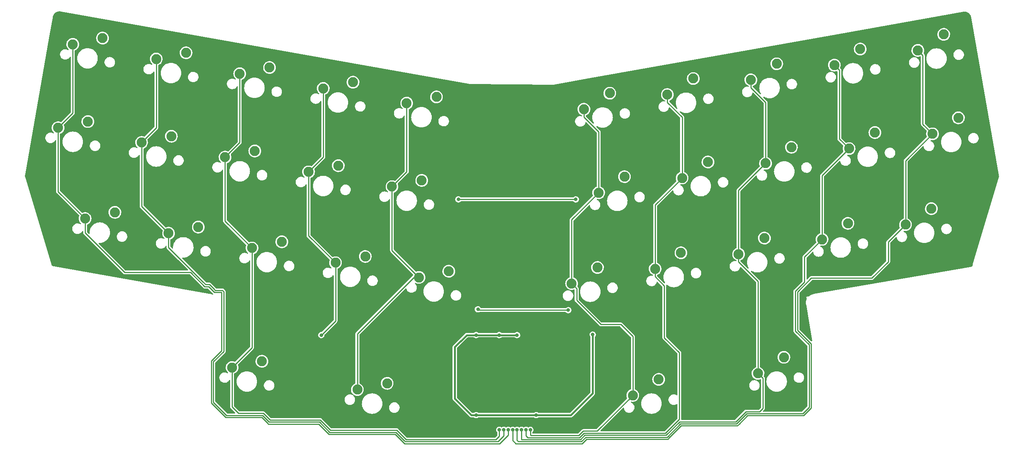
<source format=gbr>
%TF.GenerationSoftware,KiCad,Pcbnew,(6.0.4-0)*%
%TF.CreationDate,2023-01-13T14:19:42-08:00*%
%TF.ProjectId,AlphaStag,416c7068-6153-4746-9167-2e6b69636164,v1.0.0*%
%TF.SameCoordinates,Original*%
%TF.FileFunction,Copper,L1,Top*%
%TF.FilePolarity,Positive*%
%FSLAX46Y46*%
G04 Gerber Fmt 4.6, Leading zero omitted, Abs format (unit mm)*
G04 Created by KiCad (PCBNEW (6.0.4-0)) date 2023-01-13 14:19:42*
%MOMM*%
%LPD*%
G01*
G04 APERTURE LIST*
%TA.AperFunction,ComponentPad*%
%ADD10C,2.250000*%
%TD*%
%TA.AperFunction,ViaPad*%
%ADD11C,0.800000*%
%TD*%
%TA.AperFunction,Conductor*%
%ADD12C,0.381000*%
%TD*%
%TA.AperFunction,Conductor*%
%ADD13C,0.254000*%
%TD*%
G04 APERTURE END LIST*
D10*
%TO.P,MX20,1,COL*%
%TO.N,/COL9*%
X222068774Y-44471781D03*
%TO.P,MX20,2,ROW*%
%TO.N,Net-(D20-Pad2)*%
X227881237Y-40867703D03*
%TD*%
%TO.P,MX17,1,COL*%
%TO.N,/COL6*%
X165787011Y-54395774D03*
%TO.P,MX17,2,ROW*%
%TO.N,Net-(D17-Pad2)*%
X171599474Y-50791696D03*
%TD*%
%TO.P,MX18,1,COL*%
%TO.N,/COL7*%
X184547599Y-51087776D03*
%TO.P,MX18,2,ROW*%
%TO.N,Net-(D18-Pad2)*%
X190360062Y-47483698D03*
%TD*%
%TO.P,MX13,1,COL*%
%TO.N,/COL2*%
X63062828Y-49713398D03*
%TO.P,MX13,2,ROW*%
%TO.N,Net-(D13-Pad2)*%
X69757423Y-48314652D03*
%TD*%
%TO.P,MX10,1,COL*%
%TO.N,/COL9*%
X218760776Y-25711193D03*
%TO.P,MX10,2,ROW*%
%TO.N,Net-(D10-Pad2)*%
X224573239Y-22107115D03*
%TD*%
%TO.P,MX4,1,COL*%
%TO.N,/COL3*%
X85131414Y-34260808D03*
%TO.P,MX4,2,ROW*%
%TO.N,Net-(D4-Pad2)*%
X91826009Y-32862062D03*
%TD*%
%TO.P,MX27,1,COL*%
%TO.N,/COL6*%
X159714715Y-74810361D03*
%TO.P,MX27,2,ROW*%
%TO.N,Net-(D27-Pad2)*%
X165527178Y-71206283D03*
%TD*%
%TO.P,MX15,1,COL*%
%TO.N,/COL4*%
X100584003Y-56329394D03*
%TO.P,MX15,2,ROW*%
%TO.N,Net-(D15-Pad2)*%
X107278598Y-54930648D03*
%TD*%
%TO.P,MX1,1,COL*%
%TO.N,/COL0*%
X28849650Y-24336815D03*
%TO.P,MX1,2,ROW*%
%TO.N,Net-(D1-Pad2)*%
X35544245Y-22938069D03*
%TD*%
%TO.P,MX25,1,COL*%
%TO.N,/COL4*%
X106656300Y-76743981D03*
%TO.P,MX25,2,ROW*%
%TO.N,Net-(D25-Pad2)*%
X113350895Y-75345235D03*
%TD*%
%TO.P,MX3,1,COL*%
%TO.N,/COL2*%
X66370826Y-30952811D03*
%TO.P,MX3,2,ROW*%
%TO.N,Net-(D3-Pad2)*%
X73065421Y-29554065D03*
%TD*%
%TO.P,MX31,1,COL*%
%TO.N,/COL2*%
X64662036Y-96982487D03*
%TO.P,MX31,2,ROW*%
%TO.N,Net-(D31-Pad2)*%
X71356631Y-95583741D03*
%TD*%
%TO.P,MX24,1,COL*%
%TO.N,/COL3*%
X87895712Y-73435983D03*
%TO.P,MX24,2,ROW*%
%TO.N,Net-(D24-Pad2)*%
X94590307Y-72037237D03*
%TD*%
%TO.P,MX16,1,COL*%
%TO.N,/COL5*%
X147026423Y-57703772D03*
%TO.P,MX16,2,ROW*%
%TO.N,Net-(D16-Pad2)*%
X152838886Y-54099694D03*
%TD*%
%TO.P,MX21,1,COL*%
%TO.N,/COL0*%
X31613949Y-63511989D03*
%TO.P,MX21,2,ROW*%
%TO.N,Net-(D21-Pad2)*%
X38308544Y-62113243D03*
%TD*%
%TO.P,MX32,1,COL*%
%TO.N,/COL4*%
X92802918Y-101944483D03*
%TO.P,MX32,2,ROW*%
%TO.N,Net-(D32-Pad2)*%
X99497513Y-100545737D03*
%TD*%
%TO.P,MX9,1,COL*%
%TO.N,/COL8*%
X200000188Y-29019191D03*
%TO.P,MX9,2,ROW*%
%TO.N,Net-(D9-Pad2)*%
X205812651Y-25415113D03*
%TD*%
%TO.P,MX2,1,COL*%
%TO.N,/COL1*%
X47610238Y-27644813D03*
%TO.P,MX2,2,ROW*%
%TO.N,Net-(D2-Pad2)*%
X54304833Y-26246067D03*
%TD*%
%TO.P,MX30,1,COL*%
%TO.N,/COL9*%
X215996478Y-64886367D03*
%TO.P,MX30,2,ROW*%
%TO.N,Net-(D30-Pad2)*%
X221808941Y-61282289D03*
%TD*%
%TO.P,MX34,1,COL*%
%TO.N,/COL7*%
X182842403Y-98305686D03*
%TO.P,MX34,2,ROW*%
%TO.N,Net-(D34-Pad2)*%
X188654866Y-94701608D03*
%TD*%
%TO.P,MX5,1,COL*%
%TO.N,/COL4*%
X103892001Y-37568806D03*
%TO.P,MX5,2,ROW*%
%TO.N,Net-(D5-Pad2)*%
X110586596Y-36170060D03*
%TD*%
%TO.P,MX28,1,COL*%
%TO.N,/COL7*%
X178475302Y-71502363D03*
%TO.P,MX28,2,ROW*%
%TO.N,Net-(D28-Pad2)*%
X184287765Y-67898285D03*
%TD*%
%TO.P,MX29,1,COL*%
%TO.N,/COL8*%
X197235890Y-68194365D03*
%TO.P,MX29,2,ROW*%
%TO.N,Net-(D29-Pad2)*%
X203048353Y-64590287D03*
%TD*%
%TO.P,MX7,1,COL*%
%TO.N,/COL6*%
X162479013Y-35635186D03*
%TO.P,MX7,2,ROW*%
%TO.N,Net-(D7-Pad2)*%
X168291476Y-32031108D03*
%TD*%
%TO.P,MX26,1,COL*%
%TO.N,/COL5*%
X140954127Y-78118358D03*
%TO.P,MX26,2,ROW*%
%TO.N,Net-(D26-Pad2)*%
X146766590Y-74514280D03*
%TD*%
%TO.P,MX19,1,COL*%
%TO.N,/COL8*%
X203308186Y-47779778D03*
%TO.P,MX19,2,ROW*%
%TO.N,Net-(D19-Pad2)*%
X209120649Y-44175700D03*
%TD*%
%TO.P,MX8,1,COL*%
%TO.N,/COL7*%
X181239601Y-32327188D03*
%TO.P,MX8,2,ROW*%
%TO.N,Net-(D8-Pad2)*%
X187052064Y-28723110D03*
%TD*%
%TO.P,MX12,1,COL*%
%TO.N,/COL1*%
X44302240Y-46405401D03*
%TO.P,MX12,2,ROW*%
%TO.N,Net-(D12-Pad2)*%
X50996835Y-45006655D03*
%TD*%
%TO.P,MX11,1,COL*%
%TO.N,/COL0*%
X25541653Y-43097403D03*
%TO.P,MX11,2,ROW*%
%TO.N,Net-(D11-Pad2)*%
X32236248Y-41698657D03*
%TD*%
%TO.P,MX22,1,COL*%
%TO.N,/COL1*%
X50374536Y-66819987D03*
%TO.P,MX22,2,ROW*%
%TO.N,Net-(D22-Pad2)*%
X57069131Y-65421241D03*
%TD*%
%TO.P,MX6,1,COL*%
%TO.N,/COL5*%
X143718425Y-38943184D03*
%TO.P,MX6,2,ROW*%
%TO.N,Net-(D6-Pad2)*%
X149530888Y-35339106D03*
%TD*%
%TO.P,MX23,1,COL*%
%TO.N,/COL2*%
X69135124Y-70127985D03*
%TO.P,MX23,2,ROW*%
%TO.N,Net-(D23-Pad2)*%
X75829719Y-68729239D03*
%TD*%
%TO.P,MX33,1,COL*%
%TO.N,/COL5*%
X154701522Y-103267683D03*
%TO.P,MX33,2,ROW*%
%TO.N,Net-(D33-Pad2)*%
X160513985Y-99663605D03*
%TD*%
%TO.P,MX14,1,COL*%
%TO.N,/COL3*%
X81823416Y-53021396D03*
%TO.P,MX14,2,ROW*%
%TO.N,Net-(D14-Pad2)*%
X88518011Y-51622650D03*
%TD*%
D11*
%TO.N,GND*%
X131300000Y-101400000D03*
X138100000Y-103200000D03*
X123300000Y-108800000D03*
X124200000Y-100500000D03*
X133700000Y-62900000D03*
X128400000Y-62900000D03*
X140400000Y-95000000D03*
X129700000Y-82500000D03*
X124100000Y-94100000D03*
X120900000Y-87700000D03*
X127100000Y-93500000D03*
%TO.N,+5V*%
X145700000Y-89600000D03*
X133000000Y-107700000D03*
X128700000Y-89700000D03*
X124700000Y-89700000D03*
X119500000Y-89700000D03*
X119500000Y-107700000D03*
%TO.N,/ROW1*%
X115500000Y-59200000D03*
X141900000Y-59200000D03*
%TO.N,/ROW2*%
X140200000Y-84100000D03*
X119900000Y-83900000D03*
%TO.N,/COL0*%
X126699006Y-111000000D03*
%TO.N,/COL1*%
X125699503Y-111000000D03*
%TO.N,/COL2*%
X124700000Y-111000000D03*
%TO.N,/COL3*%
X84700000Y-89700000D03*
%TO.N,/COL5*%
X131696521Y-111000000D03*
%TO.N,/COL6*%
X130697018Y-111000000D03*
%TO.N,/COL7*%
X129697515Y-111000000D03*
%TO.N,/COL8*%
X128698012Y-111000000D03*
%TO.N,/COL9*%
X127698509Y-111000000D03*
%TD*%
D12*
%TO.N,+5V*%
X124700000Y-89700000D02*
X128700000Y-89700000D01*
X114700000Y-104000000D02*
X118400000Y-107700000D01*
X117400000Y-89700000D02*
X114700000Y-92400000D01*
X140800000Y-107700000D02*
X133000000Y-107700000D01*
X145700000Y-102800000D02*
X140800000Y-107700000D01*
X145700000Y-89600000D02*
X145700000Y-102800000D01*
X118400000Y-107700000D02*
X133000000Y-107700000D01*
X114700000Y-92400000D02*
X114700000Y-104000000D01*
X124700000Y-89700000D02*
X117400000Y-89700000D01*
D13*
%TO.N,/ROW1*%
X141900000Y-59200000D02*
X115500000Y-59200000D01*
%TO.N,/ROW2*%
X120100000Y-84100000D02*
X119900000Y-83900000D01*
X140200000Y-84100000D02*
X120100000Y-84100000D01*
%TO.N,/COL0*%
X60000000Y-102900000D02*
X60000000Y-105000000D01*
X60000000Y-105000000D02*
X62300000Y-107300000D01*
X72800000Y-109700000D02*
X76900000Y-109700000D01*
X103400000Y-114100000D02*
X124800000Y-114100000D01*
X85000000Y-110600000D02*
X86400000Y-112000000D01*
X28849650Y-39789406D02*
X25541653Y-43097403D01*
X86400000Y-112000000D02*
X92000000Y-112000000D01*
X40497717Y-75600000D02*
X43400000Y-75600000D01*
X61200000Y-94300000D02*
X60000000Y-95500000D01*
X62300000Y-80100000D02*
X62300000Y-93200000D01*
X84100000Y-109700000D02*
X85000000Y-110600000D01*
X101300000Y-112000000D02*
X103400000Y-114100000D01*
X31613949Y-63511989D02*
X31613949Y-66716232D01*
X60689447Y-80100000D02*
X62300000Y-80100000D01*
X67200000Y-108200000D02*
X71300000Y-108200000D01*
X55308932Y-75600000D02*
X58508435Y-78799503D01*
X124800000Y-114100000D02*
X126699006Y-112200994D01*
X76900000Y-109700000D02*
X84100000Y-109700000D01*
X62300000Y-93200000D02*
X61200000Y-94300000D01*
X58508435Y-78799503D02*
X59388950Y-78799503D01*
X60000000Y-95500000D02*
X60000000Y-102900000D01*
X92000000Y-112000000D02*
X101300000Y-112000000D01*
X31613949Y-66716232D02*
X40497717Y-75600000D01*
X59388950Y-78799503D02*
X60689447Y-80100000D01*
X63200000Y-108200000D02*
X67200000Y-108200000D01*
X25541653Y-43097403D02*
X25541653Y-57439693D01*
X72600000Y-109500000D02*
X72800000Y-109700000D01*
X25541653Y-57439693D02*
X31613949Y-63511989D01*
X71300000Y-108200000D02*
X72600000Y-109500000D01*
X126699006Y-112200994D02*
X126699006Y-111000000D01*
X62300000Y-107300000D02*
X63200000Y-108200000D01*
X43400000Y-75600000D02*
X55308932Y-75600000D01*
X28849650Y-24336815D02*
X28849650Y-39789406D01*
%TO.N,/COL1*%
X60565411Y-79334590D02*
X60877301Y-79646480D01*
X50374536Y-66819987D02*
X50374536Y-70024230D01*
X103370687Y-113429313D02*
X103587854Y-113646480D01*
X47610238Y-27644813D02*
X47610238Y-43097403D01*
X61100000Y-79646480D02*
X62487854Y-79646480D01*
X62753520Y-93387854D02*
X60453520Y-95687854D01*
X62753520Y-79912146D02*
X62753520Y-81600000D01*
X101487854Y-111546480D02*
X103370687Y-113429313D01*
X62487854Y-79646480D02*
X62753520Y-79912146D01*
X124400000Y-113646480D02*
X125699503Y-112346977D01*
X44302240Y-46405401D02*
X44302240Y-60747691D01*
X44302240Y-60747691D02*
X50374536Y-66819987D01*
X103587854Y-113646480D02*
X124400000Y-113646480D01*
X47610238Y-43097403D02*
X44302240Y-46405401D01*
X63387854Y-107746480D02*
X68300000Y-107746480D01*
X68300000Y-107746480D02*
X71487854Y-107746480D01*
X84287854Y-109246480D02*
X86587854Y-111546480D01*
X58150306Y-77800000D02*
X58696289Y-78345983D01*
X86587854Y-111546480D02*
X101487854Y-111546480D01*
X71487854Y-107746480D02*
X72987854Y-109246480D01*
X60877301Y-79646480D02*
X61100000Y-79646480D01*
X59576804Y-78345983D02*
X60565411Y-79334590D01*
X125699503Y-112346977D02*
X125699503Y-111000000D01*
X58696289Y-78345983D02*
X58700000Y-78345983D01*
X60453520Y-104812146D02*
X63387854Y-107746480D01*
X62753520Y-81600000D02*
X62753520Y-93387854D01*
X50374536Y-70024230D02*
X58150306Y-77800000D01*
X58700000Y-78345983D02*
X59576804Y-78345983D01*
X60453520Y-95687854D02*
X60453520Y-104812146D01*
X72987854Y-109246480D02*
X84287854Y-109246480D01*
%TO.N,/COL2*%
X64662036Y-105854996D02*
X66100000Y-107292960D01*
X66370826Y-30952811D02*
X66370826Y-46405400D01*
X69135124Y-92509399D02*
X64662036Y-96982487D01*
X123900000Y-113192960D02*
X124700000Y-112392960D01*
X103775708Y-113192960D02*
X123900000Y-113192960D01*
X84475708Y-108792960D02*
X86775708Y-111092960D01*
X66370826Y-46405400D02*
X63062828Y-49713398D01*
X63062828Y-64055689D02*
X69135124Y-70127985D01*
X71675708Y-107292960D02*
X73175708Y-108792960D01*
X69135124Y-70127985D02*
X69135124Y-92509399D01*
X73175708Y-108792960D02*
X84475708Y-108792960D01*
X101675708Y-111092960D02*
X103775708Y-113192960D01*
X86775708Y-111092960D02*
X101675708Y-111092960D01*
X63062828Y-49713398D02*
X63062828Y-64055689D01*
X66100000Y-107292960D02*
X71675708Y-107292960D01*
X124700000Y-112392960D02*
X124700000Y-111000000D01*
X64662036Y-96982487D02*
X64662036Y-105854996D01*
%TO.N,/COL3*%
X81823416Y-67363687D02*
X81823416Y-53021396D01*
X87895712Y-73435983D02*
X87895712Y-86504288D01*
X85131414Y-49713398D02*
X85131414Y-34260808D01*
X87895712Y-73435983D02*
X81823416Y-67363687D01*
X81823416Y-53021396D02*
X85131414Y-49713398D01*
X87895712Y-86504288D02*
X84700000Y-89700000D01*
%TO.N,/COL4*%
X105475487Y-76743981D02*
X106656300Y-76743981D01*
X100584003Y-56329394D02*
X103892001Y-53021396D01*
X92802918Y-89416550D02*
X105475487Y-76743981D01*
X92802918Y-101944483D02*
X92802918Y-89416550D01*
X100584003Y-70671684D02*
X100584003Y-56329394D01*
X103892001Y-53021396D02*
X103892001Y-37568806D01*
X106656300Y-76743981D02*
X100584003Y-70671684D01*
%TO.N,/COL5*%
X142079127Y-79243358D02*
X142079127Y-81879127D01*
X131800000Y-112285920D02*
X131696521Y-112182441D01*
X142548584Y-112285920D02*
X132600000Y-112285920D01*
X143718425Y-38943184D02*
X143718425Y-40704849D01*
X147026423Y-57703772D02*
X140954127Y-63776068D01*
X154701522Y-90001522D02*
X154701522Y-103267683D01*
X154701522Y-103267683D02*
X146683285Y-111285920D01*
X143718425Y-40704849D02*
X147026423Y-44012847D01*
X147026423Y-44012847D02*
X147026423Y-57703772D01*
X146200000Y-111285920D02*
X143548584Y-111285920D01*
X143548584Y-111285920D02*
X142548584Y-112285920D01*
X152000000Y-87300000D02*
X154701522Y-90001522D01*
X147500000Y-87300000D02*
X152000000Y-87300000D01*
X131696521Y-112182441D02*
X131696521Y-111000000D01*
X140954127Y-63776068D02*
X140954127Y-78118358D01*
X146683285Y-111285920D02*
X146200000Y-111285920D01*
X142079127Y-81879127D02*
X147500000Y-87300000D01*
X140954127Y-78118358D02*
X142079127Y-79243358D01*
X132600000Y-112285920D02*
X131800000Y-112285920D01*
%TO.N,/COL6*%
X159714715Y-74810361D02*
X159714715Y-76572026D01*
X165787011Y-54395774D02*
X159714715Y-60468070D01*
X161800000Y-90300000D02*
X165149050Y-93649050D01*
X165787011Y-40704849D02*
X165787011Y-54395774D01*
X131900000Y-112739440D02*
X131100000Y-112739440D01*
X142736438Y-112739440D02*
X131900000Y-112739440D01*
X162479013Y-37396851D02*
X165787011Y-40704849D01*
X162479013Y-35635186D02*
X162479013Y-37396851D01*
X130697018Y-112336458D02*
X130697018Y-111000000D01*
X161800000Y-78657311D02*
X161800000Y-90300000D01*
X165149050Y-108626828D02*
X162036438Y-111739440D01*
X159714715Y-76572026D02*
X161800000Y-78657311D01*
X143736438Y-111739440D02*
X142736438Y-112739440D01*
X165149050Y-93649050D02*
X165149050Y-108626828D01*
X162036438Y-111739440D02*
X143736438Y-111739440D01*
X159714715Y-60468070D02*
X159714715Y-74810361D01*
X131100000Y-112739440D02*
X130697018Y-112336458D01*
%TO.N,/COL7*%
X184547599Y-51087776D02*
X178475302Y-57160073D01*
X165224292Y-109192960D02*
X162224292Y-112192960D01*
X131600000Y-113192960D02*
X129700000Y-113192960D01*
X180124292Y-106892960D02*
X177824292Y-109192960D01*
X183967403Y-106125557D02*
X183200000Y-106892960D01*
X178475302Y-57160073D02*
X178475302Y-71502363D01*
X182842403Y-98305686D02*
X183967403Y-99430686D01*
X143924292Y-112192960D02*
X142924292Y-113192960D01*
X183967403Y-99430686D02*
X183967403Y-106125557D01*
X129700000Y-113192960D02*
X129697515Y-113190475D01*
X178475302Y-71502363D02*
X178475302Y-73264028D01*
X129697515Y-113190475D02*
X129697515Y-111000000D01*
X184547599Y-37396851D02*
X184547599Y-51087776D01*
X177824292Y-109192960D02*
X165224292Y-109192960D01*
X181239601Y-32327188D02*
X181239601Y-34088853D01*
X183200000Y-106892960D02*
X180124292Y-106892960D01*
X181239601Y-34088853D02*
X184547599Y-37396851D01*
X142924292Y-113192960D02*
X131600000Y-113192960D01*
X178475302Y-73264028D02*
X182842403Y-77631129D01*
X182842403Y-77631129D02*
X182842403Y-98305686D01*
X162224292Y-112192960D02*
X143924292Y-112192960D01*
%TO.N,/COL8*%
X194346480Y-105912146D02*
X192912146Y-107346480D01*
X203308186Y-47779778D02*
X197235890Y-53852074D01*
X191246480Y-88787854D02*
X194346480Y-91887854D01*
X144112146Y-112646480D02*
X143112146Y-113646480D01*
X143112146Y-113646480D02*
X131453520Y-113646480D01*
X128698012Y-113344492D02*
X128698012Y-111000000D01*
X194346480Y-91887854D02*
X194346480Y-105912146D01*
X178012146Y-109646480D02*
X165412146Y-109646480D01*
X197235890Y-68194365D02*
X193300000Y-72130255D01*
X192912146Y-107346480D02*
X180312146Y-107346480D01*
X193300000Y-72130255D02*
X193300000Y-77758626D01*
X197235890Y-53852074D02*
X197235890Y-68194365D01*
X201125188Y-45596780D02*
X203308186Y-47779778D01*
X200000188Y-29019191D02*
X201125188Y-30144191D01*
X165412146Y-109646480D02*
X162412146Y-112646480D01*
X191246480Y-79812146D02*
X191246480Y-88787854D01*
X162412146Y-112646480D02*
X144112146Y-112646480D01*
X201125188Y-30144191D02*
X201125188Y-45596780D01*
X131453520Y-113646480D02*
X129000000Y-113646480D01*
X193300000Y-77758626D02*
X192479313Y-78579313D01*
X192479313Y-78579313D02*
X191246480Y-79812146D01*
X180312146Y-107346480D02*
X178012146Y-109646480D01*
X129000000Y-113646480D02*
X128698012Y-113344492D01*
%TO.N,/COL9*%
X127698509Y-113398509D02*
X127698509Y-111000000D01*
X191800000Y-79900000D02*
X191700000Y-80000000D01*
X178200000Y-110100000D02*
X172400000Y-110100000D01*
X191700000Y-87100000D02*
X191700000Y-88600000D01*
X194800000Y-106100000D02*
X193100000Y-107800000D01*
X172400000Y-110100000D02*
X165600000Y-110100000D01*
X151700000Y-113100000D02*
X144300000Y-113100000D01*
X215996478Y-50544077D02*
X215996478Y-64886367D01*
X222068774Y-44471781D02*
X215996478Y-50544077D01*
X191700000Y-80000000D02*
X191700000Y-87100000D01*
X193900000Y-90800000D02*
X194800000Y-91700000D01*
X143300000Y-114100000D02*
X130700000Y-114100000D01*
X191700000Y-88600000D02*
X193900000Y-90800000D01*
X162900000Y-112800000D02*
X162600000Y-113100000D01*
X212100000Y-73200000D02*
X208400000Y-76900000D01*
X208400000Y-76900000D02*
X205200000Y-76900000D01*
X144300000Y-113100000D02*
X143300000Y-114100000D01*
X193100000Y-107800000D02*
X190400000Y-107800000D01*
X215996478Y-64886367D02*
X212100000Y-68782845D01*
X218760776Y-25711193D02*
X219885776Y-26836193D01*
X212100000Y-68782845D02*
X212100000Y-73200000D01*
X205200000Y-76900000D02*
X194800000Y-76900000D01*
X219885776Y-26836193D02*
X219885776Y-42288783D01*
X178600000Y-109700000D02*
X178200000Y-110100000D01*
X219885776Y-42288783D02*
X222068774Y-44471781D01*
X165600000Y-110100000D02*
X162900000Y-112800000D01*
X194800000Y-91700000D02*
X194800000Y-106100000D01*
X162600000Y-113100000D02*
X151700000Y-113100000D01*
X194800000Y-76900000D02*
X191800000Y-79900000D01*
X180500000Y-107800000D02*
X178600000Y-109700000D01*
X130700000Y-114100000D02*
X128400000Y-114100000D01*
X128400000Y-114100000D02*
X127698509Y-113398509D01*
X190400000Y-107800000D02*
X180500000Y-107800000D01*
%TD*%
%TA.AperFunction,Conductor*%
%TO.N,GND*%
G36*
X25839147Y-16959988D02*
G01*
X25839168Y-16959657D01*
X25849994Y-16960350D01*
X25860534Y-16962911D01*
X25868963Y-16961975D01*
X25875326Y-16962739D01*
X118103439Y-33288079D01*
X118128389Y-33295256D01*
X118130895Y-33296271D01*
X118130899Y-33296272D01*
X118139011Y-33299559D01*
X118145300Y-33300210D01*
X118171946Y-33300353D01*
X118173063Y-33300403D01*
X118175143Y-33300771D01*
X118180321Y-33300725D01*
X118180327Y-33300725D01*
X118202260Y-33300529D01*
X118204034Y-33300526D01*
X136755868Y-33400268D01*
X136780332Y-33402839D01*
X136785318Y-33403871D01*
X136785321Y-33403871D01*
X136793885Y-33405644D01*
X136800189Y-33405153D01*
X136803152Y-33404628D01*
X136803165Y-33404626D01*
X136825329Y-33400696D01*
X136825733Y-33400643D01*
X136826332Y-33400646D01*
X136855003Y-33395466D01*
X136863891Y-33393860D01*
X136864291Y-33393788D01*
X144747330Y-31996161D01*
X166861518Y-31996161D01*
X166861811Y-32001243D01*
X166861811Y-32001244D01*
X166872031Y-32178497D01*
X166875011Y-32230179D01*
X166926545Y-32458851D01*
X166928458Y-32463563D01*
X166928459Y-32463565D01*
X166951308Y-32519834D01*
X167014735Y-32676036D01*
X167017391Y-32680371D01*
X167017395Y-32680378D01*
X167090146Y-32799096D01*
X167137212Y-32875901D01*
X167140544Y-32879747D01*
X167140545Y-32879749D01*
X167268526Y-33027494D01*
X167290688Y-33053079D01*
X167294598Y-33056325D01*
X167294602Y-33056329D01*
X167411370Y-33153271D01*
X167471041Y-33202811D01*
X167563422Y-33256794D01*
X167637747Y-33300226D01*
X167673427Y-33321076D01*
X167678180Y-33322891D01*
X167678182Y-33322892D01*
X167687141Y-33326313D01*
X167892411Y-33404698D01*
X167897397Y-33405712D01*
X167897399Y-33405713D01*
X167966198Y-33419710D01*
X168122113Y-33451431D01*
X168273663Y-33456988D01*
X168351284Y-33459835D01*
X168351287Y-33459835D01*
X168356363Y-33460021D01*
X168588870Y-33430236D01*
X168710116Y-33393860D01*
X168808521Y-33364337D01*
X168808523Y-33364336D01*
X168813390Y-33362876D01*
X168817953Y-33360640D01*
X168817957Y-33360639D01*
X168942636Y-33299559D01*
X169023894Y-33259751D01*
X169037411Y-33250110D01*
X169210586Y-33126585D01*
X169214729Y-33123630D01*
X169380769Y-32958169D01*
X169517555Y-32767811D01*
X169596264Y-32608555D01*
X169619157Y-32562235D01*
X169619158Y-32562233D01*
X169621414Y-32557668D01*
X169689557Y-32333384D01*
X169717178Y-32123579D01*
X169719722Y-32104257D01*
X169719722Y-32104254D01*
X169720153Y-32100982D01*
X169720335Y-32093569D01*
X169721534Y-32044500D01*
X169721861Y-32031108D01*
X169720294Y-32012040D01*
X169706097Y-31839363D01*
X169702654Y-31797489D01*
X169645549Y-31570144D01*
X169552079Y-31355178D01*
X169549318Y-31350910D01*
X169427517Y-31162635D01*
X169427515Y-31162633D01*
X169424755Y-31158366D01*
X169419063Y-31152110D01*
X169352533Y-31078995D01*
X169266996Y-30984991D01*
X169263011Y-30981844D01*
X169263008Y-30981841D01*
X169087030Y-30842862D01*
X169087031Y-30842862D01*
X169083039Y-30839710D01*
X169078593Y-30837256D01*
X169078589Y-30837253D01*
X168898732Y-30737967D01*
X168877824Y-30726425D01*
X168656862Y-30648178D01*
X168617929Y-30641243D01*
X168431097Y-30607963D01*
X168431092Y-30607963D01*
X168426087Y-30607071D01*
X168331470Y-30605915D01*
X168196786Y-30604269D01*
X168196784Y-30604269D01*
X168191697Y-30604207D01*
X168186667Y-30604977D01*
X168186663Y-30604977D01*
X168015701Y-30631138D01*
X167959987Y-30639664D01*
X167955159Y-30641242D01*
X167955155Y-30641243D01*
X167851736Y-30675046D01*
X167737180Y-30712489D01*
X167529258Y-30820726D01*
X167507246Y-30837253D01*
X167348932Y-30956119D01*
X167341806Y-30961469D01*
X167338290Y-30965148D01*
X167338288Y-30965150D01*
X167238830Y-31069227D01*
X167179858Y-31130938D01*
X167176994Y-31135137D01*
X167176992Y-31135139D01*
X167074879Y-31284830D01*
X167047763Y-31324581D01*
X166949070Y-31537199D01*
X166947710Y-31542103D01*
X166893129Y-31738916D01*
X166886427Y-31763081D01*
X166861518Y-31996161D01*
X144747330Y-31996161D01*
X163405439Y-28688163D01*
X185622106Y-28688163D01*
X185622399Y-28693245D01*
X185622399Y-28693246D01*
X185632590Y-28869987D01*
X185635599Y-28922181D01*
X185687133Y-29150853D01*
X185689046Y-29155565D01*
X185689047Y-29155567D01*
X185711896Y-29211836D01*
X185775323Y-29368038D01*
X185777979Y-29372373D01*
X185777983Y-29372380D01*
X185850734Y-29491098D01*
X185897800Y-29567903D01*
X185901132Y-29571749D01*
X185901133Y-29571751D01*
X186029114Y-29719496D01*
X186051276Y-29745081D01*
X186055186Y-29748327D01*
X186055190Y-29748331D01*
X186177650Y-29849999D01*
X186231629Y-29894813D01*
X186332902Y-29953992D01*
X186427336Y-30009175D01*
X186434015Y-30013078D01*
X186438768Y-30014893D01*
X186438770Y-30014894D01*
X186507560Y-30041162D01*
X186652999Y-30096700D01*
X186657985Y-30097714D01*
X186657987Y-30097715D01*
X186729359Y-30112235D01*
X186882701Y-30143433D01*
X187034251Y-30148990D01*
X187111872Y-30151837D01*
X187111875Y-30151837D01*
X187116951Y-30152023D01*
X187349458Y-30122238D01*
X187490013Y-30080069D01*
X187569109Y-30056339D01*
X187569111Y-30056338D01*
X187573978Y-30054878D01*
X187578541Y-30052642D01*
X187578545Y-30052641D01*
X187713510Y-29986522D01*
X187784482Y-29951753D01*
X187812516Y-29931757D01*
X187927136Y-29849999D01*
X187975317Y-29815632D01*
X188141357Y-29650171D01*
X188278143Y-29459813D01*
X188356852Y-29300557D01*
X188379745Y-29254237D01*
X188379746Y-29254235D01*
X188382002Y-29249670D01*
X188450145Y-29025386D01*
X188477643Y-28816516D01*
X188480310Y-28796259D01*
X188480310Y-28796256D01*
X188480741Y-28792984D01*
X188481239Y-28772637D01*
X188482122Y-28736503D01*
X188482449Y-28723110D01*
X188480882Y-28704042D01*
X188466224Y-28525762D01*
X188463242Y-28489491D01*
X188406137Y-28262146D01*
X188394528Y-28235446D01*
X188380827Y-28203938D01*
X188312667Y-28047180D01*
X188309906Y-28042912D01*
X188188105Y-27854637D01*
X188188103Y-27854635D01*
X188185343Y-27850368D01*
X188179651Y-27844112D01*
X188113121Y-27770997D01*
X188027584Y-27676993D01*
X188023599Y-27673846D01*
X188023596Y-27673843D01*
X187847618Y-27534864D01*
X187847619Y-27534864D01*
X187843627Y-27531712D01*
X187839181Y-27529258D01*
X187839177Y-27529255D01*
X187659320Y-27429969D01*
X187638412Y-27418427D01*
X187417450Y-27340180D01*
X187378517Y-27333245D01*
X187191685Y-27299965D01*
X187191680Y-27299965D01*
X187186675Y-27299073D01*
X187092058Y-27297917D01*
X186957374Y-27296271D01*
X186957372Y-27296271D01*
X186952285Y-27296209D01*
X186947255Y-27296979D01*
X186947251Y-27296979D01*
X186776289Y-27323140D01*
X186720575Y-27331666D01*
X186715747Y-27333244D01*
X186715743Y-27333245D01*
X186612324Y-27367048D01*
X186497768Y-27404491D01*
X186289846Y-27512728D01*
X186267834Y-27529255D01*
X186109520Y-27648121D01*
X186102394Y-27653471D01*
X186098878Y-27657150D01*
X186098876Y-27657152D01*
X185999418Y-27761229D01*
X185940446Y-27822940D01*
X185937582Y-27827139D01*
X185937580Y-27827141D01*
X185840180Y-27969924D01*
X185808351Y-28016583D01*
X185709658Y-28229201D01*
X185708298Y-28234105D01*
X185653717Y-28430918D01*
X185647015Y-28455083D01*
X185622106Y-28688163D01*
X163405439Y-28688163D01*
X182063543Y-25380166D01*
X204382693Y-25380166D01*
X204382986Y-25385248D01*
X204382986Y-25385249D01*
X204393206Y-25562501D01*
X204396186Y-25614184D01*
X204447720Y-25842856D01*
X204535910Y-26060041D01*
X204538566Y-26064376D01*
X204538570Y-26064383D01*
X204593885Y-26154648D01*
X204658387Y-26259906D01*
X204661719Y-26263752D01*
X204661720Y-26263754D01*
X204777981Y-26397969D01*
X204811863Y-26437084D01*
X204815773Y-26440330D01*
X204815777Y-26440334D01*
X204892515Y-26504043D01*
X204992216Y-26586816D01*
X205089657Y-26643756D01*
X205174279Y-26693205D01*
X205194602Y-26705081D01*
X205199355Y-26706896D01*
X205199357Y-26706897D01*
X205215062Y-26712894D01*
X205413586Y-26788703D01*
X205418572Y-26789717D01*
X205418574Y-26789718D01*
X205489946Y-26804238D01*
X205643288Y-26835436D01*
X205794838Y-26840993D01*
X205872459Y-26843840D01*
X205872462Y-26843840D01*
X205877538Y-26844026D01*
X206110045Y-26814241D01*
X206248750Y-26772627D01*
X206329696Y-26748342D01*
X206329698Y-26748341D01*
X206334565Y-26746881D01*
X206339128Y-26744645D01*
X206339132Y-26744644D01*
X206474099Y-26678524D01*
X206545069Y-26643756D01*
X206604253Y-26601541D01*
X206685908Y-26543297D01*
X206735904Y-26507635D01*
X206901944Y-26342174D01*
X207038730Y-26151816D01*
X207142589Y-25941673D01*
X207210732Y-25717389D01*
X207238462Y-25506760D01*
X207240897Y-25488262D01*
X207240897Y-25488259D01*
X207241328Y-25484987D01*
X207241510Y-25477574D01*
X207242709Y-25428505D01*
X207243036Y-25415113D01*
X207239952Y-25377594D01*
X207233781Y-25302541D01*
X207223829Y-25181494D01*
X207166724Y-24954149D01*
X207073254Y-24739183D01*
X206945930Y-24542371D01*
X206925388Y-24519795D01*
X206825449Y-24409964D01*
X206788171Y-24368996D01*
X206784186Y-24365849D01*
X206784183Y-24365846D01*
X206611986Y-24229853D01*
X206604214Y-24223715D01*
X206599768Y-24221261D01*
X206599764Y-24221258D01*
X206403453Y-24112889D01*
X206398999Y-24110430D01*
X206178037Y-24032183D01*
X206139104Y-24025248D01*
X205952272Y-23991968D01*
X205952267Y-23991968D01*
X205947262Y-23991076D01*
X205852645Y-23989920D01*
X205717961Y-23988274D01*
X205717959Y-23988274D01*
X205712872Y-23988212D01*
X205707842Y-23988982D01*
X205707838Y-23988982D01*
X205536876Y-24015143D01*
X205481162Y-24023669D01*
X205476334Y-24025247D01*
X205476330Y-24025248D01*
X205450943Y-24033546D01*
X205258355Y-24096494D01*
X205050433Y-24204731D01*
X205046363Y-24207787D01*
X204873145Y-24337843D01*
X204862981Y-24345474D01*
X204859465Y-24349153D01*
X204859463Y-24349155D01*
X204807636Y-24403389D01*
X204701033Y-24514943D01*
X204698169Y-24519142D01*
X204698167Y-24519144D01*
X204596054Y-24668835D01*
X204568938Y-24708586D01*
X204470245Y-24921204D01*
X204468885Y-24926108D01*
X204432358Y-25057821D01*
X204407602Y-25147086D01*
X204382693Y-25380166D01*
X182063543Y-25380166D01*
X200721652Y-22072168D01*
X223143281Y-22072168D01*
X223143574Y-22077250D01*
X223143574Y-22077251D01*
X223153988Y-22257871D01*
X223156774Y-22306186D01*
X223208308Y-22534858D01*
X223296498Y-22752043D01*
X223299154Y-22756378D01*
X223299158Y-22756385D01*
X223355272Y-22847954D01*
X223418975Y-22951908D01*
X223422307Y-22955754D01*
X223422308Y-22955756D01*
X223490238Y-23034176D01*
X223572451Y-23129086D01*
X223576361Y-23132332D01*
X223576365Y-23132336D01*
X223595918Y-23148569D01*
X223752804Y-23278818D01*
X223955190Y-23397083D01*
X223959943Y-23398898D01*
X223959945Y-23398899D01*
X224030034Y-23425663D01*
X224174174Y-23480705D01*
X224179160Y-23481719D01*
X224179162Y-23481720D01*
X224250534Y-23496240D01*
X224403876Y-23527438D01*
X224555426Y-23532995D01*
X224633047Y-23535842D01*
X224633050Y-23535842D01*
X224638126Y-23536028D01*
X224870633Y-23506243D01*
X225009338Y-23464629D01*
X225090284Y-23440344D01*
X225090286Y-23440343D01*
X225095153Y-23438883D01*
X225099716Y-23436647D01*
X225099720Y-23436646D01*
X225254438Y-23360850D01*
X225305657Y-23335758D01*
X225496492Y-23199637D01*
X225662532Y-23034176D01*
X225799318Y-22843818D01*
X225903177Y-22633675D01*
X225971320Y-22409391D01*
X226001916Y-22176989D01*
X226003624Y-22107115D01*
X226000540Y-22069596D01*
X225984834Y-21878571D01*
X225984417Y-21873496D01*
X225927312Y-21646151D01*
X225833842Y-21431185D01*
X225706518Y-21234373D01*
X225681561Y-21206945D01*
X225552179Y-21064757D01*
X225548759Y-21060998D01*
X225544774Y-21057851D01*
X225544771Y-21057848D01*
X225368793Y-20918869D01*
X225368794Y-20918869D01*
X225364802Y-20915717D01*
X225360356Y-20913263D01*
X225360352Y-20913260D01*
X225164041Y-20804891D01*
X225159587Y-20802432D01*
X224938625Y-20724185D01*
X224899692Y-20717250D01*
X224712860Y-20683970D01*
X224712855Y-20683970D01*
X224707850Y-20683078D01*
X224613233Y-20681922D01*
X224478549Y-20680276D01*
X224478547Y-20680276D01*
X224473460Y-20680214D01*
X224468430Y-20680984D01*
X224468426Y-20680984D01*
X224297464Y-20707145D01*
X224241750Y-20715671D01*
X224236922Y-20717249D01*
X224236918Y-20717250D01*
X224210500Y-20725885D01*
X224018943Y-20788496D01*
X223811021Y-20896733D01*
X223623569Y-21037476D01*
X223620053Y-21041155D01*
X223620051Y-21041157D01*
X223508365Y-21158030D01*
X223461621Y-21206945D01*
X223458757Y-21211144D01*
X223458755Y-21211146D01*
X223332397Y-21396379D01*
X223329526Y-21400588D01*
X223230833Y-21613206D01*
X223229473Y-21618110D01*
X223192946Y-21749823D01*
X223168190Y-21839088D01*
X223143281Y-22072168D01*
X200721652Y-22072168D01*
X229100760Y-17040681D01*
X229111896Y-17039983D01*
X229111895Y-17039976D01*
X229122656Y-17038633D01*
X229133492Y-17039178D01*
X229143860Y-17035985D01*
X229154625Y-17034641D01*
X229154667Y-17034977D01*
X229166942Y-17032800D01*
X229288406Y-17026455D01*
X229332981Y-17024126D01*
X229350821Y-17024479D01*
X229541418Y-17042031D01*
X229559023Y-17044942D01*
X229745118Y-17089667D01*
X229762123Y-17095075D01*
X229939873Y-17166049D01*
X229955919Y-17173837D01*
X230121650Y-17269593D01*
X230136418Y-17279609D01*
X230286675Y-17398151D01*
X230299852Y-17410181D01*
X230431551Y-17549075D01*
X230442862Y-17562870D01*
X230553258Y-17719227D01*
X230562474Y-17734506D01*
X230581916Y-17772708D01*
X230649285Y-17905086D01*
X230656204Y-17921507D01*
X230717639Y-18102805D01*
X230722131Y-18120062D01*
X230751246Y-18277652D01*
X230751917Y-18281986D01*
X230752015Y-18283288D01*
X230752538Y-18286281D01*
X230752910Y-18289262D01*
X230752651Y-18289294D01*
X230753018Y-18296015D01*
X230753393Y-18295973D01*
X230754591Y-18306754D01*
X230753898Y-18317583D01*
X230756950Y-18327994D01*
X230756951Y-18327999D01*
X230762094Y-18345539D01*
X230765254Y-18359092D01*
X235994745Y-48301465D01*
X236930232Y-53657758D01*
X236934398Y-53681614D01*
X236935010Y-53686940D01*
X236934090Y-53694651D01*
X236943407Y-53734378D01*
X236944829Y-53741340D01*
X236945696Y-53746306D01*
X236947540Y-53756861D01*
X236949534Y-53762206D01*
X236951031Y-53767724D01*
X236950897Y-53767760D01*
X236952401Y-53772732D01*
X236958286Y-53797825D01*
X236964224Y-53806901D01*
X236967307Y-53814095D01*
X236971926Y-53826724D01*
X236987774Y-53878633D01*
X236992789Y-53905032D01*
X236998552Y-53977688D01*
X236997761Y-54004550D01*
X236987736Y-54076735D01*
X236981177Y-54102795D01*
X236963530Y-54150379D01*
X236954621Y-54169238D01*
X236949387Y-54175865D01*
X236947003Y-54181721D01*
X236946144Y-54184611D01*
X236946142Y-54184617D01*
X236934402Y-54224121D01*
X236932893Y-54229197D01*
X236932891Y-54229196D01*
X236932883Y-54229231D01*
X236917053Y-54282439D01*
X236916793Y-54283312D01*
X236916796Y-54283353D01*
X236916793Y-54283366D01*
X231818546Y-71436975D01*
X231133847Y-73740722D01*
X231126920Y-73764027D01*
X231126859Y-73764182D01*
X231126544Y-73764611D01*
X231112541Y-73812372D01*
X231111819Y-73814833D01*
X231111690Y-73815268D01*
X231106554Y-73832551D01*
X231103990Y-73841179D01*
X231103935Y-73841701D01*
X231103898Y-73841849D01*
X231096729Y-73866303D01*
X231097422Y-73877133D01*
X231096683Y-73883785D01*
X231094367Y-73897530D01*
X231074387Y-73985590D01*
X231065225Y-74011862D01*
X231018529Y-74109020D01*
X231003738Y-74132585D01*
X230936554Y-74216875D01*
X230916875Y-74236554D01*
X230832585Y-74303738D01*
X230809020Y-74318529D01*
X230711862Y-74365225D01*
X230685590Y-74374387D01*
X230597530Y-74394367D01*
X230583785Y-74396683D01*
X230577134Y-74397422D01*
X230566303Y-74396729D01*
X230538851Y-74404778D01*
X230525009Y-74407987D01*
X216182397Y-76876085D01*
X195482147Y-80438215D01*
X195471769Y-80438769D01*
X195471801Y-80439058D01*
X195461012Y-80440258D01*
X195450179Y-80439565D01*
X195448400Y-80440087D01*
X195182687Y-80487531D01*
X194923788Y-80570097D01*
X194678013Y-80686027D01*
X194674581Y-80688240D01*
X194674576Y-80688243D01*
X194582412Y-80747679D01*
X194449638Y-80833304D01*
X194446520Y-80835956D01*
X194277569Y-80979653D01*
X194219041Y-81007264D01*
X193717551Y-81096864D01*
X193717550Y-81096864D01*
X193700000Y-81100000D01*
X193739930Y-81343210D01*
X193786127Y-81624594D01*
X193780754Y-81685788D01*
X193706892Y-81896008D01*
X193693616Y-81933793D01*
X193638070Y-82199801D01*
X193618026Y-82470806D01*
X193618264Y-82474891D01*
X193618264Y-82474892D01*
X193631024Y-82693882D01*
X193627535Y-82694085D01*
X193627712Y-82694939D01*
X193630838Y-82694731D01*
X193631258Y-82701040D01*
X193631394Y-82701862D01*
X193631681Y-82705166D01*
X193633713Y-82740033D01*
X193633608Y-82742119D01*
X193636801Y-82752487D01*
X193636801Y-82752488D01*
X193640781Y-82765411D01*
X193644606Y-82781641D01*
X194329451Y-86916839D01*
X195002332Y-90979800D01*
X194993865Y-91049155D01*
X194949246Y-91102922D01*
X194882642Y-91124032D01*
X194815198Y-91105781D01*
X194792320Y-91087744D01*
X192163819Y-88459243D01*
X192130334Y-88397920D01*
X192127500Y-88371562D01*
X192127500Y-80228439D01*
X192147185Y-80161400D01*
X192163819Y-80140758D01*
X194940758Y-77363819D01*
X195002081Y-77330334D01*
X195028439Y-77327500D01*
X208367271Y-77327500D01*
X208381846Y-77328360D01*
X208413579Y-77332116D01*
X208468284Y-77322125D01*
X208472126Y-77321485D01*
X208517957Y-77314595D01*
X208517958Y-77314595D01*
X208527122Y-77313217D01*
X208533299Y-77310251D01*
X208540039Y-77309020D01*
X208589436Y-77283360D01*
X208592822Y-77281668D01*
X208643005Y-77257571D01*
X208648039Y-77252918D01*
X208654116Y-77249761D01*
X208658904Y-77245673D01*
X208694192Y-77210385D01*
X208697702Y-77207010D01*
X208714234Y-77191728D01*
X208737403Y-77170311D01*
X208740934Y-77164231D01*
X208745988Y-77158589D01*
X210559342Y-75345235D01*
X212379144Y-73525432D01*
X212390058Y-73515734D01*
X212396757Y-73510453D01*
X212415154Y-73495950D01*
X212423337Y-73484111D01*
X212446768Y-73450208D01*
X212449033Y-73447038D01*
X212476575Y-73409750D01*
X212476577Y-73409747D01*
X212482077Y-73402300D01*
X212484348Y-73395834D01*
X212488243Y-73390198D01*
X212505012Y-73337175D01*
X212506245Y-73333480D01*
X212521600Y-73289756D01*
X212524671Y-73281011D01*
X212524940Y-73274163D01*
X212527006Y-73267631D01*
X212527500Y-73261355D01*
X212527500Y-73211450D01*
X212527596Y-73206581D01*
X212529355Y-73161823D01*
X212529719Y-73152559D01*
X212527916Y-73145760D01*
X212527500Y-73138198D01*
X212527500Y-69011284D01*
X212547185Y-68944245D01*
X212563819Y-68923603D01*
X213807841Y-67679581D01*
X213869164Y-67646096D01*
X213938856Y-67651080D01*
X213994789Y-67692952D01*
X214017731Y-67746262D01*
X214020303Y-67761231D01*
X214044422Y-67901593D01*
X214046529Y-67913857D01*
X214121305Y-68116546D01*
X214124207Y-68121424D01*
X214124208Y-68121426D01*
X214214511Y-68273212D01*
X214231765Y-68302214D01*
X214374212Y-68464643D01*
X214378671Y-68468158D01*
X214378674Y-68468161D01*
X214539411Y-68594876D01*
X214539415Y-68594879D01*
X214543873Y-68598393D01*
X214735067Y-68698985D01*
X214941392Y-68763050D01*
X215116809Y-68783812D01*
X215241646Y-68783812D01*
X215401975Y-68769080D01*
X215609905Y-68710437D01*
X215803667Y-68614884D01*
X215976772Y-68485621D01*
X215980627Y-68481451D01*
X215980630Y-68481448D01*
X216047422Y-68409192D01*
X216123421Y-68326977D01*
X216153750Y-68278908D01*
X216235670Y-68149073D01*
X216235671Y-68149071D01*
X216238704Y-68144264D01*
X216318760Y-67943602D01*
X216325111Y-67911677D01*
X216354619Y-67763328D01*
X216360908Y-67731712D01*
X216361197Y-67709675D01*
X216363662Y-67521375D01*
X216363662Y-67521370D01*
X216363736Y-67515688D01*
X216327149Y-67302767D01*
X216252373Y-67100078D01*
X216221925Y-67048899D01*
X216144819Y-66919294D01*
X216144817Y-66919291D01*
X216141913Y-66914410D01*
X216124245Y-66894263D01*
X216084995Y-66849508D01*
X215999466Y-66751981D01*
X215995007Y-66748466D01*
X215995004Y-66748463D01*
X215966737Y-66726179D01*
X217890339Y-66726179D01*
X217890604Y-66730222D01*
X217906656Y-66975122D01*
X217910010Y-67026301D01*
X217968687Y-67321288D01*
X217977261Y-67346547D01*
X218062733Y-67598338D01*
X218065365Y-67606092D01*
X218198390Y-67875840D01*
X218365486Y-68125918D01*
X218563795Y-68352046D01*
X218789923Y-68550355D01*
X219040001Y-68717451D01*
X219309749Y-68850476D01*
X219313589Y-68851779D01*
X219313595Y-68851782D01*
X219515314Y-68920256D01*
X219594553Y-68947154D01*
X219889540Y-69005831D01*
X219893581Y-69006096D01*
X219893582Y-69006096D01*
X220112533Y-69020447D01*
X220112541Y-69020447D01*
X220114551Y-69020579D01*
X220264773Y-69020579D01*
X220266783Y-69020447D01*
X220266791Y-69020447D01*
X220485742Y-69006096D01*
X220485743Y-69006096D01*
X220489784Y-69005831D01*
X220784771Y-68947154D01*
X220864010Y-68920256D01*
X221065729Y-68851782D01*
X221065735Y-68851779D01*
X221069575Y-68850476D01*
X221339323Y-68717451D01*
X221589401Y-68550355D01*
X221815529Y-68352046D01*
X222013838Y-68125918D01*
X222016840Y-68121426D01*
X222089396Y-68012837D01*
X222180934Y-67875841D01*
X222313959Y-67606092D01*
X222316592Y-67598338D01*
X222402063Y-67346547D01*
X222410637Y-67321288D01*
X222469314Y-67026301D01*
X222472669Y-66975122D01*
X222488720Y-66730222D01*
X222488985Y-66726179D01*
X222479382Y-66579666D01*
X222469579Y-66430099D01*
X222469579Y-66430098D01*
X222469314Y-66426057D01*
X222410637Y-66131070D01*
X222372443Y-66018554D01*
X222344647Y-65936670D01*
X224015588Y-65936670D01*
X224052175Y-66149591D01*
X224126951Y-66352280D01*
X224129853Y-66357158D01*
X224129854Y-66357160D01*
X224225329Y-66517639D01*
X224237411Y-66537948D01*
X224379858Y-66700377D01*
X224384317Y-66703892D01*
X224384320Y-66703895D01*
X224545057Y-66830610D01*
X224545061Y-66830613D01*
X224549519Y-66834127D01*
X224740713Y-66934719D01*
X224947038Y-66998784D01*
X225122455Y-67019546D01*
X225247292Y-67019546D01*
X225407621Y-67004814D01*
X225615551Y-66946171D01*
X225809313Y-66850618D01*
X225982418Y-66721355D01*
X225986273Y-66717185D01*
X225986276Y-66717182D01*
X226049119Y-66649198D01*
X226129067Y-66562711D01*
X226158946Y-66515355D01*
X226241316Y-66384807D01*
X226241317Y-66384805D01*
X226244350Y-66379998D01*
X226324406Y-66179336D01*
X226327839Y-66162080D01*
X226346053Y-66070511D01*
X226366554Y-65967446D01*
X226366752Y-65952368D01*
X226369308Y-65757109D01*
X226369308Y-65757104D01*
X226369382Y-65751422D01*
X226332795Y-65538501D01*
X226258019Y-65335812D01*
X226255116Y-65330932D01*
X226150465Y-65155028D01*
X226150463Y-65155025D01*
X226147559Y-65150144D01*
X226005112Y-64987715D01*
X226000653Y-64984200D01*
X226000650Y-64984197D01*
X225839913Y-64857482D01*
X225839909Y-64857479D01*
X225835451Y-64853965D01*
X225644257Y-64753373D01*
X225437932Y-64689308D01*
X225262515Y-64668546D01*
X225137678Y-64668546D01*
X224977349Y-64683278D01*
X224769419Y-64741921D01*
X224575657Y-64837474D01*
X224402552Y-64966737D01*
X224398697Y-64970907D01*
X224398694Y-64970910D01*
X224386412Y-64984197D01*
X224255903Y-65125381D01*
X224252869Y-65130190D01*
X224252868Y-65130191D01*
X224170053Y-65261446D01*
X224140620Y-65308094D01*
X224060564Y-65508756D01*
X224059454Y-65514337D01*
X224059453Y-65514340D01*
X224055708Y-65533170D01*
X224018416Y-65720646D01*
X224018342Y-65726333D01*
X224018341Y-65726338D01*
X224015779Y-65922055D01*
X224015588Y-65936670D01*
X222344647Y-65936670D01*
X222315265Y-65850112D01*
X222315262Y-65850106D01*
X222313959Y-65846266D01*
X222180934Y-65576518D01*
X222013838Y-65326440D01*
X221815529Y-65100312D01*
X221589401Y-64902003D01*
X221339323Y-64734907D01*
X221069575Y-64601882D01*
X221065735Y-64600579D01*
X221065729Y-64600576D01*
X220831514Y-64521071D01*
X220784771Y-64505204D01*
X220489784Y-64446527D01*
X220485743Y-64446262D01*
X220485742Y-64446262D01*
X220266791Y-64431911D01*
X220266783Y-64431911D01*
X220264773Y-64431779D01*
X220114551Y-64431779D01*
X220112541Y-64431911D01*
X220112533Y-64431911D01*
X219893582Y-64446262D01*
X219893581Y-64446262D01*
X219889540Y-64446527D01*
X219594553Y-64505204D01*
X219547810Y-64521071D01*
X219313595Y-64600576D01*
X219313589Y-64600579D01*
X219309749Y-64601882D01*
X219040001Y-64734907D01*
X218789923Y-64902003D01*
X218563795Y-65100312D01*
X218365486Y-65326440D01*
X218363228Y-65329820D01*
X218363226Y-65329822D01*
X218320955Y-65393086D01*
X218198390Y-65576517D01*
X218065365Y-65846266D01*
X218064062Y-65850106D01*
X218064059Y-65850112D01*
X218006881Y-66018554D01*
X217968687Y-66131070D01*
X217910010Y-66426057D01*
X217909745Y-66430098D01*
X217909745Y-66430099D01*
X217899942Y-66579666D01*
X217890339Y-66726179D01*
X215966737Y-66726179D01*
X215834267Y-66621748D01*
X215834263Y-66621745D01*
X215829805Y-66618231D01*
X215638611Y-66517639D01*
X215639015Y-66516871D01*
X215588441Y-66476115D01*
X215566376Y-66409821D01*
X215583655Y-66342121D01*
X215634793Y-66294511D01*
X215703552Y-66282105D01*
X215715018Y-66283884D01*
X215750858Y-66291176D01*
X215827115Y-66306690D01*
X215978665Y-66312247D01*
X216056286Y-66315094D01*
X216056289Y-66315094D01*
X216061365Y-66315280D01*
X216293872Y-66285495D01*
X216451863Y-66238095D01*
X216513523Y-66219596D01*
X216513525Y-66219595D01*
X216518392Y-66218135D01*
X216522955Y-66215899D01*
X216522959Y-66215898D01*
X216641257Y-66157944D01*
X216728896Y-66115010D01*
X216791282Y-66070511D01*
X216915588Y-65981844D01*
X216919731Y-65978889D01*
X217085771Y-65813428D01*
X217222557Y-65623070D01*
X217322307Y-65421241D01*
X217324159Y-65417494D01*
X217324160Y-65417492D01*
X217326416Y-65412927D01*
X217394559Y-65188643D01*
X217420449Y-64991987D01*
X217424724Y-64959516D01*
X217424724Y-64959513D01*
X217425155Y-64956241D01*
X217425254Y-64952219D01*
X217426536Y-64899740D01*
X217426863Y-64886367D01*
X217424162Y-64853507D01*
X217417088Y-64767475D01*
X217407656Y-64652748D01*
X217350551Y-64425403D01*
X217337368Y-64395083D01*
X217302369Y-64314593D01*
X217257081Y-64210437D01*
X217247302Y-64195321D01*
X217132519Y-64017894D01*
X217132517Y-64017892D01*
X217129757Y-64013625D01*
X217112266Y-63994402D01*
X217062520Y-63939732D01*
X216971998Y-63840250D01*
X216968013Y-63837103D01*
X216968010Y-63837100D01*
X216792032Y-63698121D01*
X216792033Y-63698121D01*
X216788041Y-63694969D01*
X216783595Y-63692515D01*
X216783591Y-63692512D01*
X216606419Y-63594708D01*
X216582826Y-63581684D01*
X216506586Y-63554686D01*
X216449963Y-63513752D01*
X216424458Y-63448703D01*
X216423978Y-63437798D01*
X216423978Y-61247342D01*
X220378983Y-61247342D01*
X220379276Y-61252424D01*
X220379276Y-61252425D01*
X220388493Y-61412281D01*
X220392476Y-61481360D01*
X220444010Y-61710032D01*
X220532200Y-61927217D01*
X220534856Y-61931552D01*
X220534860Y-61931559D01*
X220590974Y-62023128D01*
X220654677Y-62127082D01*
X220658009Y-62130928D01*
X220658010Y-62130930D01*
X220725940Y-62209350D01*
X220808153Y-62304260D01*
X220812063Y-62307506D01*
X220812067Y-62307510D01*
X220831620Y-62323743D01*
X220988506Y-62453992D01*
X221190892Y-62572257D01*
X221195645Y-62574072D01*
X221195647Y-62574073D01*
X221265736Y-62600837D01*
X221409876Y-62655879D01*
X221414862Y-62656893D01*
X221414864Y-62656894D01*
X221486236Y-62671414D01*
X221639578Y-62702612D01*
X221791128Y-62708169D01*
X221868749Y-62711016D01*
X221868752Y-62711016D01*
X221873828Y-62711202D01*
X222106335Y-62681417D01*
X222245040Y-62639803D01*
X222325986Y-62615518D01*
X222325988Y-62615517D01*
X222330855Y-62614057D01*
X222335418Y-62611821D01*
X222335422Y-62611820D01*
X222490140Y-62536024D01*
X222541359Y-62510932D01*
X222732194Y-62374811D01*
X222898234Y-62209350D01*
X223035020Y-62018992D01*
X223138879Y-61808849D01*
X223207022Y-61584565D01*
X223237618Y-61352163D01*
X223238433Y-61318844D01*
X223239245Y-61285597D01*
X223239326Y-61282289D01*
X223236242Y-61244770D01*
X223227988Y-61144382D01*
X223220119Y-61048670D01*
X223163014Y-60821325D01*
X223069544Y-60606359D01*
X223016186Y-60523880D01*
X222944982Y-60413816D01*
X222944980Y-60413814D01*
X222942220Y-60409547D01*
X222921759Y-60387060D01*
X222832994Y-60289509D01*
X222784461Y-60236172D01*
X222780476Y-60233025D01*
X222780473Y-60233022D01*
X222604495Y-60094043D01*
X222604496Y-60094043D01*
X222600504Y-60090891D01*
X222596058Y-60088437D01*
X222596054Y-60088434D01*
X222399743Y-59980065D01*
X222395289Y-59977606D01*
X222174327Y-59899359D01*
X222135394Y-59892424D01*
X221948562Y-59859144D01*
X221948557Y-59859144D01*
X221943552Y-59858252D01*
X221848935Y-59857096D01*
X221714251Y-59855450D01*
X221714249Y-59855450D01*
X221709162Y-59855388D01*
X221704132Y-59856158D01*
X221704128Y-59856158D01*
X221533166Y-59882319D01*
X221477452Y-59890845D01*
X221472624Y-59892423D01*
X221472620Y-59892424D01*
X221363012Y-59928250D01*
X221254645Y-59963670D01*
X221046723Y-60071907D01*
X220859271Y-60212650D01*
X220855755Y-60216329D01*
X220855753Y-60216331D01*
X220796484Y-60278353D01*
X220697323Y-60382119D01*
X220694459Y-60386318D01*
X220694457Y-60386320D01*
X220573478Y-60563668D01*
X220565228Y-60575762D01*
X220466535Y-60788380D01*
X220465175Y-60793284D01*
X220405537Y-61008332D01*
X220403892Y-61014262D01*
X220378983Y-61247342D01*
X216423978Y-61247342D01*
X216423978Y-50772516D01*
X216443663Y-50705477D01*
X216460297Y-50684835D01*
X219880137Y-47264995D01*
X219941460Y-47231510D01*
X220011152Y-47236494D01*
X220067085Y-47278366D01*
X220090027Y-47331676D01*
X220092599Y-47346645D01*
X220116051Y-47483125D01*
X220118825Y-47499271D01*
X220193601Y-47701960D01*
X220196503Y-47706838D01*
X220196504Y-47706840D01*
X220300193Y-47881126D01*
X220304061Y-47887628D01*
X220307808Y-47891901D01*
X220307809Y-47891902D01*
X220325778Y-47912391D01*
X220446508Y-48050057D01*
X220450967Y-48053572D01*
X220450970Y-48053575D01*
X220611707Y-48180290D01*
X220611711Y-48180293D01*
X220616169Y-48183807D01*
X220807363Y-48284399D01*
X221013688Y-48348464D01*
X221189105Y-48369226D01*
X221313942Y-48369226D01*
X221474271Y-48354494D01*
X221682201Y-48295851D01*
X221875963Y-48200298D01*
X222049068Y-48071035D01*
X222052923Y-48066865D01*
X222052926Y-48066862D01*
X222123005Y-47991050D01*
X222195717Y-47912391D01*
X222215444Y-47881126D01*
X222307966Y-47734487D01*
X222307967Y-47734485D01*
X222311000Y-47729678D01*
X222391056Y-47529016D01*
X222397956Y-47494331D01*
X222413838Y-47414482D01*
X222433204Y-47317126D01*
X222433576Y-47288760D01*
X222435958Y-47106789D01*
X222435958Y-47106784D01*
X222436032Y-47101102D01*
X222399445Y-46888181D01*
X222324669Y-46685492D01*
X222321766Y-46680612D01*
X222217115Y-46504708D01*
X222217113Y-46504705D01*
X222214209Y-46499824D01*
X222205296Y-46489660D01*
X222150488Y-46427164D01*
X222071762Y-46337395D01*
X222067303Y-46333880D01*
X222067300Y-46333877D01*
X222039033Y-46311593D01*
X223962635Y-46311593D01*
X223962900Y-46315636D01*
X223980777Y-46588380D01*
X223982306Y-46611715D01*
X224040983Y-46906702D01*
X224042288Y-46910546D01*
X224121525Y-47143970D01*
X224137661Y-47191506D01*
X224270686Y-47461254D01*
X224437782Y-47711332D01*
X224636091Y-47937460D01*
X224862219Y-48135769D01*
X225112297Y-48302865D01*
X225382045Y-48435890D01*
X225385885Y-48437193D01*
X225385891Y-48437196D01*
X225579792Y-48503016D01*
X225666849Y-48532568D01*
X225961836Y-48591245D01*
X225965877Y-48591510D01*
X225965878Y-48591510D01*
X226184829Y-48605861D01*
X226184837Y-48605861D01*
X226186847Y-48605993D01*
X226337069Y-48605993D01*
X226339079Y-48605861D01*
X226339087Y-48605861D01*
X226558038Y-48591510D01*
X226558039Y-48591510D01*
X226562080Y-48591245D01*
X226857067Y-48532568D01*
X226944124Y-48503016D01*
X227138025Y-48437196D01*
X227138031Y-48437193D01*
X227141871Y-48435890D01*
X227411619Y-48302865D01*
X227661697Y-48135769D01*
X227887825Y-47937460D01*
X228086134Y-47711332D01*
X228089136Y-47706840D01*
X228161692Y-47598251D01*
X228253230Y-47461255D01*
X228386255Y-47191506D01*
X228402392Y-47143970D01*
X228481628Y-46910546D01*
X228482933Y-46906702D01*
X228541610Y-46611715D01*
X228543140Y-46588380D01*
X228561016Y-46315636D01*
X228561281Y-46311593D01*
X228550567Y-46148125D01*
X228541875Y-46015513D01*
X228541875Y-46015512D01*
X228541610Y-46011471D01*
X228482933Y-45716484D01*
X228442042Y-45596023D01*
X228416943Y-45522084D01*
X230087884Y-45522084D01*
X230124471Y-45735005D01*
X230199247Y-45937694D01*
X230202149Y-45942572D01*
X230202150Y-45942574D01*
X230297625Y-46103053D01*
X230309707Y-46123362D01*
X230452154Y-46285791D01*
X230456613Y-46289306D01*
X230456616Y-46289309D01*
X230617353Y-46416024D01*
X230617357Y-46416027D01*
X230621815Y-46419541D01*
X230813009Y-46520133D01*
X231019334Y-46584198D01*
X231194751Y-46604960D01*
X231319588Y-46604960D01*
X231479917Y-46590228D01*
X231687847Y-46531585D01*
X231881609Y-46436032D01*
X232054714Y-46306769D01*
X232058569Y-46302599D01*
X232058572Y-46302596D01*
X232121415Y-46234612D01*
X232201363Y-46148125D01*
X232232247Y-46099177D01*
X232313612Y-45970221D01*
X232313613Y-45970219D01*
X232316646Y-45965412D01*
X232396702Y-45764750D01*
X232400135Y-45747494D01*
X232418349Y-45655925D01*
X232438850Y-45552860D01*
X232439048Y-45537782D01*
X232441604Y-45342523D01*
X232441604Y-45342518D01*
X232441678Y-45336836D01*
X232405091Y-45123915D01*
X232330315Y-44921226D01*
X232327412Y-44916346D01*
X232222761Y-44740442D01*
X232222759Y-44740439D01*
X232219855Y-44735558D01*
X232194659Y-44706827D01*
X232108127Y-44608157D01*
X232077408Y-44573129D01*
X232072949Y-44569614D01*
X232072946Y-44569611D01*
X231912209Y-44442896D01*
X231912205Y-44442893D01*
X231907747Y-44439379D01*
X231716553Y-44338787D01*
X231510228Y-44274722D01*
X231334811Y-44253960D01*
X231209974Y-44253960D01*
X231049645Y-44268692D01*
X230841715Y-44327335D01*
X230647953Y-44422888D01*
X230474848Y-44552151D01*
X230470993Y-44556321D01*
X230470990Y-44556324D01*
X230410363Y-44621910D01*
X230328199Y-44710795D01*
X230325165Y-44715604D01*
X230325164Y-44715605D01*
X230242349Y-44846860D01*
X230212916Y-44893508D01*
X230132860Y-45094170D01*
X230131750Y-45099751D01*
X230131749Y-45099754D01*
X230128004Y-45118584D01*
X230090712Y-45306060D01*
X230090638Y-45311747D01*
X230090637Y-45311752D01*
X230087958Y-45516397D01*
X230087884Y-45522084D01*
X228416943Y-45522084D01*
X228387561Y-45435526D01*
X228387558Y-45435520D01*
X228386255Y-45431680D01*
X228253230Y-45161932D01*
X228086134Y-44911854D01*
X227887825Y-44685726D01*
X227661697Y-44487417D01*
X227411619Y-44320321D01*
X227141871Y-44187296D01*
X227138031Y-44185993D01*
X227138025Y-44185990D01*
X226903810Y-44106485D01*
X226857067Y-44090618D01*
X226562080Y-44031941D01*
X226558039Y-44031676D01*
X226558038Y-44031676D01*
X226339087Y-44017325D01*
X226339079Y-44017325D01*
X226337069Y-44017193D01*
X226186847Y-44017193D01*
X226184837Y-44017325D01*
X226184829Y-44017325D01*
X225965878Y-44031676D01*
X225965877Y-44031676D01*
X225961836Y-44031941D01*
X225666849Y-44090618D01*
X225620106Y-44106485D01*
X225385891Y-44185990D01*
X225385885Y-44185993D01*
X225382045Y-44187296D01*
X225112297Y-44320321D01*
X224862219Y-44487417D01*
X224636091Y-44685726D01*
X224437782Y-44911854D01*
X224435524Y-44915234D01*
X224435522Y-44915236D01*
X224393251Y-44978500D01*
X224270686Y-45161931D01*
X224137661Y-45431680D01*
X224136358Y-45435520D01*
X224136355Y-45435526D01*
X224081874Y-45596023D01*
X224040983Y-45716484D01*
X223982306Y-46011471D01*
X223982041Y-46015512D01*
X223982041Y-46015513D01*
X223973349Y-46148125D01*
X223962635Y-46311593D01*
X222039033Y-46311593D01*
X221906563Y-46207162D01*
X221906559Y-46207159D01*
X221902101Y-46203645D01*
X221710907Y-46103053D01*
X221711311Y-46102285D01*
X221660737Y-46061529D01*
X221638672Y-45995235D01*
X221655951Y-45927535D01*
X221707089Y-45879925D01*
X221775848Y-45867519D01*
X221787314Y-45869298D01*
X221823154Y-45876590D01*
X221899411Y-45892104D01*
X222050961Y-45897661D01*
X222128582Y-45900508D01*
X222128585Y-45900508D01*
X222133661Y-45900694D01*
X222366168Y-45870909D01*
X222497754Y-45831431D01*
X222585819Y-45805010D01*
X222585821Y-45805009D01*
X222590688Y-45803549D01*
X222595251Y-45801313D01*
X222595255Y-45801312D01*
X222713553Y-45743358D01*
X222801192Y-45700424D01*
X222824719Y-45683643D01*
X222987884Y-45567258D01*
X222992027Y-45564303D01*
X223158067Y-45398842D01*
X223294853Y-45208484D01*
X223394603Y-45006655D01*
X223396455Y-45002908D01*
X223396456Y-45002906D01*
X223398712Y-44998341D01*
X223466855Y-44774057D01*
X223492745Y-44577401D01*
X223497020Y-44544930D01*
X223497020Y-44544927D01*
X223497451Y-44541655D01*
X223497550Y-44537633D01*
X223498832Y-44485154D01*
X223499159Y-44471781D01*
X223496458Y-44438921D01*
X223489384Y-44352889D01*
X223479952Y-44238162D01*
X223422847Y-44010817D01*
X223409664Y-43980497D01*
X223366407Y-43881014D01*
X223329377Y-43795851D01*
X223326616Y-43791583D01*
X223204815Y-43603308D01*
X223204813Y-43603306D01*
X223202053Y-43599039D01*
X223184562Y-43579816D01*
X223134816Y-43525146D01*
X223044294Y-43425664D01*
X223040309Y-43422517D01*
X223040306Y-43422514D01*
X222874278Y-43291393D01*
X222860337Y-43280383D01*
X222855891Y-43277929D01*
X222855887Y-43277926D01*
X222681506Y-43181663D01*
X222655122Y-43167098D01*
X222434160Y-43088851D01*
X222395227Y-43081916D01*
X222208395Y-43048636D01*
X222208390Y-43048636D01*
X222203385Y-43047744D01*
X222108768Y-43046588D01*
X221974084Y-43044942D01*
X221974082Y-43044942D01*
X221968995Y-43044880D01*
X221963965Y-43045650D01*
X221963961Y-43045650D01*
X221820919Y-43067539D01*
X221737285Y-43080337D01*
X221732457Y-43081915D01*
X221732453Y-43081916D01*
X221575117Y-43133342D01*
X221514478Y-43153162D01*
X221490067Y-43165869D01*
X221421516Y-43179364D01*
X221356548Y-43153655D01*
X221345130Y-43143561D01*
X220349595Y-42148026D01*
X220316110Y-42086703D01*
X220313276Y-42060345D01*
X220313276Y-40832756D01*
X226451279Y-40832756D01*
X226451572Y-40837838D01*
X226451572Y-40837839D01*
X226460949Y-41000474D01*
X226464772Y-41066774D01*
X226516306Y-41295446D01*
X226518219Y-41300158D01*
X226518220Y-41300160D01*
X226530650Y-41330770D01*
X226604496Y-41512631D01*
X226607152Y-41516966D01*
X226607156Y-41516973D01*
X226662867Y-41607884D01*
X226726973Y-41712496D01*
X226730305Y-41716342D01*
X226730306Y-41716344D01*
X226876274Y-41884854D01*
X226880449Y-41889674D01*
X226884359Y-41892920D01*
X226884363Y-41892924D01*
X226978014Y-41970674D01*
X227060802Y-42039406D01*
X227141741Y-42086703D01*
X227258123Y-42154711D01*
X227263188Y-42157671D01*
X227267941Y-42159486D01*
X227267943Y-42159487D01*
X227319967Y-42179353D01*
X227482172Y-42241293D01*
X227487158Y-42242307D01*
X227487160Y-42242308D01*
X227554725Y-42256054D01*
X227711874Y-42288026D01*
X227863424Y-42293583D01*
X227941045Y-42296430D01*
X227941048Y-42296430D01*
X227946124Y-42296616D01*
X228178631Y-42266831D01*
X228317336Y-42225217D01*
X228398282Y-42200932D01*
X228398284Y-42200931D01*
X228403151Y-42199471D01*
X228407714Y-42197235D01*
X228407718Y-42197234D01*
X228537737Y-42133538D01*
X228613655Y-42096346D01*
X228804490Y-41960225D01*
X228970530Y-41794764D01*
X229107316Y-41604406D01*
X229211175Y-41394263D01*
X229279318Y-41169979D01*
X229301303Y-41002988D01*
X229309483Y-40940852D01*
X229309483Y-40940849D01*
X229309914Y-40937577D01*
X229310343Y-40920048D01*
X229311541Y-40871011D01*
X229311622Y-40867703D01*
X229309806Y-40845607D01*
X229300847Y-40736641D01*
X229292415Y-40634084D01*
X229235310Y-40406739D01*
X229141840Y-40191773D01*
X229076709Y-40091096D01*
X229017278Y-39999230D01*
X229017276Y-39999228D01*
X229014516Y-39994961D01*
X228994610Y-39973084D01*
X228934413Y-39906929D01*
X228856757Y-39821586D01*
X228852772Y-39818439D01*
X228852769Y-39818436D01*
X228697704Y-39695973D01*
X228672800Y-39676305D01*
X228668354Y-39673851D01*
X228668350Y-39673848D01*
X228520904Y-39592454D01*
X228467585Y-39563020D01*
X228246623Y-39484773D01*
X228207690Y-39477838D01*
X228020858Y-39444558D01*
X228020853Y-39444558D01*
X228015848Y-39443666D01*
X227921231Y-39442510D01*
X227786547Y-39440864D01*
X227786545Y-39440864D01*
X227781458Y-39440802D01*
X227776428Y-39441572D01*
X227776424Y-39441572D01*
X227624168Y-39464871D01*
X227549748Y-39476259D01*
X227544920Y-39477837D01*
X227544916Y-39477838D01*
X227518498Y-39486473D01*
X227326941Y-39549084D01*
X227119019Y-39657321D01*
X227067539Y-39695973D01*
X226939877Y-39791825D01*
X226931567Y-39798064D01*
X226928051Y-39801743D01*
X226928049Y-39801745D01*
X226881165Y-39850807D01*
X226769619Y-39967533D01*
X226766755Y-39971732D01*
X226766753Y-39971734D01*
X226641581Y-40155229D01*
X226637524Y-40161176D01*
X226538831Y-40373794D01*
X226535547Y-40385636D01*
X226484468Y-40569821D01*
X226476188Y-40599676D01*
X226451279Y-40832756D01*
X220313276Y-40832756D01*
X220313276Y-27551005D01*
X220654637Y-27551005D01*
X220654902Y-27555048D01*
X220672461Y-27822940D01*
X220674308Y-27851127D01*
X220732985Y-28146114D01*
X220741559Y-28171373D01*
X220813527Y-28383382D01*
X220829663Y-28430918D01*
X220962688Y-28700666D01*
X221129784Y-28950744D01*
X221328093Y-29176872D01*
X221554221Y-29375181D01*
X221804299Y-29542277D01*
X222074047Y-29675302D01*
X222077887Y-29676605D01*
X222077893Y-29676608D01*
X222264874Y-29740079D01*
X222358851Y-29771980D01*
X222653838Y-29830657D01*
X222657879Y-29830922D01*
X222657880Y-29830922D01*
X222876831Y-29845273D01*
X222876839Y-29845273D01*
X222878849Y-29845405D01*
X223029071Y-29845405D01*
X223031081Y-29845273D01*
X223031089Y-29845273D01*
X223250040Y-29830922D01*
X223250041Y-29830922D01*
X223254082Y-29830657D01*
X223549069Y-29771980D01*
X223643046Y-29740079D01*
X223830027Y-29676608D01*
X223830033Y-29676605D01*
X223833873Y-29675302D01*
X224103621Y-29542277D01*
X224353699Y-29375181D01*
X224579827Y-29176872D01*
X224778136Y-28950744D01*
X224781138Y-28946252D01*
X224853694Y-28837663D01*
X224945232Y-28700667D01*
X225078257Y-28430918D01*
X225094394Y-28383382D01*
X225166361Y-28171373D01*
X225174935Y-28146114D01*
X225233612Y-27851127D01*
X225235460Y-27822940D01*
X225253018Y-27555048D01*
X225253283Y-27551005D01*
X225242569Y-27387537D01*
X225233877Y-27254925D01*
X225233877Y-27254924D01*
X225233612Y-27250883D01*
X225174935Y-26955896D01*
X225136741Y-26843380D01*
X225108945Y-26761496D01*
X226779886Y-26761496D01*
X226816473Y-26974417D01*
X226891249Y-27177106D01*
X226894151Y-27181984D01*
X226894152Y-27181986D01*
X226989627Y-27342465D01*
X227001709Y-27362774D01*
X227144156Y-27525203D01*
X227148615Y-27528718D01*
X227148618Y-27528721D01*
X227309355Y-27655436D01*
X227309359Y-27655439D01*
X227313817Y-27658953D01*
X227505011Y-27759545D01*
X227711336Y-27823610D01*
X227886753Y-27844372D01*
X228011590Y-27844372D01*
X228171919Y-27829640D01*
X228379849Y-27770997D01*
X228573611Y-27675444D01*
X228746716Y-27546181D01*
X228750571Y-27542011D01*
X228750574Y-27542008D01*
X228813417Y-27474024D01*
X228893365Y-27387537D01*
X228924249Y-27338589D01*
X229005614Y-27209633D01*
X229005615Y-27209631D01*
X229008648Y-27204824D01*
X229088704Y-27004162D01*
X229092137Y-26986906D01*
X229110351Y-26895337D01*
X229130852Y-26792272D01*
X229131050Y-26777194D01*
X229133606Y-26581935D01*
X229133606Y-26581930D01*
X229133680Y-26576248D01*
X229097093Y-26363327D01*
X229022317Y-26160638D01*
X229019414Y-26155758D01*
X228914763Y-25979854D01*
X228914761Y-25979851D01*
X228911857Y-25974970D01*
X228769410Y-25812541D01*
X228764951Y-25809026D01*
X228764948Y-25809023D01*
X228604211Y-25682308D01*
X228604207Y-25682305D01*
X228599749Y-25678791D01*
X228408555Y-25578199D01*
X228202230Y-25514134D01*
X228026813Y-25493372D01*
X227901976Y-25493372D01*
X227741647Y-25508104D01*
X227533717Y-25566747D01*
X227339955Y-25662300D01*
X227166850Y-25791563D01*
X227162995Y-25795733D01*
X227162992Y-25795736D01*
X227150710Y-25809023D01*
X227020201Y-25950207D01*
X227017167Y-25955016D01*
X227017166Y-25955017D01*
X226934351Y-26086272D01*
X226904918Y-26132920D01*
X226824862Y-26333582D01*
X226823752Y-26339163D01*
X226823751Y-26339166D01*
X226820006Y-26357996D01*
X226782714Y-26545472D01*
X226782640Y-26551159D01*
X226782639Y-26551164D01*
X226779960Y-26755809D01*
X226779886Y-26761496D01*
X225108945Y-26761496D01*
X225079563Y-26674938D01*
X225079560Y-26674932D01*
X225078257Y-26671092D01*
X224945232Y-26401344D01*
X224778136Y-26151266D01*
X224579827Y-25925138D01*
X224353699Y-25726829D01*
X224103621Y-25559733D01*
X223833873Y-25426708D01*
X223830033Y-25425405D01*
X223830027Y-25425402D01*
X223595812Y-25345897D01*
X223549069Y-25330030D01*
X223254082Y-25271353D01*
X223250041Y-25271088D01*
X223250040Y-25271088D01*
X223031089Y-25256737D01*
X223031081Y-25256737D01*
X223029071Y-25256605D01*
X222878849Y-25256605D01*
X222876839Y-25256737D01*
X222876831Y-25256737D01*
X222657880Y-25271088D01*
X222657879Y-25271088D01*
X222653838Y-25271353D01*
X222358851Y-25330030D01*
X222312108Y-25345897D01*
X222077893Y-25425402D01*
X222077887Y-25425405D01*
X222074047Y-25426708D01*
X221804299Y-25559733D01*
X221554221Y-25726829D01*
X221328093Y-25925138D01*
X221129784Y-26151266D01*
X221127526Y-26154646D01*
X221127524Y-26154648D01*
X221085253Y-26217912D01*
X220962688Y-26401343D01*
X220829663Y-26671092D01*
X220828360Y-26674932D01*
X220828357Y-26674938D01*
X220771179Y-26843380D01*
X220732985Y-26955896D01*
X220674308Y-27250883D01*
X220674043Y-27254924D01*
X220674043Y-27254925D01*
X220665351Y-27387537D01*
X220654637Y-27551005D01*
X220313276Y-27551005D01*
X220313276Y-26868922D01*
X220314136Y-26854347D01*
X220316802Y-26831823D01*
X220317892Y-26822614D01*
X220307901Y-26767911D01*
X220307262Y-26764074D01*
X220300372Y-26718244D01*
X220298993Y-26709071D01*
X220296025Y-26702891D01*
X220294795Y-26696154D01*
X220285637Y-26678524D01*
X220269159Y-26646800D01*
X220267419Y-26643318D01*
X220266210Y-26640799D01*
X220243347Y-26593188D01*
X220238695Y-26588155D01*
X220235537Y-26582076D01*
X220231449Y-26577289D01*
X220196161Y-26542001D01*
X220192786Y-26538491D01*
X220180379Y-26525069D01*
X220156087Y-26498790D01*
X220150007Y-26495259D01*
X220144365Y-26490205D01*
X220087848Y-26433688D01*
X220054363Y-26372365D01*
X220059347Y-26302673D01*
X220064365Y-26291066D01*
X220088457Y-26242320D01*
X220088458Y-26242319D01*
X220090714Y-26237753D01*
X220158857Y-26013469D01*
X220184747Y-25816813D01*
X220189022Y-25784342D01*
X220189022Y-25784339D01*
X220189453Y-25781067D01*
X220189552Y-25777045D01*
X220190834Y-25724566D01*
X220191161Y-25711193D01*
X220188460Y-25678333D01*
X220181386Y-25592301D01*
X220171954Y-25477574D01*
X220114849Y-25250229D01*
X220101666Y-25219909D01*
X220039811Y-25077654D01*
X220021379Y-25035263D01*
X219965883Y-24949480D01*
X219896817Y-24842720D01*
X219896815Y-24842718D01*
X219894055Y-24838451D01*
X219876564Y-24819228D01*
X219826818Y-24764558D01*
X219736296Y-24665076D01*
X219732311Y-24661929D01*
X219732308Y-24661926D01*
X219556330Y-24522947D01*
X219556331Y-24522947D01*
X219552339Y-24519795D01*
X219547893Y-24517341D01*
X219547889Y-24517338D01*
X219421273Y-24447443D01*
X219347124Y-24406510D01*
X219126162Y-24328263D01*
X219087229Y-24321328D01*
X218900397Y-24288048D01*
X218900392Y-24288048D01*
X218895387Y-24287156D01*
X218800770Y-24286000D01*
X218666086Y-24284354D01*
X218666084Y-24284354D01*
X218660997Y-24284292D01*
X218655967Y-24285062D01*
X218655963Y-24285062D01*
X218512921Y-24306951D01*
X218429287Y-24319749D01*
X218424459Y-24321327D01*
X218424455Y-24321328D01*
X218339320Y-24349155D01*
X218206480Y-24392574D01*
X217998558Y-24500811D01*
X217811106Y-24641554D01*
X217807590Y-24645233D01*
X217807588Y-24645235D01*
X217751071Y-24704377D01*
X217649158Y-24811023D01*
X217646294Y-24815222D01*
X217646292Y-24815224D01*
X217548156Y-24959086D01*
X217517063Y-25004666D01*
X217418370Y-25217284D01*
X217417010Y-25222188D01*
X217358743Y-25432292D01*
X217355727Y-25443166D01*
X217330818Y-25676246D01*
X217331111Y-25681328D01*
X217331111Y-25681329D01*
X217338474Y-25809023D01*
X217344311Y-25910264D01*
X217395845Y-26138936D01*
X217397758Y-26143648D01*
X217397759Y-26143650D01*
X217404657Y-26160638D01*
X217484035Y-26356121D01*
X217486691Y-26360456D01*
X217486695Y-26360463D01*
X217545588Y-26456567D01*
X217606512Y-26555986D01*
X217609844Y-26559832D01*
X217609845Y-26559834D01*
X217745051Y-26715920D01*
X217759988Y-26733164D01*
X217763898Y-26736410D01*
X217763902Y-26736414D01*
X217923509Y-26868922D01*
X217940341Y-26882896D01*
X218065265Y-26955896D01*
X218138307Y-26998578D01*
X218142727Y-27001161D01*
X218147479Y-27002975D01*
X218147486Y-27002979D01*
X218237308Y-27037278D01*
X218292915Y-27079582D01*
X218316822Y-27145234D01*
X218301440Y-27213390D01*
X218251652Y-27262410D01*
X218178501Y-27276260D01*
X218021167Y-27257638D01*
X217896330Y-27257638D01*
X217736001Y-27272370D01*
X217528071Y-27331013D01*
X217334309Y-27426566D01*
X217161204Y-27555829D01*
X217157349Y-27559999D01*
X217157346Y-27560002D01*
X217106554Y-27614949D01*
X217014555Y-27714473D01*
X217011521Y-27719282D01*
X217011520Y-27719283D01*
X216910714Y-27879052D01*
X216899272Y-27897186D01*
X216819216Y-28097848D01*
X216818106Y-28103429D01*
X216818105Y-28103432D01*
X216808699Y-28150718D01*
X216777068Y-28309738D01*
X216776994Y-28315425D01*
X216776993Y-28315430D01*
X216774314Y-28520075D01*
X216774240Y-28525762D01*
X216810827Y-28738683D01*
X216885603Y-28941372D01*
X216888505Y-28946250D01*
X216888506Y-28946252D01*
X216978809Y-29098038D01*
X216996063Y-29127040D01*
X216999810Y-29131313D01*
X216999811Y-29131314D01*
X217017780Y-29151803D01*
X217138510Y-29289469D01*
X217142969Y-29292984D01*
X217142972Y-29292987D01*
X217303709Y-29419702D01*
X217303713Y-29419705D01*
X217308171Y-29423219D01*
X217499365Y-29523811D01*
X217705690Y-29587876D01*
X217881107Y-29608638D01*
X218005944Y-29608638D01*
X218166273Y-29593906D01*
X218374203Y-29535263D01*
X218567965Y-29439710D01*
X218741070Y-29310447D01*
X218744925Y-29306277D01*
X218744928Y-29306274D01*
X218811720Y-29234018D01*
X218887719Y-29151803D01*
X218918048Y-29103734D01*
X218999968Y-28973899D01*
X218999969Y-28973897D01*
X219003002Y-28969090D01*
X219083058Y-28768428D01*
X219089409Y-28736503D01*
X219105840Y-28653895D01*
X219125206Y-28556538D01*
X219125578Y-28528172D01*
X219127960Y-28346201D01*
X219127960Y-28346196D01*
X219128034Y-28340514D01*
X219091447Y-28127593D01*
X219016671Y-27924904D01*
X218983320Y-27868845D01*
X218909117Y-27744120D01*
X218909115Y-27744117D01*
X218906211Y-27739236D01*
X218880616Y-27710050D01*
X218842490Y-27666576D01*
X218763764Y-27576807D01*
X218759305Y-27573292D01*
X218759302Y-27573289D01*
X218598565Y-27446574D01*
X218598561Y-27446571D01*
X218594103Y-27443057D01*
X218402909Y-27342465D01*
X218403313Y-27341697D01*
X218352739Y-27300941D01*
X218330674Y-27234647D01*
X218347953Y-27166947D01*
X218399091Y-27119337D01*
X218467850Y-27106931D01*
X218479316Y-27108710D01*
X218515156Y-27116002D01*
X218591413Y-27131516D01*
X218742963Y-27137073D01*
X218820584Y-27139920D01*
X218820587Y-27139920D01*
X218825663Y-27140106D01*
X219058170Y-27110321D01*
X219160627Y-27079582D01*
X219277815Y-27044424D01*
X219277819Y-27044422D01*
X219282690Y-27042961D01*
X219287260Y-27040722D01*
X219289031Y-27040028D01*
X219358631Y-27033894D01*
X219420498Y-27066362D01*
X219454991Y-27127125D01*
X219458276Y-27155479D01*
X219458276Y-42256054D01*
X219457416Y-42270629D01*
X219453660Y-42302362D01*
X219459948Y-42336790D01*
X219463651Y-42357065D01*
X219464291Y-42360909D01*
X219469491Y-42395495D01*
X219472559Y-42415905D01*
X219475525Y-42422082D01*
X219476756Y-42428822D01*
X219502416Y-42478219D01*
X219504108Y-42481605D01*
X219528205Y-42531788D01*
X219532858Y-42536822D01*
X219536015Y-42542899D01*
X219540103Y-42547687D01*
X219575391Y-42582975D01*
X219578766Y-42586485D01*
X219615465Y-42626186D01*
X219621545Y-42629717D01*
X219627187Y-42634771D01*
X220200268Y-43207851D01*
X220742416Y-43749999D01*
X220775901Y-43811322D01*
X220770917Y-43881014D01*
X220767208Y-43889889D01*
X220728512Y-43973252D01*
X220728510Y-43973257D01*
X220726368Y-43977872D01*
X220725008Y-43982776D01*
X220666741Y-44192880D01*
X220663725Y-44203754D01*
X220638816Y-44436834D01*
X220639109Y-44441916D01*
X220639109Y-44441917D01*
X220646472Y-44569611D01*
X220652309Y-44670852D01*
X220703843Y-44899524D01*
X220705756Y-44904236D01*
X220705757Y-44904238D01*
X220768962Y-45059892D01*
X220775946Y-45129412D01*
X220741754Y-45194225D01*
X215717339Y-50218640D01*
X215706426Y-50228338D01*
X215688603Y-50242388D01*
X215688601Y-50242391D01*
X215681324Y-50248127D01*
X215676054Y-50255752D01*
X215649710Y-50293869D01*
X215647445Y-50297039D01*
X215619903Y-50334327D01*
X215619901Y-50334330D01*
X215614401Y-50341777D01*
X215612130Y-50348243D01*
X215608235Y-50353879D01*
X215605440Y-50362717D01*
X215591470Y-50406889D01*
X215590238Y-50410582D01*
X215571807Y-50463067D01*
X215571538Y-50469914D01*
X215569472Y-50476446D01*
X215568978Y-50482722D01*
X215568978Y-50532628D01*
X215568882Y-50537497D01*
X215567128Y-50582141D01*
X215566759Y-50591518D01*
X215568562Y-50598317D01*
X215568978Y-50605879D01*
X215568978Y-63436378D01*
X215549293Y-63503417D01*
X215496489Y-63549172D01*
X215483503Y-63554241D01*
X215447025Y-63566164D01*
X215447014Y-63566169D01*
X215442182Y-63567748D01*
X215234260Y-63675985D01*
X215182679Y-63714713D01*
X215112980Y-63767045D01*
X215046808Y-63816728D01*
X215043292Y-63820407D01*
X215043290Y-63820409D01*
X215011564Y-63853609D01*
X214884860Y-63986197D01*
X214881996Y-63990396D01*
X214881994Y-63990398D01*
X214783858Y-64134260D01*
X214752765Y-64179840D01*
X214654072Y-64392458D01*
X214652712Y-64397362D01*
X214594445Y-64607466D01*
X214591429Y-64618340D01*
X214566520Y-64851420D01*
X214566813Y-64856502D01*
X214566813Y-64856503D01*
X214574176Y-64984197D01*
X214580013Y-65085438D01*
X214631547Y-65314110D01*
X214633460Y-65318822D01*
X214633461Y-65318824D01*
X214696666Y-65474478D01*
X214703650Y-65543998D01*
X214669458Y-65608811D01*
X211820856Y-68457413D01*
X211809942Y-68467111D01*
X211784846Y-68486895D01*
X211779576Y-68494519D01*
X211779575Y-68494521D01*
X211753232Y-68532637D01*
X211750967Y-68535807D01*
X211723425Y-68573095D01*
X211723423Y-68573098D01*
X211717923Y-68580545D01*
X211715652Y-68587011D01*
X211711757Y-68592647D01*
X211697120Y-68638930D01*
X211694992Y-68645657D01*
X211693760Y-68649350D01*
X211690281Y-68659258D01*
X211675329Y-68701835D01*
X211675060Y-68708682D01*
X211672994Y-68715214D01*
X211672500Y-68721490D01*
X211672500Y-68771396D01*
X211672404Y-68776265D01*
X211671448Y-68800603D01*
X211670281Y-68830286D01*
X211672084Y-68837085D01*
X211672500Y-68844647D01*
X211672500Y-72971561D01*
X211652815Y-73038600D01*
X211636181Y-73059242D01*
X208259243Y-76436181D01*
X208197920Y-76469666D01*
X208171562Y-76472500D01*
X194832739Y-76472500D01*
X194818165Y-76471641D01*
X194795626Y-76468973D01*
X194795623Y-76468973D01*
X194786421Y-76467884D01*
X194749896Y-76474555D01*
X194731718Y-76477875D01*
X194727874Y-76478515D01*
X194682043Y-76485405D01*
X194682042Y-76485405D01*
X194672878Y-76486783D01*
X194666701Y-76489749D01*
X194659961Y-76490980D01*
X194610564Y-76516640D01*
X194607178Y-76518332D01*
X194556995Y-76542429D01*
X194551961Y-76547082D01*
X194545884Y-76550239D01*
X194541097Y-76554327D01*
X194505821Y-76589603D01*
X194502311Y-76592978D01*
X194500177Y-76594951D01*
X194462597Y-76629689D01*
X194459064Y-76635771D01*
X194454007Y-76641417D01*
X193939181Y-77156243D01*
X193877858Y-77189728D01*
X193808166Y-77184744D01*
X193752233Y-77142872D01*
X193727816Y-77077408D01*
X193727500Y-77068562D01*
X193727500Y-72358694D01*
X193747185Y-72291655D01*
X193763819Y-72271013D01*
X195047253Y-70987579D01*
X195108576Y-70954094D01*
X195178268Y-70959078D01*
X195234201Y-71000950D01*
X195257143Y-71054260D01*
X195259715Y-71069229D01*
X195283834Y-71209591D01*
X195285941Y-71221855D01*
X195360717Y-71424544D01*
X195363619Y-71429422D01*
X195363620Y-71429424D01*
X195453923Y-71581210D01*
X195471177Y-71610212D01*
X195613624Y-71772641D01*
X195618083Y-71776156D01*
X195618086Y-71776159D01*
X195778823Y-71902874D01*
X195778827Y-71902877D01*
X195783285Y-71906391D01*
X195974479Y-72006983D01*
X196180804Y-72071048D01*
X196356221Y-72091810D01*
X196481058Y-72091810D01*
X196641387Y-72077078D01*
X196849317Y-72018435D01*
X197043079Y-71922882D01*
X197216184Y-71793619D01*
X197220039Y-71789449D01*
X197220042Y-71789446D01*
X197286834Y-71717190D01*
X197362833Y-71634975D01*
X197393162Y-71586906D01*
X197475082Y-71457071D01*
X197475083Y-71457069D01*
X197478116Y-71452262D01*
X197558172Y-71251600D01*
X197564523Y-71219675D01*
X197594031Y-71071326D01*
X197600320Y-71039710D01*
X197600692Y-71011344D01*
X197603074Y-70829373D01*
X197603074Y-70829368D01*
X197603148Y-70823686D01*
X197566561Y-70610765D01*
X197491785Y-70408076D01*
X197461337Y-70356897D01*
X197384231Y-70227292D01*
X197384229Y-70227289D01*
X197381325Y-70222408D01*
X197363657Y-70202261D01*
X197324407Y-70157506D01*
X197238878Y-70059979D01*
X197234419Y-70056464D01*
X197234416Y-70056461D01*
X197206149Y-70034177D01*
X199129751Y-70034177D01*
X199130016Y-70038220D01*
X199146068Y-70283120D01*
X199149422Y-70334299D01*
X199208099Y-70629286D01*
X199216673Y-70654545D01*
X199302145Y-70906335D01*
X199304777Y-70914090D01*
X199437802Y-71183838D01*
X199604898Y-71433916D01*
X199803207Y-71660044D01*
X200029335Y-71858353D01*
X200279413Y-72025449D01*
X200549161Y-72158474D01*
X200553001Y-72159777D01*
X200553007Y-72159780D01*
X200733212Y-72220951D01*
X200833965Y-72255152D01*
X201128952Y-72313829D01*
X201132993Y-72314094D01*
X201132994Y-72314094D01*
X201351945Y-72328445D01*
X201351953Y-72328445D01*
X201353963Y-72328577D01*
X201504185Y-72328577D01*
X201506195Y-72328445D01*
X201506203Y-72328445D01*
X201725154Y-72314094D01*
X201725155Y-72314094D01*
X201729196Y-72313829D01*
X202024183Y-72255152D01*
X202124936Y-72220951D01*
X202305141Y-72159780D01*
X202305147Y-72159777D01*
X202308987Y-72158474D01*
X202578735Y-72025449D01*
X202828813Y-71858353D01*
X203054941Y-71660044D01*
X203253250Y-71433916D01*
X203256252Y-71429424D01*
X203328808Y-71320835D01*
X203420346Y-71183839D01*
X203553371Y-70914090D01*
X203556004Y-70906335D01*
X203641475Y-70654545D01*
X203650049Y-70629286D01*
X203708726Y-70334299D01*
X203712081Y-70283120D01*
X203728132Y-70038220D01*
X203728397Y-70034177D01*
X203718794Y-69887664D01*
X203708991Y-69738097D01*
X203708991Y-69738096D01*
X203708726Y-69734055D01*
X203650049Y-69439068D01*
X203611855Y-69326552D01*
X203584059Y-69244668D01*
X205255000Y-69244668D01*
X205291587Y-69457589D01*
X205366363Y-69660278D01*
X205369265Y-69665156D01*
X205369266Y-69665158D01*
X205464741Y-69825637D01*
X205476823Y-69845946D01*
X205619270Y-70008375D01*
X205623729Y-70011890D01*
X205623732Y-70011893D01*
X205784469Y-70138608D01*
X205784473Y-70138611D01*
X205788931Y-70142125D01*
X205980125Y-70242717D01*
X206186450Y-70306782D01*
X206361867Y-70327544D01*
X206486704Y-70327544D01*
X206647033Y-70312812D01*
X206854963Y-70254169D01*
X207048725Y-70158616D01*
X207221830Y-70029353D01*
X207225685Y-70025183D01*
X207225688Y-70025180D01*
X207288531Y-69957196D01*
X207368479Y-69870709D01*
X207398358Y-69823353D01*
X207480728Y-69692805D01*
X207480729Y-69692803D01*
X207483762Y-69687996D01*
X207563818Y-69487334D01*
X207567251Y-69470078D01*
X207585465Y-69378509D01*
X207605966Y-69275444D01*
X207606164Y-69260366D01*
X207608720Y-69065107D01*
X207608720Y-69065102D01*
X207608794Y-69059420D01*
X207572207Y-68846499D01*
X207497431Y-68643810D01*
X207494528Y-68638930D01*
X207389877Y-68463026D01*
X207389875Y-68463023D01*
X207386971Y-68458142D01*
X207369168Y-68437841D01*
X207275603Y-68331152D01*
X207244524Y-68295713D01*
X207240065Y-68292198D01*
X207240062Y-68292195D01*
X207079325Y-68165480D01*
X207079321Y-68165477D01*
X207074863Y-68161963D01*
X206883669Y-68061371D01*
X206677344Y-67997306D01*
X206501927Y-67976544D01*
X206377090Y-67976544D01*
X206216761Y-67991276D01*
X206008831Y-68049919D01*
X205815069Y-68145472D01*
X205641964Y-68274735D01*
X205638109Y-68278905D01*
X205638106Y-68278908D01*
X205615337Y-68303540D01*
X205495315Y-68433379D01*
X205492281Y-68438188D01*
X205492280Y-68438189D01*
X205389530Y-68601039D01*
X205380032Y-68616092D01*
X205299976Y-68816754D01*
X205298866Y-68822335D01*
X205298865Y-68822338D01*
X205293268Y-68850476D01*
X205257828Y-69028644D01*
X205257754Y-69034331D01*
X205257753Y-69034336D01*
X205255191Y-69230053D01*
X205255000Y-69244668D01*
X203584059Y-69244668D01*
X203554677Y-69158110D01*
X203554674Y-69158104D01*
X203553371Y-69154264D01*
X203420346Y-68884516D01*
X203253250Y-68634438D01*
X203054941Y-68408310D01*
X202828813Y-68210001D01*
X202578735Y-68042905D01*
X202308987Y-67909880D01*
X202305147Y-67908577D01*
X202305141Y-67908574D01*
X202070926Y-67829069D01*
X202024183Y-67813202D01*
X201729196Y-67754525D01*
X201725155Y-67754260D01*
X201725154Y-67754260D01*
X201506203Y-67739909D01*
X201506195Y-67739909D01*
X201504185Y-67739777D01*
X201353963Y-67739777D01*
X201351953Y-67739909D01*
X201351945Y-67739909D01*
X201132994Y-67754260D01*
X201132993Y-67754260D01*
X201128952Y-67754525D01*
X200833965Y-67813202D01*
X200787222Y-67829069D01*
X200553007Y-67908574D01*
X200553001Y-67908577D01*
X200549161Y-67909880D01*
X200279413Y-68042905D01*
X200029335Y-68210001D01*
X199803207Y-68408310D01*
X199604898Y-68634438D01*
X199602640Y-68637818D01*
X199602638Y-68637820D01*
X199560644Y-68700669D01*
X199437802Y-68884515D01*
X199304777Y-69154264D01*
X199303474Y-69158104D01*
X199303471Y-69158110D01*
X199246293Y-69326552D01*
X199208099Y-69439068D01*
X199149422Y-69734055D01*
X199149157Y-69738096D01*
X199149157Y-69738097D01*
X199139354Y-69887664D01*
X199129751Y-70034177D01*
X197206149Y-70034177D01*
X197073679Y-69929746D01*
X197073675Y-69929743D01*
X197069217Y-69926229D01*
X196878023Y-69825637D01*
X196878427Y-69824869D01*
X196827853Y-69784113D01*
X196805788Y-69717819D01*
X196823067Y-69650119D01*
X196874205Y-69602509D01*
X196942964Y-69590103D01*
X196954430Y-69591882D01*
X196990270Y-69599174D01*
X197066527Y-69614688D01*
X197218077Y-69620245D01*
X197295698Y-69623092D01*
X197295701Y-69623092D01*
X197300777Y-69623278D01*
X197533284Y-69593493D01*
X197691275Y-69546093D01*
X197752935Y-69527594D01*
X197752937Y-69527593D01*
X197757804Y-69526133D01*
X197762367Y-69523897D01*
X197762371Y-69523896D01*
X197880669Y-69465942D01*
X197968308Y-69423008D01*
X198030694Y-69378509D01*
X198155000Y-69289842D01*
X198159143Y-69286887D01*
X198325183Y-69121426D01*
X198461969Y-68931068D01*
X198542028Y-68769080D01*
X198563571Y-68725492D01*
X198563572Y-68725490D01*
X198565828Y-68720925D01*
X198633971Y-68496641D01*
X198655812Y-68330742D01*
X198664136Y-68267514D01*
X198664136Y-68267511D01*
X198664567Y-68264239D01*
X198664666Y-68260217D01*
X198665948Y-68207738D01*
X198666275Y-68194365D01*
X198663574Y-68161505D01*
X198655669Y-68065367D01*
X198647068Y-67960746D01*
X198589963Y-67733401D01*
X198576780Y-67703081D01*
X198554169Y-67651080D01*
X198496493Y-67518435D01*
X198486714Y-67503319D01*
X198371931Y-67325892D01*
X198371929Y-67325890D01*
X198369169Y-67321623D01*
X198351678Y-67302400D01*
X198300591Y-67246257D01*
X198211410Y-67148248D01*
X198207425Y-67145101D01*
X198207422Y-67145098D01*
X198031444Y-67006119D01*
X198031445Y-67006119D01*
X198027453Y-67002967D01*
X198023007Y-67000513D01*
X198023003Y-67000510D01*
X197875880Y-66919294D01*
X197822238Y-66889682D01*
X197745998Y-66862684D01*
X197689375Y-66821750D01*
X197663870Y-66756701D01*
X197663390Y-66745796D01*
X197663390Y-64555340D01*
X201618395Y-64555340D01*
X201618688Y-64560422D01*
X201618688Y-64560423D01*
X201628908Y-64737675D01*
X201631888Y-64789358D01*
X201683422Y-65018030D01*
X201771612Y-65235215D01*
X201774268Y-65239550D01*
X201774272Y-65239557D01*
X201829587Y-65329822D01*
X201894089Y-65435080D01*
X201897421Y-65438926D01*
X201897422Y-65438928D01*
X202013683Y-65573143D01*
X202047565Y-65612258D01*
X202051475Y-65615504D01*
X202051479Y-65615508D01*
X202128217Y-65679217D01*
X202227918Y-65761990D01*
X202320299Y-65815973D01*
X202378721Y-65850112D01*
X202430304Y-65880255D01*
X202435057Y-65882070D01*
X202435059Y-65882071D01*
X202458688Y-65891094D01*
X202649288Y-65963877D01*
X202654274Y-65964891D01*
X202654276Y-65964892D01*
X202723075Y-65978889D01*
X202878990Y-66010610D01*
X203030540Y-66016167D01*
X203108161Y-66019014D01*
X203108164Y-66019014D01*
X203113240Y-66019200D01*
X203345747Y-65989415D01*
X203484452Y-65947801D01*
X203565398Y-65923516D01*
X203565400Y-65923515D01*
X203570267Y-65922055D01*
X203574830Y-65919819D01*
X203574834Y-65919818D01*
X203709801Y-65853698D01*
X203780771Y-65818930D01*
X203794288Y-65809289D01*
X203967463Y-65685764D01*
X203971606Y-65682809D01*
X204137646Y-65517348D01*
X204274432Y-65326990D01*
X204378291Y-65116847D01*
X204446434Y-64892563D01*
X204474164Y-64681934D01*
X204476599Y-64663436D01*
X204476599Y-64663433D01*
X204477030Y-64660161D01*
X204477212Y-64652748D01*
X204478411Y-64603679D01*
X204478738Y-64590287D01*
X204475654Y-64552768D01*
X204469483Y-64477715D01*
X204459531Y-64356668D01*
X204402426Y-64129323D01*
X204308956Y-63914357D01*
X204255598Y-63831878D01*
X204184394Y-63721814D01*
X204184392Y-63721812D01*
X204181632Y-63717545D01*
X204161171Y-63695058D01*
X204065294Y-63589691D01*
X204023873Y-63544170D01*
X204019888Y-63541023D01*
X204019885Y-63541020D01*
X203847688Y-63405027D01*
X203839916Y-63398889D01*
X203835470Y-63396435D01*
X203835466Y-63396432D01*
X203639155Y-63288063D01*
X203634701Y-63285604D01*
X203413739Y-63207357D01*
X203374806Y-63200422D01*
X203187974Y-63167142D01*
X203187969Y-63167142D01*
X203182964Y-63166250D01*
X203088347Y-63165094D01*
X202953663Y-63163448D01*
X202953661Y-63163448D01*
X202948574Y-63163386D01*
X202943544Y-63164156D01*
X202943540Y-63164156D01*
X202772578Y-63190317D01*
X202716864Y-63198843D01*
X202712036Y-63200421D01*
X202712032Y-63200422D01*
X202686645Y-63208720D01*
X202494057Y-63271668D01*
X202286135Y-63379905D01*
X202282065Y-63382961D01*
X202107868Y-63513752D01*
X202098683Y-63520648D01*
X202095167Y-63524327D01*
X202095165Y-63524329D01*
X202035896Y-63586351D01*
X201936735Y-63690117D01*
X201933871Y-63694316D01*
X201933869Y-63694318D01*
X201831756Y-63844009D01*
X201804640Y-63883760D01*
X201705947Y-64096378D01*
X201704587Y-64101282D01*
X201644949Y-64316330D01*
X201643304Y-64322260D01*
X201618395Y-64555340D01*
X197663390Y-64555340D01*
X197663390Y-54080513D01*
X197683075Y-54013474D01*
X197699709Y-53992832D01*
X201119549Y-50572992D01*
X201180872Y-50539507D01*
X201250564Y-50544491D01*
X201306497Y-50586363D01*
X201329439Y-50639673D01*
X201332011Y-50654642D01*
X201356130Y-50795004D01*
X201358237Y-50807268D01*
X201433013Y-51009957D01*
X201435915Y-51014835D01*
X201435916Y-51014837D01*
X201530242Y-51173385D01*
X201543473Y-51195625D01*
X201685920Y-51358054D01*
X201690379Y-51361569D01*
X201690382Y-51361572D01*
X201851119Y-51488287D01*
X201851123Y-51488290D01*
X201855581Y-51491804D01*
X202046775Y-51592396D01*
X202253100Y-51656461D01*
X202428517Y-51677223D01*
X202553354Y-51677223D01*
X202713683Y-51662491D01*
X202921613Y-51603848D01*
X203115375Y-51508295D01*
X203288480Y-51379032D01*
X203292335Y-51374862D01*
X203292338Y-51374859D01*
X203359129Y-51302604D01*
X203435129Y-51220388D01*
X203477251Y-51153628D01*
X203547378Y-51042484D01*
X203547379Y-51042482D01*
X203550412Y-51037675D01*
X203630468Y-50837013D01*
X203636819Y-50805088D01*
X203653455Y-50721449D01*
X203672616Y-50625123D01*
X203672947Y-50599887D01*
X203675370Y-50414786D01*
X203675370Y-50414781D01*
X203675444Y-50409099D01*
X203638857Y-50196178D01*
X203564081Y-49993489D01*
X203546308Y-49963615D01*
X203456527Y-49812705D01*
X203456525Y-49812702D01*
X203453621Y-49807821D01*
X203419714Y-49769157D01*
X203396703Y-49742919D01*
X203311174Y-49645392D01*
X203306715Y-49641877D01*
X203306712Y-49641874D01*
X203278445Y-49619590D01*
X205202047Y-49619590D01*
X205202312Y-49623633D01*
X205212764Y-49783093D01*
X205221718Y-49919712D01*
X205280395Y-50214699D01*
X205288969Y-50239958D01*
X205371377Y-50482722D01*
X205377073Y-50499503D01*
X205510098Y-50769251D01*
X205677194Y-51019329D01*
X205875503Y-51245457D01*
X206101631Y-51443766D01*
X206351709Y-51610862D01*
X206621457Y-51743887D01*
X206625297Y-51745190D01*
X206625303Y-51745193D01*
X206819207Y-51811014D01*
X206906261Y-51840565D01*
X207201248Y-51899242D01*
X207205289Y-51899507D01*
X207205290Y-51899507D01*
X207424241Y-51913858D01*
X207424249Y-51913858D01*
X207426259Y-51913990D01*
X207576481Y-51913990D01*
X207578491Y-51913858D01*
X207578499Y-51913858D01*
X207797450Y-51899507D01*
X207797451Y-51899507D01*
X207801492Y-51899242D01*
X208096479Y-51840565D01*
X208183533Y-51811014D01*
X208377437Y-51745193D01*
X208377443Y-51745190D01*
X208381283Y-51743887D01*
X208651031Y-51610862D01*
X208901109Y-51443766D01*
X209127237Y-51245457D01*
X209325546Y-51019329D01*
X209328548Y-51014837D01*
X209401104Y-50906248D01*
X209492642Y-50769252D01*
X209625667Y-50499503D01*
X209631364Y-50482722D01*
X209713771Y-50239958D01*
X209722345Y-50214699D01*
X209781022Y-49919712D01*
X209789977Y-49783093D01*
X209800428Y-49623633D01*
X209800693Y-49619590D01*
X209791090Y-49473077D01*
X209781287Y-49323510D01*
X209781287Y-49323509D01*
X209781022Y-49319468D01*
X209722345Y-49024481D01*
X209684151Y-48911965D01*
X209656355Y-48830081D01*
X211327296Y-48830081D01*
X211363883Y-49043002D01*
X211438659Y-49245691D01*
X211441561Y-49250569D01*
X211441562Y-49250571D01*
X211537037Y-49411050D01*
X211549119Y-49431359D01*
X211552866Y-49435632D01*
X211552867Y-49435633D01*
X211577728Y-49463981D01*
X211691566Y-49593788D01*
X211696025Y-49597303D01*
X211696028Y-49597306D01*
X211856765Y-49724021D01*
X211856769Y-49724024D01*
X211861227Y-49727538D01*
X212052421Y-49828130D01*
X212258746Y-49892195D01*
X212434163Y-49912957D01*
X212559000Y-49912957D01*
X212719329Y-49898225D01*
X212927259Y-49839582D01*
X213121021Y-49744029D01*
X213294126Y-49614766D01*
X213297981Y-49610596D01*
X213297984Y-49610593D01*
X213360826Y-49542610D01*
X213440775Y-49456122D01*
X213447558Y-49445371D01*
X213553024Y-49278218D01*
X213553025Y-49278216D01*
X213556058Y-49273409D01*
X213636114Y-49072747D01*
X213639547Y-49055491D01*
X213657761Y-48963922D01*
X213678262Y-48860857D01*
X213678460Y-48845779D01*
X213681016Y-48650520D01*
X213681016Y-48650515D01*
X213681090Y-48644833D01*
X213644503Y-48431912D01*
X213569727Y-48229223D01*
X213566824Y-48224343D01*
X213462173Y-48048439D01*
X213462171Y-48048436D01*
X213459267Y-48043555D01*
X213438484Y-48019856D01*
X213398065Y-47973768D01*
X213316820Y-47881126D01*
X213312361Y-47877611D01*
X213312358Y-47877608D01*
X213151621Y-47750893D01*
X213151617Y-47750890D01*
X213147159Y-47747376D01*
X212955965Y-47646784D01*
X212749640Y-47582719D01*
X212574223Y-47561957D01*
X212449386Y-47561957D01*
X212289057Y-47576689D01*
X212081127Y-47635332D01*
X211887365Y-47730885D01*
X211714260Y-47860148D01*
X211710405Y-47864318D01*
X211710402Y-47864321D01*
X211687632Y-47888954D01*
X211567611Y-48018792D01*
X211564577Y-48023601D01*
X211564576Y-48023602D01*
X211463447Y-48183883D01*
X211452328Y-48201505D01*
X211372272Y-48402167D01*
X211371162Y-48407748D01*
X211371161Y-48407751D01*
X211367416Y-48426581D01*
X211330124Y-48614057D01*
X211330050Y-48619744D01*
X211330049Y-48619749D01*
X211327370Y-48824394D01*
X211327296Y-48830081D01*
X209656355Y-48830081D01*
X209626973Y-48743523D01*
X209626970Y-48743517D01*
X209625667Y-48739677D01*
X209492642Y-48469929D01*
X209325546Y-48219851D01*
X209127237Y-47993723D01*
X208901109Y-47795414D01*
X208651031Y-47628318D01*
X208381283Y-47495293D01*
X208377443Y-47493990D01*
X208377437Y-47493987D01*
X208140181Y-47413450D01*
X208096479Y-47398615D01*
X207801492Y-47339938D01*
X207797451Y-47339673D01*
X207797450Y-47339673D01*
X207578499Y-47325322D01*
X207578491Y-47325322D01*
X207576481Y-47325190D01*
X207426259Y-47325190D01*
X207424249Y-47325322D01*
X207424241Y-47325322D01*
X207205290Y-47339673D01*
X207205289Y-47339673D01*
X207201248Y-47339938D01*
X206906261Y-47398615D01*
X206862559Y-47413450D01*
X206625303Y-47493987D01*
X206625297Y-47493990D01*
X206621457Y-47495293D01*
X206351709Y-47628318D01*
X206101631Y-47795414D01*
X205875503Y-47993723D01*
X205677194Y-48219851D01*
X205674936Y-48223231D01*
X205674934Y-48223233D01*
X205632939Y-48286083D01*
X205510098Y-48469928D01*
X205377073Y-48739677D01*
X205375770Y-48743517D01*
X205375767Y-48743523D01*
X205318589Y-48911965D01*
X205280395Y-49024481D01*
X205221718Y-49319468D01*
X205221453Y-49323509D01*
X205221453Y-49323510D01*
X205211650Y-49473077D01*
X205202047Y-49619590D01*
X203278445Y-49619590D01*
X203145975Y-49515159D01*
X203145971Y-49515156D01*
X203141513Y-49511642D01*
X202950319Y-49411050D01*
X202950723Y-49410282D01*
X202900149Y-49369526D01*
X202878084Y-49303232D01*
X202895363Y-49235532D01*
X202946501Y-49187922D01*
X203015260Y-49175516D01*
X203026726Y-49177295D01*
X203062566Y-49184587D01*
X203138823Y-49200101D01*
X203290373Y-49205658D01*
X203367994Y-49208505D01*
X203367997Y-49208505D01*
X203373073Y-49208691D01*
X203605580Y-49178906D01*
X203717840Y-49145226D01*
X203825231Y-49113007D01*
X203825233Y-49113006D01*
X203830100Y-49111546D01*
X203834663Y-49109310D01*
X203834667Y-49109309D01*
X203952965Y-49051355D01*
X204040604Y-49008421D01*
X204056399Y-48997155D01*
X204227296Y-48875255D01*
X204231439Y-48872300D01*
X204397479Y-48706839D01*
X204534265Y-48516481D01*
X204634015Y-48314652D01*
X204635867Y-48310905D01*
X204635868Y-48310903D01*
X204638124Y-48306338D01*
X204706267Y-48082054D01*
X204732506Y-47882744D01*
X204736432Y-47852927D01*
X204736432Y-47852924D01*
X204736863Y-47849652D01*
X204736962Y-47845631D01*
X204738244Y-47793151D01*
X204738571Y-47779778D01*
X204735870Y-47746919D01*
X204728367Y-47655661D01*
X204719364Y-47546159D01*
X204662259Y-47318814D01*
X204568789Y-47103848D01*
X204531113Y-47045610D01*
X204444227Y-46911305D01*
X204444225Y-46911303D01*
X204441465Y-46907036D01*
X204423974Y-46887813D01*
X204390967Y-46851539D01*
X204283706Y-46733661D01*
X204279721Y-46730514D01*
X204279718Y-46730511D01*
X204113691Y-46599391D01*
X204099749Y-46588380D01*
X204095303Y-46585926D01*
X204095299Y-46585923D01*
X203920918Y-46489660D01*
X203894534Y-46475095D01*
X203673572Y-46396848D01*
X203634639Y-46389913D01*
X203447807Y-46356633D01*
X203447802Y-46356633D01*
X203442797Y-46355741D01*
X203348180Y-46354585D01*
X203213496Y-46352939D01*
X203213494Y-46352939D01*
X203208407Y-46352877D01*
X203203377Y-46353647D01*
X203203373Y-46353647D01*
X203060325Y-46375537D01*
X202976697Y-46388334D01*
X202971869Y-46389912D01*
X202971865Y-46389913D01*
X202792176Y-46448645D01*
X202753890Y-46461159D01*
X202729479Y-46473866D01*
X202660928Y-46487361D01*
X202595960Y-46461652D01*
X202584542Y-46451558D01*
X201589007Y-45456023D01*
X201555522Y-45394700D01*
X201552688Y-45368342D01*
X201552688Y-44140753D01*
X207690691Y-44140753D01*
X207690984Y-44145835D01*
X207690984Y-44145836D01*
X207701175Y-44322577D01*
X207704184Y-44374771D01*
X207755718Y-44603443D01*
X207757631Y-44608155D01*
X207757632Y-44608157D01*
X207780481Y-44664426D01*
X207843908Y-44820628D01*
X207846564Y-44824963D01*
X207846568Y-44824970D01*
X207902564Y-44916346D01*
X207966385Y-45020493D01*
X207969717Y-45024339D01*
X207969718Y-45024341D01*
X208085979Y-45158556D01*
X208119861Y-45197671D01*
X208123771Y-45200917D01*
X208123775Y-45200921D01*
X208243691Y-45300477D01*
X208300214Y-45347403D01*
X208392595Y-45401386D01*
X208486095Y-45456023D01*
X208502600Y-45465668D01*
X208507353Y-45467483D01*
X208507355Y-45467484D01*
X208516314Y-45470905D01*
X208721584Y-45549290D01*
X208726570Y-45550304D01*
X208726572Y-45550305D01*
X208777720Y-45560711D01*
X208951286Y-45596023D01*
X209102836Y-45601580D01*
X209180457Y-45604427D01*
X209180460Y-45604427D01*
X209185536Y-45604613D01*
X209418043Y-45574828D01*
X209572987Y-45528342D01*
X209637694Y-45508929D01*
X209637696Y-45508928D01*
X209642563Y-45507468D01*
X209647126Y-45505232D01*
X209647130Y-45505231D01*
X209782095Y-45439112D01*
X209853067Y-45404343D01*
X209860780Y-45398842D01*
X210039759Y-45271177D01*
X210043902Y-45268222D01*
X210209942Y-45102761D01*
X210346728Y-44912403D01*
X210435035Y-44733727D01*
X210448330Y-44706827D01*
X210448331Y-44706825D01*
X210450587Y-44702260D01*
X210518730Y-44477976D01*
X210546228Y-44269106D01*
X210548895Y-44248849D01*
X210548895Y-44248846D01*
X210549326Y-44245574D01*
X210549824Y-44225227D01*
X210550707Y-44189093D01*
X210551034Y-44175700D01*
X210549218Y-44153605D01*
X210537094Y-44006148D01*
X210531827Y-43942081D01*
X210474722Y-43714736D01*
X210463113Y-43688036D01*
X210449412Y-43656528D01*
X210381252Y-43499770D01*
X210335742Y-43429423D01*
X210256690Y-43307227D01*
X210256688Y-43307225D01*
X210253928Y-43302958D01*
X210250459Y-43299145D01*
X210133448Y-43170552D01*
X210096169Y-43129583D01*
X210092184Y-43126436D01*
X210092181Y-43126433D01*
X209916203Y-42987454D01*
X209916204Y-42987454D01*
X209912212Y-42984302D01*
X209907766Y-42981848D01*
X209907762Y-42981845D01*
X209781146Y-42911950D01*
X209706997Y-42871017D01*
X209486035Y-42792770D01*
X209473843Y-42790598D01*
X209260270Y-42752555D01*
X209260265Y-42752555D01*
X209255260Y-42751663D01*
X209160643Y-42750507D01*
X209025959Y-42748861D01*
X209025957Y-42748861D01*
X209020870Y-42748799D01*
X209015840Y-42749569D01*
X209015836Y-42749569D01*
X208869174Y-42772012D01*
X208789160Y-42784256D01*
X208784332Y-42785834D01*
X208784328Y-42785835D01*
X208758938Y-42794134D01*
X208566353Y-42857081D01*
X208358431Y-42965318D01*
X208354361Y-42968374D01*
X208178105Y-43100711D01*
X208170979Y-43106061D01*
X208167463Y-43109740D01*
X208167461Y-43109742D01*
X208115633Y-43163977D01*
X208009031Y-43275530D01*
X208006167Y-43279729D01*
X208006165Y-43279731D01*
X207912074Y-43417663D01*
X207876936Y-43469173D01*
X207778243Y-43681791D01*
X207776883Y-43686695D01*
X207756906Y-43758731D01*
X207715600Y-43907673D01*
X207690691Y-44140753D01*
X201552688Y-44140753D01*
X201552688Y-30859003D01*
X201894049Y-30859003D01*
X201894314Y-30863046D01*
X201912191Y-31135790D01*
X201913720Y-31159125D01*
X201972397Y-31454112D01*
X201973702Y-31457956D01*
X202052939Y-31691380D01*
X202069075Y-31738916D01*
X202202100Y-32008664D01*
X202369196Y-32258742D01*
X202567505Y-32484870D01*
X202793633Y-32683179D01*
X203043711Y-32850275D01*
X203313459Y-32983300D01*
X203317299Y-32984603D01*
X203317305Y-32984606D01*
X203504283Y-33048076D01*
X203598263Y-33079978D01*
X203893250Y-33138655D01*
X203897291Y-33138920D01*
X203897292Y-33138920D01*
X204116243Y-33153271D01*
X204116251Y-33153271D01*
X204118261Y-33153403D01*
X204268483Y-33153403D01*
X204270493Y-33153271D01*
X204270501Y-33153271D01*
X204489452Y-33138920D01*
X204489453Y-33138920D01*
X204493494Y-33138655D01*
X204788481Y-33079978D01*
X204882461Y-33048076D01*
X205069439Y-32984606D01*
X205069445Y-32984603D01*
X205073285Y-32983300D01*
X205343033Y-32850275D01*
X205593111Y-32683179D01*
X205819239Y-32484870D01*
X206017548Y-32258742D01*
X206020550Y-32254250D01*
X206093106Y-32145661D01*
X206184644Y-32008665D01*
X206317669Y-31738916D01*
X206333806Y-31691380D01*
X206413042Y-31457956D01*
X206414347Y-31454112D01*
X206473024Y-31159125D01*
X206474554Y-31135790D01*
X206492430Y-30863046D01*
X206492695Y-30859003D01*
X206481981Y-30695535D01*
X206473289Y-30562923D01*
X206473289Y-30562922D01*
X206473024Y-30558881D01*
X206414347Y-30263894D01*
X206373456Y-30143433D01*
X206348357Y-30069494D01*
X208019298Y-30069494D01*
X208055885Y-30282415D01*
X208130661Y-30485104D01*
X208133563Y-30489982D01*
X208133564Y-30489984D01*
X208229039Y-30650463D01*
X208241121Y-30670772D01*
X208383568Y-30833201D01*
X208388027Y-30836716D01*
X208388030Y-30836719D01*
X208548767Y-30963434D01*
X208548771Y-30963437D01*
X208553229Y-30966951D01*
X208744423Y-31067543D01*
X208950748Y-31131608D01*
X209126165Y-31152370D01*
X209251002Y-31152370D01*
X209411331Y-31137638D01*
X209619261Y-31078995D01*
X209813023Y-30983442D01*
X209986128Y-30854179D01*
X209989983Y-30850009D01*
X209989986Y-30850006D01*
X210052829Y-30782022D01*
X210132777Y-30695535D01*
X210163661Y-30646587D01*
X210245026Y-30517631D01*
X210245027Y-30517629D01*
X210248060Y-30512822D01*
X210328116Y-30312160D01*
X210331549Y-30294904D01*
X210349763Y-30203335D01*
X210370264Y-30100270D01*
X210370462Y-30085192D01*
X210373018Y-29889933D01*
X210373018Y-29889928D01*
X210373092Y-29884246D01*
X210336505Y-29671325D01*
X210261729Y-29468636D01*
X210258826Y-29463756D01*
X210154175Y-29287852D01*
X210154173Y-29287849D01*
X210151269Y-29282968D01*
X210133466Y-29262667D01*
X210036240Y-29151803D01*
X210008822Y-29120539D01*
X210004363Y-29117024D01*
X210004360Y-29117021D01*
X209843623Y-28990306D01*
X209843619Y-28990303D01*
X209839161Y-28986789D01*
X209647967Y-28886197D01*
X209441642Y-28822132D01*
X209266225Y-28801370D01*
X209141388Y-28801370D01*
X208981059Y-28816102D01*
X208773129Y-28874745D01*
X208579367Y-28970298D01*
X208406262Y-29099561D01*
X208402407Y-29103731D01*
X208402404Y-29103734D01*
X208354111Y-29155978D01*
X208259613Y-29258205D01*
X208256579Y-29263014D01*
X208256578Y-29263015D01*
X208153828Y-29425865D01*
X208144330Y-29440918D01*
X208064274Y-29641580D01*
X208063164Y-29647161D01*
X208063163Y-29647164D01*
X208057566Y-29675302D01*
X208022126Y-29853470D01*
X208022052Y-29859157D01*
X208022051Y-29859162D01*
X208019372Y-30063807D01*
X208019298Y-30069494D01*
X206348357Y-30069494D01*
X206318975Y-29982936D01*
X206318972Y-29982930D01*
X206317669Y-29979090D01*
X206184644Y-29709342D01*
X206017548Y-29459264D01*
X205819239Y-29233136D01*
X205593111Y-29034827D01*
X205343033Y-28867731D01*
X205073285Y-28734706D01*
X205069445Y-28733403D01*
X205069439Y-28733400D01*
X204832183Y-28652863D01*
X204788481Y-28638028D01*
X204493494Y-28579351D01*
X204489453Y-28579086D01*
X204489452Y-28579086D01*
X204270501Y-28564735D01*
X204270493Y-28564735D01*
X204268483Y-28564603D01*
X204118261Y-28564603D01*
X204116251Y-28564735D01*
X204116243Y-28564735D01*
X203897292Y-28579086D01*
X203897291Y-28579086D01*
X203893250Y-28579351D01*
X203598263Y-28638028D01*
X203554561Y-28652863D01*
X203317305Y-28733400D01*
X203317299Y-28733403D01*
X203313459Y-28734706D01*
X203043711Y-28867731D01*
X202793633Y-29034827D01*
X202567505Y-29233136D01*
X202369196Y-29459264D01*
X202366938Y-29462644D01*
X202366936Y-29462646D01*
X202324942Y-29525495D01*
X202202100Y-29709341D01*
X202069075Y-29979090D01*
X202067772Y-29982930D01*
X202067769Y-29982936D01*
X202013288Y-30143433D01*
X201972397Y-30263894D01*
X201913720Y-30558881D01*
X201913455Y-30562922D01*
X201913455Y-30562923D01*
X201904763Y-30695535D01*
X201894049Y-30859003D01*
X201552688Y-30859003D01*
X201552688Y-30176920D01*
X201553548Y-30162345D01*
X201556214Y-30139821D01*
X201557304Y-30130612D01*
X201547313Y-30075909D01*
X201546674Y-30072072D01*
X201539784Y-30026242D01*
X201538405Y-30017069D01*
X201535437Y-30010889D01*
X201534207Y-30004152D01*
X201525049Y-29986522D01*
X201508571Y-29954798D01*
X201506831Y-29951316D01*
X201486770Y-29909539D01*
X201482759Y-29901186D01*
X201478107Y-29896153D01*
X201474949Y-29890074D01*
X201470861Y-29885287D01*
X201435573Y-29849999D01*
X201432198Y-29846489D01*
X201401790Y-29813594D01*
X201395499Y-29806788D01*
X201389419Y-29803257D01*
X201383777Y-29798203D01*
X201327260Y-29741686D01*
X201293775Y-29680363D01*
X201298759Y-29610671D01*
X201303777Y-29599064D01*
X201307090Y-29592362D01*
X201326017Y-29554065D01*
X201327869Y-29550318D01*
X201327870Y-29550317D01*
X201330126Y-29545751D01*
X201398269Y-29321467D01*
X201420110Y-29155567D01*
X201428434Y-29092340D01*
X201428434Y-29092337D01*
X201428865Y-29089065D01*
X201428964Y-29085043D01*
X201430246Y-29032564D01*
X201430573Y-29019191D01*
X201427872Y-28986331D01*
X201419967Y-28890193D01*
X201411366Y-28785572D01*
X201354261Y-28558227D01*
X201341078Y-28527907D01*
X201320328Y-28480186D01*
X201260791Y-28343261D01*
X201202383Y-28252976D01*
X201136229Y-28150718D01*
X201136227Y-28150716D01*
X201133467Y-28146449D01*
X201115976Y-28127226D01*
X201064889Y-28071083D01*
X200975708Y-27973074D01*
X200971723Y-27969927D01*
X200971720Y-27969924D01*
X200795742Y-27830945D01*
X200795743Y-27830945D01*
X200791751Y-27827793D01*
X200787305Y-27825339D01*
X200787301Y-27825336D01*
X200640178Y-27744120D01*
X200586536Y-27714508D01*
X200365574Y-27636261D01*
X200326641Y-27629326D01*
X200139809Y-27596046D01*
X200139804Y-27596046D01*
X200134799Y-27595154D01*
X200040182Y-27593998D01*
X199905498Y-27592352D01*
X199905496Y-27592352D01*
X199900409Y-27592290D01*
X199895379Y-27593060D01*
X199895375Y-27593060D01*
X199781930Y-27610420D01*
X199668699Y-27627747D01*
X199663871Y-27629325D01*
X199663867Y-27629326D01*
X199583985Y-27655436D01*
X199445892Y-27700572D01*
X199237970Y-27808809D01*
X199233900Y-27811865D01*
X199089846Y-27920024D01*
X199050518Y-27949552D01*
X199047002Y-27953231D01*
X199047000Y-27953233D01*
X198990484Y-28012374D01*
X198888570Y-28119021D01*
X198885706Y-28123220D01*
X198885704Y-28123222D01*
X198762279Y-28304155D01*
X198756475Y-28312664D01*
X198657782Y-28525282D01*
X198656422Y-28530186D01*
X198598155Y-28740290D01*
X198595139Y-28751164D01*
X198570230Y-28984244D01*
X198570523Y-28989326D01*
X198570523Y-28989327D01*
X198581476Y-29179284D01*
X198583723Y-29218262D01*
X198635257Y-29446934D01*
X198637170Y-29451646D01*
X198637171Y-29451648D01*
X198641637Y-29462646D01*
X198723447Y-29664119D01*
X198726103Y-29668454D01*
X198726107Y-29668461D01*
X198803176Y-29794226D01*
X198845924Y-29863984D01*
X198849256Y-29867830D01*
X198849257Y-29867832D01*
X198984463Y-30023918D01*
X198999400Y-30041162D01*
X199003310Y-30044408D01*
X199003314Y-30044412D01*
X199162921Y-30176920D01*
X199179753Y-30190894D01*
X199304677Y-30263894D01*
X199377719Y-30306576D01*
X199382139Y-30309159D01*
X199386891Y-30310973D01*
X199386898Y-30310977D01*
X199476720Y-30345276D01*
X199532327Y-30387580D01*
X199556234Y-30453232D01*
X199540852Y-30521388D01*
X199491064Y-30570408D01*
X199417913Y-30584258D01*
X199260579Y-30565636D01*
X199135742Y-30565636D01*
X198975413Y-30580368D01*
X198767483Y-30639011D01*
X198573721Y-30734564D01*
X198400616Y-30863827D01*
X198396761Y-30867997D01*
X198396758Y-30868000D01*
X198345966Y-30922947D01*
X198253967Y-31022471D01*
X198250933Y-31027280D01*
X198250932Y-31027281D01*
X198150126Y-31187050D01*
X198138684Y-31205184D01*
X198058628Y-31405846D01*
X198057518Y-31411427D01*
X198057517Y-31411430D01*
X198045897Y-31469849D01*
X198016480Y-31617736D01*
X198016406Y-31623423D01*
X198016405Y-31623428D01*
X198013726Y-31828073D01*
X198013652Y-31833760D01*
X198050239Y-32046681D01*
X198125015Y-32249370D01*
X198127917Y-32254248D01*
X198127918Y-32254250D01*
X198231607Y-32428536D01*
X198235475Y-32435038D01*
X198239222Y-32439311D01*
X198239223Y-32439312D01*
X198257192Y-32459801D01*
X198377922Y-32597467D01*
X198382381Y-32600982D01*
X198382384Y-32600985D01*
X198543121Y-32727700D01*
X198543125Y-32727703D01*
X198547583Y-32731217D01*
X198738777Y-32831809D01*
X198945102Y-32895874D01*
X199120519Y-32916636D01*
X199245356Y-32916636D01*
X199405685Y-32901904D01*
X199613615Y-32843261D01*
X199807377Y-32747708D01*
X199980482Y-32618445D01*
X199984337Y-32614275D01*
X199984340Y-32614272D01*
X200054419Y-32538460D01*
X200127131Y-32459801D01*
X200146858Y-32428536D01*
X200239380Y-32281897D01*
X200239381Y-32281895D01*
X200242414Y-32277088D01*
X200322470Y-32076426D01*
X200329370Y-32041741D01*
X200345252Y-31961892D01*
X200364618Y-31864536D01*
X200364990Y-31836170D01*
X200367372Y-31654199D01*
X200367372Y-31654194D01*
X200367446Y-31648512D01*
X200330859Y-31435591D01*
X200256083Y-31232902D01*
X200222732Y-31176843D01*
X200148529Y-31052118D01*
X200148527Y-31052115D01*
X200145623Y-31047234D01*
X200120028Y-31018048D01*
X200081902Y-30974574D01*
X200003176Y-30884805D01*
X199998717Y-30881290D01*
X199998714Y-30881287D01*
X199837977Y-30754572D01*
X199837973Y-30754569D01*
X199833515Y-30751055D01*
X199642321Y-30650463D01*
X199642725Y-30649695D01*
X199592151Y-30608939D01*
X199570086Y-30542645D01*
X199587365Y-30474945D01*
X199638503Y-30427335D01*
X199707262Y-30414929D01*
X199718728Y-30416708D01*
X199754568Y-30424000D01*
X199830825Y-30439514D01*
X199982375Y-30445071D01*
X200059996Y-30447918D01*
X200059999Y-30447918D01*
X200065075Y-30448104D01*
X200297582Y-30418319D01*
X200400039Y-30387580D01*
X200517227Y-30352422D01*
X200517231Y-30352420D01*
X200522102Y-30350959D01*
X200526672Y-30348720D01*
X200528443Y-30348026D01*
X200598043Y-30341892D01*
X200659910Y-30374360D01*
X200694403Y-30435123D01*
X200697688Y-30463477D01*
X200697688Y-45564051D01*
X200696828Y-45578626D01*
X200693072Y-45610359D01*
X200694738Y-45619480D01*
X200703063Y-45665062D01*
X200703703Y-45668906D01*
X200707576Y-45694665D01*
X200711971Y-45723902D01*
X200714937Y-45730079D01*
X200716168Y-45736819D01*
X200741828Y-45786216D01*
X200743520Y-45789602D01*
X200767617Y-45839785D01*
X200772270Y-45844819D01*
X200775427Y-45850896D01*
X200779515Y-45855684D01*
X200814803Y-45890972D01*
X200818178Y-45894482D01*
X200854877Y-45934183D01*
X200860957Y-45937714D01*
X200866599Y-45942768D01*
X201445649Y-46521817D01*
X201981828Y-47057996D01*
X202015313Y-47119319D01*
X202010329Y-47189011D01*
X202006620Y-47197886D01*
X201967924Y-47281249D01*
X201967922Y-47281254D01*
X201965780Y-47285869D01*
X201964420Y-47290773D01*
X201905120Y-47504602D01*
X201903137Y-47511751D01*
X201878228Y-47744831D01*
X201878521Y-47749913D01*
X201878521Y-47749914D01*
X201890832Y-47963439D01*
X201891721Y-47978849D01*
X201943255Y-48207521D01*
X201945168Y-48212233D01*
X201945169Y-48212235D01*
X201979749Y-48297394D01*
X202000758Y-48349132D01*
X202008374Y-48367889D01*
X202015358Y-48437409D01*
X201981166Y-48502222D01*
X196956751Y-53526637D01*
X196945838Y-53536335D01*
X196928015Y-53550385D01*
X196928013Y-53550388D01*
X196920736Y-53556124D01*
X196915466Y-53563749D01*
X196889122Y-53601866D01*
X196886857Y-53605036D01*
X196859315Y-53642324D01*
X196859313Y-53642327D01*
X196853813Y-53649774D01*
X196851542Y-53656240D01*
X196847647Y-53661876D01*
X196837282Y-53694651D01*
X196830882Y-53714886D01*
X196829650Y-53718579D01*
X196827568Y-53724509D01*
X196811219Y-53771064D01*
X196810950Y-53777911D01*
X196808884Y-53784443D01*
X196808390Y-53790719D01*
X196808390Y-53840625D01*
X196808294Y-53845494D01*
X196806171Y-53899515D01*
X196807974Y-53906314D01*
X196808390Y-53913876D01*
X196808390Y-66744376D01*
X196788705Y-66811415D01*
X196735901Y-66857170D01*
X196722915Y-66862239D01*
X196686437Y-66874162D01*
X196686426Y-66874167D01*
X196681594Y-66875746D01*
X196473672Y-66983983D01*
X196433781Y-67013934D01*
X196325548Y-67095198D01*
X196286220Y-67124726D01*
X196282704Y-67128405D01*
X196282702Y-67128407D01*
X196250976Y-67161607D01*
X196124272Y-67294195D01*
X196121408Y-67298394D01*
X196121406Y-67298396D01*
X196002910Y-67472104D01*
X195992177Y-67487838D01*
X195893484Y-67700456D01*
X195892124Y-67705360D01*
X195833857Y-67915464D01*
X195830841Y-67926338D01*
X195805932Y-68159418D01*
X195806225Y-68164500D01*
X195806225Y-68164501D01*
X195817178Y-68354458D01*
X195819425Y-68393436D01*
X195870959Y-68622108D01*
X195872872Y-68626820D01*
X195872873Y-68626822D01*
X195936078Y-68782476D01*
X195943062Y-68851996D01*
X195908870Y-68916809D01*
X193020856Y-71804823D01*
X193009942Y-71814521D01*
X192984846Y-71834305D01*
X192979576Y-71841929D01*
X192979575Y-71841931D01*
X192953232Y-71880047D01*
X192950967Y-71883217D01*
X192923425Y-71920505D01*
X192923423Y-71920508D01*
X192917923Y-71927955D01*
X192915652Y-71934421D01*
X192911757Y-71940057D01*
X192908962Y-71948895D01*
X192894992Y-71993067D01*
X192893760Y-71996760D01*
X192885645Y-72019869D01*
X192875329Y-72049245D01*
X192875060Y-72056092D01*
X192872994Y-72062624D01*
X192872500Y-72068900D01*
X192872500Y-72118806D01*
X192872404Y-72123675D01*
X192870281Y-72177696D01*
X192872084Y-72184495D01*
X192872500Y-72192057D01*
X192872500Y-77530188D01*
X192852815Y-77597227D01*
X192836181Y-77617869D01*
X192220416Y-78233634D01*
X192220409Y-78233640D01*
X192220395Y-78233654D01*
X190967336Y-79486714D01*
X190956422Y-79496412D01*
X190931326Y-79516196D01*
X190926056Y-79523820D01*
X190926055Y-79523822D01*
X190899712Y-79561938D01*
X190897447Y-79565108D01*
X190869905Y-79602396D01*
X190869903Y-79602399D01*
X190864403Y-79609846D01*
X190862132Y-79616312D01*
X190858237Y-79621948D01*
X190843312Y-79669141D01*
X190841472Y-79674958D01*
X190840240Y-79678651D01*
X190821809Y-79731136D01*
X190821540Y-79737983D01*
X190819474Y-79744515D01*
X190818980Y-79750791D01*
X190818980Y-79800697D01*
X190818884Y-79805566D01*
X190816761Y-79859587D01*
X190818564Y-79866386D01*
X190818980Y-79873948D01*
X190818980Y-88755125D01*
X190818120Y-88769700D01*
X190814364Y-88801433D01*
X190816030Y-88810554D01*
X190824355Y-88856136D01*
X190824995Y-88859977D01*
X190833263Y-88914976D01*
X190836229Y-88921153D01*
X190837460Y-88927893D01*
X190863107Y-88977265D01*
X190864824Y-88980703D01*
X190888909Y-89030859D01*
X190893562Y-89035893D01*
X190896719Y-89041970D01*
X190900807Y-89046758D01*
X190936095Y-89082046D01*
X190939470Y-89085556D01*
X190976169Y-89125257D01*
X190982249Y-89128788D01*
X190987891Y-89133842D01*
X192449967Y-90595917D01*
X193882661Y-92028611D01*
X193916146Y-92089934D01*
X193918980Y-92116292D01*
X193918980Y-105683708D01*
X193899295Y-105750747D01*
X193882661Y-105771389D01*
X192771389Y-106882661D01*
X192710066Y-106916146D01*
X192683708Y-106918980D01*
X184077919Y-106918980D01*
X184010880Y-106899295D01*
X183965125Y-106846491D01*
X183955181Y-106777333D01*
X183984206Y-106713777D01*
X183990238Y-106707299D01*
X184246547Y-106450990D01*
X184257460Y-106441292D01*
X184275278Y-106427246D01*
X184275280Y-106427243D01*
X184282557Y-106421507D01*
X184305491Y-106388324D01*
X184314160Y-106375781D01*
X184316425Y-106372611D01*
X184343975Y-106335311D01*
X184349481Y-106327857D01*
X184351753Y-106321388D01*
X184355646Y-106315755D01*
X184359381Y-106303947D01*
X184372399Y-106262783D01*
X184373631Y-106259090D01*
X184389003Y-106215317D01*
X184389004Y-106215312D01*
X184392075Y-106206567D01*
X184392344Y-106199717D01*
X184394409Y-106193188D01*
X184394903Y-106186912D01*
X184394903Y-106137017D01*
X184394999Y-106132149D01*
X184396758Y-106087379D01*
X184397122Y-106078116D01*
X184395319Y-106071317D01*
X184394903Y-106063754D01*
X184394903Y-100145498D01*
X184736264Y-100145498D01*
X184736529Y-100149541D01*
X184747294Y-100313776D01*
X184755935Y-100445620D01*
X184814612Y-100740607D01*
X184837564Y-100808221D01*
X184893662Y-100973480D01*
X184911290Y-101025411D01*
X185044315Y-101295159D01*
X185211411Y-101545237D01*
X185409720Y-101771365D01*
X185635848Y-101969674D01*
X185885926Y-102136770D01*
X186155674Y-102269795D01*
X186159514Y-102271098D01*
X186159520Y-102271101D01*
X186372864Y-102343521D01*
X186440478Y-102366473D01*
X186735465Y-102425150D01*
X186739506Y-102425415D01*
X186739507Y-102425415D01*
X186958458Y-102439766D01*
X186958466Y-102439766D01*
X186960476Y-102439898D01*
X187110698Y-102439898D01*
X187112708Y-102439766D01*
X187112716Y-102439766D01*
X187331667Y-102425415D01*
X187331668Y-102425415D01*
X187335709Y-102425150D01*
X187630696Y-102366473D01*
X187698310Y-102343521D01*
X187911654Y-102271101D01*
X187911660Y-102271098D01*
X187915500Y-102269795D01*
X188185248Y-102136770D01*
X188435326Y-101969674D01*
X188661454Y-101771365D01*
X188859763Y-101545237D01*
X188862765Y-101540745D01*
X188926098Y-101445960D01*
X189026859Y-101295160D01*
X189159884Y-101025411D01*
X189177513Y-100973480D01*
X189233610Y-100808221D01*
X189256562Y-100740607D01*
X189315239Y-100445620D01*
X189323881Y-100313776D01*
X189334645Y-100149541D01*
X189334910Y-100145498D01*
X189324196Y-99982030D01*
X189315504Y-99849418D01*
X189315504Y-99849417D01*
X189315239Y-99845376D01*
X189256562Y-99550389D01*
X189190572Y-99355989D01*
X190861513Y-99355989D01*
X190898100Y-99568910D01*
X190972876Y-99771599D01*
X190975778Y-99776477D01*
X190975779Y-99776479D01*
X191071254Y-99936958D01*
X191083336Y-99957267D01*
X191225783Y-100119696D01*
X191230242Y-100123211D01*
X191230245Y-100123214D01*
X191390982Y-100249929D01*
X191390986Y-100249932D01*
X191395444Y-100253446D01*
X191586638Y-100354038D01*
X191792963Y-100418103D01*
X191968380Y-100438865D01*
X192093217Y-100438865D01*
X192253546Y-100424133D01*
X192461476Y-100365490D01*
X192655238Y-100269937D01*
X192828343Y-100140674D01*
X192832198Y-100136504D01*
X192832201Y-100136501D01*
X192910471Y-100051828D01*
X192974992Y-99982030D01*
X193010656Y-99925506D01*
X193087241Y-99804126D01*
X193087242Y-99804124D01*
X193090275Y-99799317D01*
X193170331Y-99598655D01*
X193180697Y-99546545D01*
X193189283Y-99503379D01*
X193212479Y-99386765D01*
X193212849Y-99358567D01*
X193215233Y-99176428D01*
X193215233Y-99176423D01*
X193215307Y-99170741D01*
X193178720Y-98957820D01*
X193103944Y-98755131D01*
X193101041Y-98750251D01*
X192996390Y-98574347D01*
X192996388Y-98574344D01*
X192993484Y-98569463D01*
X192851037Y-98407034D01*
X192846578Y-98403519D01*
X192846575Y-98403516D01*
X192685838Y-98276801D01*
X192685834Y-98276798D01*
X192681376Y-98273284D01*
X192490182Y-98172692D01*
X192283857Y-98108627D01*
X192108440Y-98087865D01*
X191983603Y-98087865D01*
X191823274Y-98102597D01*
X191615344Y-98161240D01*
X191421582Y-98256793D01*
X191248477Y-98386056D01*
X191244622Y-98390226D01*
X191244619Y-98390229D01*
X191235956Y-98399601D01*
X191101828Y-98544700D01*
X191098794Y-98549509D01*
X191098793Y-98549510D01*
X191053531Y-98621247D01*
X190986545Y-98727413D01*
X190906489Y-98928075D01*
X190905379Y-98933656D01*
X190905378Y-98933659D01*
X190901633Y-98952489D01*
X190864341Y-99139965D01*
X190864267Y-99145652D01*
X190864266Y-99145657D01*
X190861783Y-99335355D01*
X190861513Y-99355989D01*
X189190572Y-99355989D01*
X189180955Y-99327657D01*
X189161190Y-99269431D01*
X189161187Y-99269425D01*
X189159884Y-99265585D01*
X189026859Y-98995837D01*
X188859763Y-98745759D01*
X188661454Y-98519631D01*
X188435326Y-98321322D01*
X188185248Y-98154226D01*
X187915500Y-98021201D01*
X187911660Y-98019898D01*
X187911654Y-98019895D01*
X187634540Y-97925828D01*
X187630696Y-97924523D01*
X187335709Y-97865846D01*
X187331668Y-97865581D01*
X187331667Y-97865581D01*
X187112716Y-97851230D01*
X187112708Y-97851230D01*
X187110698Y-97851098D01*
X186960476Y-97851098D01*
X186958466Y-97851230D01*
X186958458Y-97851230D01*
X186739507Y-97865581D01*
X186739506Y-97865581D01*
X186735465Y-97865846D01*
X186440478Y-97924523D01*
X186436634Y-97925828D01*
X186159520Y-98019895D01*
X186159514Y-98019898D01*
X186155674Y-98021201D01*
X185885926Y-98154226D01*
X185635848Y-98321322D01*
X185409720Y-98519631D01*
X185211411Y-98745759D01*
X185209153Y-98749139D01*
X185209151Y-98749141D01*
X185201589Y-98760458D01*
X185044315Y-98995836D01*
X184911290Y-99265585D01*
X184909987Y-99269425D01*
X184909984Y-99269431D01*
X184890219Y-99327657D01*
X184814612Y-99550389D01*
X184755935Y-99845376D01*
X184755670Y-99849417D01*
X184755670Y-99849418D01*
X184746978Y-99982030D01*
X184736264Y-100145498D01*
X184394903Y-100145498D01*
X184394903Y-99463415D01*
X184395763Y-99448840D01*
X184398429Y-99426316D01*
X184399519Y-99417107D01*
X184389528Y-99362404D01*
X184388889Y-99358567D01*
X184381999Y-99312737D01*
X184380620Y-99303564D01*
X184377652Y-99297384D01*
X184376422Y-99290647D01*
X184371564Y-99281295D01*
X184350786Y-99241293D01*
X184349046Y-99237811D01*
X184328985Y-99196034D01*
X184324974Y-99187681D01*
X184320322Y-99182648D01*
X184317164Y-99176569D01*
X184313076Y-99171782D01*
X184277788Y-99136494D01*
X184274413Y-99132984D01*
X184263925Y-99121638D01*
X184237714Y-99093283D01*
X184231634Y-99089752D01*
X184225992Y-99084698D01*
X184169475Y-99028181D01*
X184135990Y-98966858D01*
X184140974Y-98897166D01*
X184145992Y-98885559D01*
X184170084Y-98836813D01*
X184170085Y-98836812D01*
X184172341Y-98832246D01*
X184240484Y-98607962D01*
X184266374Y-98411306D01*
X184270649Y-98378835D01*
X184270649Y-98378832D01*
X184271080Y-98375560D01*
X184272788Y-98305686D01*
X184270872Y-98282375D01*
X184262324Y-98178411D01*
X184253581Y-98072067D01*
X184196476Y-97844722D01*
X184103006Y-97629756D01*
X184027870Y-97513614D01*
X183978444Y-97437213D01*
X183978442Y-97437211D01*
X183975682Y-97432944D01*
X183950725Y-97405516D01*
X183845277Y-97289631D01*
X183817923Y-97259569D01*
X183813938Y-97256422D01*
X183813935Y-97256419D01*
X183637957Y-97117440D01*
X183637958Y-97117440D01*
X183633966Y-97114288D01*
X183629520Y-97111834D01*
X183629516Y-97111831D01*
X183502900Y-97041936D01*
X183428751Y-97001003D01*
X183352511Y-96974005D01*
X183295888Y-96933071D01*
X183270383Y-96868022D01*
X183269903Y-96857117D01*
X183269903Y-94666661D01*
X187224908Y-94666661D01*
X187225201Y-94671743D01*
X187225201Y-94671744D01*
X187227464Y-94710999D01*
X187238401Y-94900679D01*
X187289935Y-95129351D01*
X187378125Y-95346536D01*
X187380781Y-95350871D01*
X187380785Y-95350878D01*
X187434541Y-95438599D01*
X187500602Y-95546401D01*
X187503934Y-95550247D01*
X187503935Y-95550249D01*
X187649476Y-95718266D01*
X187654078Y-95723579D01*
X187657988Y-95726825D01*
X187657992Y-95726829D01*
X187734730Y-95790538D01*
X187834431Y-95873311D01*
X188036817Y-95991576D01*
X188041570Y-95993391D01*
X188041572Y-95993392D01*
X188111661Y-96020156D01*
X188255801Y-96075198D01*
X188260787Y-96076212D01*
X188260789Y-96076213D01*
X188290792Y-96082317D01*
X188485503Y-96121931D01*
X188637053Y-96127488D01*
X188714674Y-96130335D01*
X188714677Y-96130335D01*
X188719753Y-96130521D01*
X188952260Y-96100736D01*
X189064520Y-96067056D01*
X189171911Y-96034837D01*
X189171913Y-96034836D01*
X189176780Y-96033376D01*
X189181343Y-96031140D01*
X189181347Y-96031139D01*
X189288134Y-95978824D01*
X189387284Y-95930251D01*
X189406853Y-95916293D01*
X189573976Y-95797085D01*
X189578119Y-95794130D01*
X189744159Y-95628669D01*
X189880945Y-95438311D01*
X189946322Y-95306031D01*
X189982547Y-95232735D01*
X189982548Y-95232733D01*
X189984804Y-95228168D01*
X190052947Y-95003884D01*
X190083543Y-94771482D01*
X190085251Y-94701608D01*
X190084114Y-94687772D01*
X190066461Y-94473064D01*
X190066044Y-94467989D01*
X190008939Y-94240644D01*
X189915469Y-94025678D01*
X189892952Y-93990872D01*
X189790907Y-93833135D01*
X189790905Y-93833133D01*
X189788145Y-93828866D01*
X189763188Y-93801438D01*
X189744504Y-93780905D01*
X189630386Y-93655491D01*
X189626401Y-93652344D01*
X189626398Y-93652341D01*
X189465193Y-93525029D01*
X189446429Y-93510210D01*
X189441983Y-93507756D01*
X189441979Y-93507753D01*
X189264468Y-93409762D01*
X189241214Y-93396925D01*
X189020252Y-93318678D01*
X188980780Y-93311647D01*
X188794487Y-93278463D01*
X188794482Y-93278463D01*
X188789477Y-93277571D01*
X188694860Y-93276415D01*
X188560176Y-93274769D01*
X188560174Y-93274769D01*
X188555087Y-93274707D01*
X188550057Y-93275477D01*
X188550053Y-93275477D01*
X188379091Y-93301638D01*
X188323377Y-93310164D01*
X188318549Y-93311742D01*
X188318545Y-93311743D01*
X188208937Y-93347569D01*
X188100570Y-93382989D01*
X187892648Y-93491226D01*
X187705196Y-93631969D01*
X187701680Y-93635648D01*
X187701678Y-93635650D01*
X187655661Y-93683804D01*
X187543248Y-93801438D01*
X187540384Y-93805637D01*
X187540382Y-93805639D01*
X187509350Y-93851130D01*
X187411153Y-93995081D01*
X187312460Y-94207699D01*
X187311100Y-94212603D01*
X187265671Y-94376415D01*
X187249817Y-94433581D01*
X187224908Y-94666661D01*
X183269903Y-94666661D01*
X183269903Y-77663858D01*
X183270762Y-77649284D01*
X183273429Y-77626754D01*
X183273429Y-77626751D01*
X183274518Y-77617549D01*
X183264532Y-77562872D01*
X183263892Y-77559030D01*
X183256999Y-77513179D01*
X183256999Y-77513178D01*
X183255620Y-77504007D01*
X183252652Y-77497827D01*
X183251422Y-77491090D01*
X183243096Y-77475061D01*
X183225786Y-77441736D01*
X183224046Y-77438254D01*
X183203985Y-77396477D01*
X183199974Y-77388124D01*
X183195322Y-77383091D01*
X183192164Y-77377012D01*
X183188075Y-77372225D01*
X183152800Y-77336950D01*
X183149425Y-77333440D01*
X183127151Y-77309344D01*
X183112714Y-77293726D01*
X183106632Y-77290193D01*
X183100986Y-77285136D01*
X181295430Y-75479580D01*
X181261945Y-75418257D01*
X181266929Y-75348565D01*
X181308801Y-75292632D01*
X181374265Y-75268215D01*
X181442538Y-75283067D01*
X181452001Y-75288797D01*
X181518825Y-75333447D01*
X181788573Y-75466472D01*
X181792413Y-75467775D01*
X181792419Y-75467778D01*
X181982808Y-75532406D01*
X182073377Y-75563150D01*
X182368364Y-75621827D01*
X182372405Y-75622092D01*
X182372406Y-75622092D01*
X182591357Y-75636443D01*
X182591365Y-75636443D01*
X182593375Y-75636575D01*
X182743597Y-75636575D01*
X182745607Y-75636443D01*
X182745615Y-75636443D01*
X182964566Y-75622092D01*
X182964567Y-75622092D01*
X182968608Y-75621827D01*
X183263595Y-75563150D01*
X183354164Y-75532406D01*
X183544553Y-75467778D01*
X183544559Y-75467775D01*
X183548399Y-75466472D01*
X183818147Y-75333447D01*
X184068225Y-75166351D01*
X184294353Y-74968042D01*
X184492662Y-74741914D01*
X184495664Y-74737422D01*
X184568220Y-74628833D01*
X184659758Y-74491837D01*
X184792783Y-74222088D01*
X184807675Y-74178220D01*
X184880887Y-73962543D01*
X184889461Y-73937284D01*
X184948138Y-73642297D01*
X184949318Y-73624302D01*
X184967544Y-73346218D01*
X184967809Y-73342175D01*
X184957095Y-73178707D01*
X184948403Y-73046095D01*
X184948403Y-73046094D01*
X184948138Y-73042053D01*
X184889461Y-72747066D01*
X184851267Y-72634550D01*
X184823471Y-72552666D01*
X186494412Y-72552666D01*
X186530999Y-72765587D01*
X186605775Y-72968276D01*
X186608677Y-72973154D01*
X186608678Y-72973156D01*
X186703605Y-73132714D01*
X186716235Y-73153944D01*
X186858682Y-73316373D01*
X186863141Y-73319888D01*
X186863144Y-73319891D01*
X187023881Y-73446606D01*
X187023885Y-73446609D01*
X187028343Y-73450123D01*
X187219537Y-73550715D01*
X187425862Y-73614780D01*
X187601279Y-73635542D01*
X187726116Y-73635542D01*
X187886445Y-73620810D01*
X188094375Y-73562167D01*
X188288137Y-73466614D01*
X188461242Y-73337351D01*
X188465097Y-73333181D01*
X188465100Y-73333178D01*
X188527943Y-73265194D01*
X188607891Y-73178707D01*
X188638775Y-73129759D01*
X188720140Y-73000803D01*
X188720141Y-73000801D01*
X188723174Y-72995994D01*
X188803230Y-72795332D01*
X188806663Y-72778076D01*
X188824877Y-72686507D01*
X188845378Y-72583442D01*
X188845576Y-72568364D01*
X188848132Y-72373105D01*
X188848132Y-72373100D01*
X188848206Y-72367418D01*
X188811619Y-72154497D01*
X188736843Y-71951808D01*
X188733940Y-71946928D01*
X188629289Y-71771024D01*
X188629287Y-71771021D01*
X188626383Y-71766140D01*
X188608580Y-71745839D01*
X188515015Y-71639150D01*
X188483936Y-71603711D01*
X188479477Y-71600196D01*
X188479474Y-71600193D01*
X188318737Y-71473478D01*
X188318733Y-71473475D01*
X188314275Y-71469961D01*
X188123081Y-71369369D01*
X187916756Y-71305304D01*
X187741339Y-71284542D01*
X187616502Y-71284542D01*
X187456173Y-71299274D01*
X187248243Y-71357917D01*
X187054481Y-71453470D01*
X186881376Y-71582733D01*
X186877521Y-71586903D01*
X186877518Y-71586906D01*
X186854749Y-71611538D01*
X186734727Y-71741377D01*
X186731693Y-71746186D01*
X186731692Y-71746187D01*
X186628942Y-71909037D01*
X186619444Y-71924090D01*
X186539388Y-72124752D01*
X186538278Y-72130333D01*
X186538277Y-72130336D01*
X186532680Y-72158474D01*
X186497240Y-72336642D01*
X186497166Y-72342329D01*
X186497165Y-72342334D01*
X186494603Y-72538051D01*
X186494412Y-72552666D01*
X184823471Y-72552666D01*
X184794089Y-72466108D01*
X184794086Y-72466102D01*
X184792783Y-72462262D01*
X184659758Y-72192514D01*
X184492662Y-71942436D01*
X184294353Y-71716308D01*
X184068225Y-71517999D01*
X183818147Y-71350903D01*
X183548399Y-71217878D01*
X183544559Y-71216575D01*
X183544553Y-71216572D01*
X183310338Y-71137067D01*
X183263595Y-71121200D01*
X182968608Y-71062523D01*
X182964567Y-71062258D01*
X182964566Y-71062258D01*
X182745615Y-71047907D01*
X182745607Y-71047907D01*
X182743597Y-71047775D01*
X182593375Y-71047775D01*
X182591365Y-71047907D01*
X182591357Y-71047907D01*
X182372406Y-71062258D01*
X182372405Y-71062258D01*
X182368364Y-71062523D01*
X182073377Y-71121200D01*
X182026634Y-71137067D01*
X181792419Y-71216572D01*
X181792413Y-71216575D01*
X181788573Y-71217878D01*
X181518825Y-71350903D01*
X181268747Y-71517999D01*
X181042619Y-71716308D01*
X180844310Y-71942436D01*
X180842052Y-71945816D01*
X180842050Y-71945818D01*
X180800056Y-72008667D01*
X180677214Y-72192513D01*
X180544189Y-72462262D01*
X180542886Y-72466102D01*
X180542883Y-72466108D01*
X180485705Y-72634550D01*
X180447511Y-72747066D01*
X180388834Y-73042053D01*
X180388569Y-73046094D01*
X180388569Y-73046095D01*
X180379877Y-73178707D01*
X180369163Y-73342175D01*
X180369428Y-73346218D01*
X180387655Y-73624302D01*
X180388834Y-73642297D01*
X180447511Y-73937284D01*
X180456085Y-73962543D01*
X180529298Y-74178220D01*
X180544189Y-74222088D01*
X180677214Y-74491836D01*
X180690006Y-74510981D01*
X180721864Y-74558660D01*
X180742742Y-74625337D01*
X180724257Y-74692717D01*
X180672278Y-74739407D01*
X180603308Y-74750583D01*
X180539245Y-74722697D01*
X180531081Y-74715231D01*
X178939121Y-73123271D01*
X178905636Y-73061948D01*
X178902802Y-73035590D01*
X178902802Y-72954715D01*
X178922487Y-72887676D01*
X178975291Y-72841921D01*
X178991173Y-72835944D01*
X178992346Y-72835592D01*
X178992345Y-72835592D01*
X178997216Y-72834131D01*
X179001779Y-72831895D01*
X179001783Y-72831894D01*
X179120081Y-72773940D01*
X179207720Y-72731006D01*
X179270106Y-72686507D01*
X179394412Y-72597840D01*
X179398555Y-72594885D01*
X179564595Y-72429424D01*
X179701381Y-72239066D01*
X179781440Y-72077078D01*
X179802983Y-72033490D01*
X179802984Y-72033488D01*
X179805240Y-72028923D01*
X179873383Y-71804639D01*
X179895224Y-71638740D01*
X179903548Y-71575512D01*
X179903548Y-71575509D01*
X179903979Y-71572237D01*
X179904078Y-71568215D01*
X179905360Y-71515736D01*
X179905687Y-71502363D01*
X179902986Y-71469503D01*
X179895081Y-71373365D01*
X179886480Y-71268744D01*
X179829375Y-71041399D01*
X179817216Y-71013434D01*
X179798886Y-70971279D01*
X179735905Y-70826433D01*
X179677497Y-70736148D01*
X179611343Y-70633890D01*
X179611341Y-70633888D01*
X179608581Y-70629621D01*
X179591090Y-70610398D01*
X179540003Y-70554255D01*
X179450822Y-70456246D01*
X179446837Y-70453099D01*
X179446834Y-70453096D01*
X179270856Y-70314117D01*
X179270857Y-70314117D01*
X179266865Y-70310965D01*
X179262419Y-70308511D01*
X179262415Y-70308508D01*
X179115292Y-70227292D01*
X179061650Y-70197680D01*
X178985410Y-70170682D01*
X178928787Y-70129748D01*
X178903282Y-70064699D01*
X178902802Y-70053794D01*
X178902802Y-67863338D01*
X182857807Y-67863338D01*
X182858100Y-67868420D01*
X182858100Y-67868421D01*
X182868320Y-68045673D01*
X182871300Y-68097356D01*
X182922834Y-68326028D01*
X182924747Y-68330740D01*
X182924748Y-68330742D01*
X182957483Y-68411358D01*
X183011024Y-68543213D01*
X183013680Y-68547548D01*
X183013684Y-68547555D01*
X183076150Y-68649490D01*
X183133501Y-68743078D01*
X183136833Y-68746924D01*
X183136834Y-68746926D01*
X183264814Y-68894670D01*
X183286977Y-68920256D01*
X183290887Y-68923502D01*
X183290891Y-68923506D01*
X183410806Y-69023061D01*
X183467330Y-69069988D01*
X183559711Y-69123971D01*
X183648469Y-69175837D01*
X183669716Y-69188253D01*
X183674469Y-69190068D01*
X183674471Y-69190069D01*
X183698100Y-69199092D01*
X183888700Y-69271875D01*
X183893686Y-69272889D01*
X183893688Y-69272890D01*
X183962487Y-69286887D01*
X184118402Y-69318608D01*
X184269952Y-69324165D01*
X184347573Y-69327012D01*
X184347576Y-69327012D01*
X184352652Y-69327198D01*
X184585159Y-69297413D01*
X184723864Y-69255799D01*
X184804810Y-69231514D01*
X184804812Y-69231513D01*
X184809679Y-69230053D01*
X184814242Y-69227817D01*
X184814246Y-69227816D01*
X184949213Y-69161696D01*
X185020183Y-69126928D01*
X185033700Y-69117287D01*
X185186576Y-69008241D01*
X185211018Y-68990807D01*
X185377058Y-68825346D01*
X185513844Y-68634988D01*
X185617703Y-68424845D01*
X185685846Y-68200561D01*
X185713576Y-67989932D01*
X185716011Y-67971434D01*
X185716011Y-67971431D01*
X185716442Y-67968159D01*
X185716624Y-67960746D01*
X185717823Y-67911677D01*
X185718150Y-67898285D01*
X185715066Y-67860766D01*
X185708895Y-67785713D01*
X185698943Y-67664666D01*
X185641838Y-67437321D01*
X185548368Y-67222355D01*
X185498388Y-67145098D01*
X185423806Y-67029812D01*
X185423804Y-67029810D01*
X185421044Y-67025543D01*
X185408857Y-67012149D01*
X185375083Y-66975033D01*
X185263285Y-66852168D01*
X185259300Y-66849021D01*
X185259297Y-66849018D01*
X185101951Y-66724754D01*
X185079328Y-66706887D01*
X185074882Y-66704433D01*
X185074878Y-66704430D01*
X184878567Y-66596061D01*
X184874113Y-66593602D01*
X184653151Y-66515355D01*
X184614218Y-66508420D01*
X184427386Y-66475140D01*
X184427381Y-66475140D01*
X184422376Y-66474248D01*
X184327759Y-66473092D01*
X184193075Y-66471446D01*
X184193073Y-66471446D01*
X184187986Y-66471384D01*
X184182956Y-66472154D01*
X184182952Y-66472154D01*
X184080747Y-66487794D01*
X183956276Y-66506841D01*
X183951448Y-66508419D01*
X183951444Y-66508420D01*
X183857409Y-66539156D01*
X183733469Y-66579666D01*
X183525547Y-66687903D01*
X183500263Y-66706887D01*
X183347280Y-66821750D01*
X183338095Y-66828646D01*
X183334579Y-66832325D01*
X183334577Y-66832327D01*
X183256137Y-66914410D01*
X183176147Y-66998115D01*
X183173283Y-67002314D01*
X183173281Y-67002316D01*
X183071168Y-67152007D01*
X183044052Y-67191758D01*
X182945359Y-67404376D01*
X182943999Y-67409280D01*
X182884361Y-67624328D01*
X182882716Y-67630258D01*
X182857807Y-67863338D01*
X178902802Y-67863338D01*
X178902802Y-57388512D01*
X178922487Y-57321473D01*
X178939121Y-57300831D01*
X182358962Y-53880990D01*
X182420285Y-53847505D01*
X182489977Y-53852489D01*
X182545910Y-53894361D01*
X182568852Y-53947671D01*
X182580159Y-54013474D01*
X182595543Y-54103002D01*
X182597650Y-54115266D01*
X182672426Y-54317955D01*
X182675328Y-54322833D01*
X182675329Y-54322835D01*
X182765632Y-54474621D01*
X182782886Y-54503623D01*
X182925333Y-54666052D01*
X182929792Y-54669567D01*
X182929795Y-54669570D01*
X183090532Y-54796285D01*
X183090536Y-54796288D01*
X183094994Y-54799802D01*
X183286188Y-54900394D01*
X183492513Y-54964459D01*
X183667930Y-54985221D01*
X183792767Y-54985221D01*
X183953096Y-54970489D01*
X184161026Y-54911846D01*
X184354788Y-54816293D01*
X184527893Y-54687030D01*
X184531748Y-54682860D01*
X184531751Y-54682857D01*
X184598543Y-54610601D01*
X184674542Y-54528386D01*
X184704871Y-54480317D01*
X184786791Y-54350482D01*
X184786792Y-54350480D01*
X184789825Y-54345673D01*
X184869881Y-54145011D01*
X184876232Y-54113086D01*
X184892663Y-54030478D01*
X184912029Y-53933121D01*
X184912348Y-53908827D01*
X184914783Y-53722784D01*
X184914783Y-53722779D01*
X184914857Y-53717097D01*
X184878270Y-53504176D01*
X184803494Y-53301487D01*
X184785721Y-53271613D01*
X184695940Y-53120703D01*
X184695938Y-53120700D01*
X184693034Y-53115819D01*
X184667439Y-53086633D01*
X184636116Y-53050917D01*
X184550587Y-52953390D01*
X184546128Y-52949875D01*
X184546125Y-52949872D01*
X184517858Y-52927588D01*
X186441460Y-52927588D01*
X186441725Y-52931631D01*
X186457777Y-53176531D01*
X186461131Y-53227710D01*
X186519808Y-53522697D01*
X186528382Y-53547956D01*
X186612985Y-53797186D01*
X186616486Y-53807501D01*
X186749511Y-54077249D01*
X186916607Y-54327327D01*
X187114916Y-54553455D01*
X187341044Y-54751764D01*
X187591122Y-54918860D01*
X187860870Y-55051885D01*
X187864710Y-55053188D01*
X187864716Y-55053191D01*
X188058620Y-55119012D01*
X188145674Y-55148563D01*
X188440661Y-55207240D01*
X188444702Y-55207505D01*
X188444703Y-55207505D01*
X188663654Y-55221856D01*
X188663662Y-55221856D01*
X188665672Y-55221988D01*
X188815894Y-55221988D01*
X188817904Y-55221856D01*
X188817912Y-55221856D01*
X189036863Y-55207505D01*
X189036864Y-55207505D01*
X189040905Y-55207240D01*
X189335892Y-55148563D01*
X189422946Y-55119012D01*
X189616850Y-55053191D01*
X189616856Y-55053188D01*
X189620696Y-55051885D01*
X189890444Y-54918860D01*
X190140522Y-54751764D01*
X190366650Y-54553455D01*
X190564959Y-54327327D01*
X190567961Y-54322835D01*
X190640517Y-54214246D01*
X190732055Y-54077250D01*
X190865080Y-53807501D01*
X190868582Y-53797186D01*
X190953184Y-53547956D01*
X190961758Y-53522697D01*
X191020435Y-53227710D01*
X191023790Y-53176531D01*
X191039841Y-52931631D01*
X191040106Y-52927588D01*
X191030503Y-52781075D01*
X191020700Y-52631508D01*
X191020700Y-52631507D01*
X191020435Y-52627466D01*
X190961758Y-52332479D01*
X190923564Y-52219963D01*
X190895768Y-52138079D01*
X192566709Y-52138079D01*
X192603296Y-52351000D01*
X192678072Y-52553689D01*
X192680974Y-52558567D01*
X192680975Y-52558569D01*
X192776450Y-52719048D01*
X192788532Y-52739357D01*
X192930979Y-52901786D01*
X192935438Y-52905301D01*
X192935441Y-52905304D01*
X193096178Y-53032019D01*
X193096182Y-53032022D01*
X193100640Y-53035536D01*
X193291834Y-53136128D01*
X193498159Y-53200193D01*
X193673576Y-53220955D01*
X193798413Y-53220955D01*
X193958742Y-53206223D01*
X194166672Y-53147580D01*
X194360434Y-53052027D01*
X194533539Y-52922764D01*
X194537394Y-52918594D01*
X194537397Y-52918591D01*
X194600240Y-52850607D01*
X194680188Y-52764120D01*
X194710067Y-52716764D01*
X194792437Y-52586216D01*
X194792438Y-52586214D01*
X194795471Y-52581407D01*
X194875527Y-52380745D01*
X194878960Y-52363489D01*
X194897174Y-52271920D01*
X194917675Y-52168855D01*
X194917873Y-52153777D01*
X194920429Y-51958518D01*
X194920429Y-51958513D01*
X194920503Y-51952831D01*
X194883916Y-51739910D01*
X194809140Y-51537221D01*
X194806237Y-51532341D01*
X194701586Y-51356437D01*
X194701584Y-51356434D01*
X194698680Y-51351553D01*
X194677897Y-51327854D01*
X194587312Y-51224563D01*
X194556233Y-51189124D01*
X194551774Y-51185609D01*
X194551771Y-51185606D01*
X194391034Y-51058891D01*
X194391030Y-51058888D01*
X194386572Y-51055374D01*
X194195378Y-50954782D01*
X193989053Y-50890717D01*
X193813636Y-50869955D01*
X193688799Y-50869955D01*
X193528470Y-50884687D01*
X193320540Y-50943330D01*
X193126778Y-51038883D01*
X192953673Y-51168146D01*
X192949818Y-51172316D01*
X192949815Y-51172319D01*
X192927045Y-51196952D01*
X192807024Y-51326790D01*
X192803990Y-51331599D01*
X192803989Y-51331600D01*
X192701239Y-51494450D01*
X192691741Y-51509503D01*
X192611685Y-51710165D01*
X192610575Y-51715746D01*
X192610574Y-51715749D01*
X192604977Y-51743887D01*
X192569537Y-51922055D01*
X192569463Y-51927742D01*
X192569462Y-51927747D01*
X192566783Y-52132392D01*
X192566709Y-52138079D01*
X190895768Y-52138079D01*
X190866386Y-52051521D01*
X190866383Y-52051515D01*
X190865080Y-52047675D01*
X190732055Y-51777927D01*
X190564959Y-51527849D01*
X190366650Y-51301721D01*
X190140522Y-51103412D01*
X189890444Y-50936316D01*
X189620696Y-50803291D01*
X189616856Y-50801988D01*
X189616850Y-50801985D01*
X189378728Y-50721154D01*
X189335892Y-50706613D01*
X189040905Y-50647936D01*
X189036864Y-50647671D01*
X189036863Y-50647671D01*
X188817912Y-50633320D01*
X188817904Y-50633320D01*
X188815894Y-50633188D01*
X188665672Y-50633188D01*
X188663662Y-50633320D01*
X188663654Y-50633320D01*
X188444703Y-50647671D01*
X188444702Y-50647671D01*
X188440661Y-50647936D01*
X188145674Y-50706613D01*
X188102838Y-50721154D01*
X187864716Y-50801985D01*
X187864710Y-50801988D01*
X187860870Y-50803291D01*
X187591122Y-50936316D01*
X187341044Y-51103412D01*
X187114916Y-51301721D01*
X186916607Y-51527849D01*
X186914349Y-51531229D01*
X186914347Y-51531231D01*
X186872353Y-51594080D01*
X186749511Y-51777926D01*
X186616486Y-52047675D01*
X186615183Y-52051515D01*
X186615180Y-52051521D01*
X186558002Y-52219963D01*
X186519808Y-52332479D01*
X186461131Y-52627466D01*
X186460866Y-52631507D01*
X186460866Y-52631508D01*
X186451063Y-52781075D01*
X186441460Y-52927588D01*
X184517858Y-52927588D01*
X184385388Y-52823157D01*
X184385384Y-52823154D01*
X184380926Y-52819640D01*
X184189732Y-52719048D01*
X184190136Y-52718280D01*
X184139562Y-52677524D01*
X184117497Y-52611230D01*
X184134776Y-52543530D01*
X184185914Y-52495920D01*
X184254673Y-52483514D01*
X184266139Y-52485293D01*
X184301979Y-52492585D01*
X184378236Y-52508099D01*
X184529786Y-52513656D01*
X184607407Y-52516503D01*
X184607410Y-52516503D01*
X184612486Y-52516689D01*
X184844993Y-52486904D01*
X184957253Y-52453224D01*
X185064644Y-52421005D01*
X185064646Y-52421004D01*
X185069513Y-52419544D01*
X185074076Y-52417308D01*
X185074080Y-52417307D01*
X185192378Y-52359353D01*
X185280017Y-52316419D01*
X185303544Y-52299638D01*
X185466709Y-52183253D01*
X185470852Y-52180298D01*
X185636892Y-52014837D01*
X185773678Y-51824479D01*
X185853737Y-51662491D01*
X185875280Y-51618903D01*
X185875281Y-51618901D01*
X185877537Y-51614336D01*
X185945680Y-51390052D01*
X185967521Y-51224153D01*
X185975845Y-51160925D01*
X185975845Y-51160922D01*
X185976276Y-51157650D01*
X185976375Y-51153628D01*
X185977657Y-51101149D01*
X185977984Y-51087776D01*
X185975283Y-51054916D01*
X185967780Y-50963659D01*
X185958777Y-50854157D01*
X185901672Y-50626812D01*
X185888489Y-50596492D01*
X185861774Y-50535054D01*
X185808202Y-50411846D01*
X185773173Y-50357700D01*
X185683640Y-50219303D01*
X185683638Y-50219301D01*
X185680878Y-50215034D01*
X185663387Y-50195811D01*
X185630380Y-50159537D01*
X185523119Y-50041659D01*
X185519134Y-50038512D01*
X185519131Y-50038509D01*
X185353103Y-49907388D01*
X185339162Y-49896378D01*
X185334716Y-49893924D01*
X185334712Y-49893921D01*
X185187589Y-49812705D01*
X185133947Y-49783093D01*
X185057707Y-49756095D01*
X185001084Y-49715161D01*
X184975579Y-49650112D01*
X184975099Y-49639207D01*
X184975099Y-47448751D01*
X188930104Y-47448751D01*
X188930397Y-47453833D01*
X188930397Y-47453834D01*
X188940617Y-47631087D01*
X188943597Y-47682769D01*
X188995131Y-47911441D01*
X188997044Y-47916153D01*
X188997045Y-47916155D01*
X189019894Y-47972424D01*
X189083321Y-48128626D01*
X189085977Y-48132961D01*
X189085981Y-48132968D01*
X189158732Y-48251686D01*
X189205798Y-48328491D01*
X189209130Y-48332337D01*
X189209131Y-48332339D01*
X189337112Y-48480084D01*
X189359274Y-48505669D01*
X189363184Y-48508915D01*
X189363188Y-48508919D01*
X189479956Y-48605861D01*
X189539627Y-48655401D01*
X189632008Y-48709384D01*
X189690430Y-48743523D01*
X189742013Y-48773666D01*
X189746766Y-48775481D01*
X189746768Y-48775482D01*
X189755727Y-48778903D01*
X189960997Y-48857288D01*
X189965983Y-48858302D01*
X189965985Y-48858303D01*
X190034784Y-48872300D01*
X190190699Y-48904021D01*
X190342249Y-48909578D01*
X190419870Y-48912425D01*
X190419873Y-48912425D01*
X190424949Y-48912611D01*
X190657456Y-48882826D01*
X190796161Y-48841212D01*
X190877107Y-48816927D01*
X190877109Y-48816926D01*
X190881976Y-48815466D01*
X190886539Y-48813230D01*
X190886543Y-48813229D01*
X191021510Y-48747109D01*
X191092480Y-48712341D01*
X191105997Y-48702700D01*
X191279172Y-48579175D01*
X191283315Y-48576220D01*
X191449355Y-48410759D01*
X191586141Y-48220401D01*
X191664850Y-48061145D01*
X191687743Y-48014825D01*
X191687744Y-48014823D01*
X191690000Y-48010258D01*
X191758143Y-47785974D01*
X191785764Y-47576169D01*
X191788308Y-47556847D01*
X191788308Y-47556844D01*
X191788739Y-47553572D01*
X191788921Y-47546159D01*
X191790120Y-47497090D01*
X191790447Y-47483698D01*
X191788880Y-47464630D01*
X191776284Y-47311434D01*
X191771240Y-47250079D01*
X191714135Y-47022734D01*
X191620665Y-46807768D01*
X191617904Y-46803500D01*
X191496103Y-46615225D01*
X191496101Y-46615223D01*
X191493341Y-46610956D01*
X191487649Y-46604700D01*
X191421119Y-46531585D01*
X191335582Y-46437581D01*
X191331597Y-46434434D01*
X191331594Y-46434431D01*
X191155616Y-46295452D01*
X191155617Y-46295452D01*
X191151625Y-46292300D01*
X191147179Y-46289846D01*
X191147175Y-46289843D01*
X190950864Y-46181474D01*
X190946410Y-46179015D01*
X190725448Y-46100768D01*
X190686515Y-46093833D01*
X190499683Y-46060553D01*
X190499678Y-46060553D01*
X190494673Y-46059661D01*
X190400056Y-46058505D01*
X190265372Y-46056859D01*
X190265370Y-46056859D01*
X190260283Y-46056797D01*
X190255253Y-46057567D01*
X190255249Y-46057567D01*
X190084287Y-46083728D01*
X190028573Y-46092254D01*
X190023745Y-46093832D01*
X190023741Y-46093833D01*
X189920322Y-46127636D01*
X189805766Y-46165079D01*
X189597844Y-46273316D01*
X189575832Y-46289843D01*
X189417518Y-46408709D01*
X189410392Y-46414059D01*
X189406876Y-46417738D01*
X189406874Y-46417740D01*
X189307416Y-46521817D01*
X189248444Y-46583528D01*
X189245580Y-46587727D01*
X189245578Y-46587729D01*
X189143465Y-46737420D01*
X189116349Y-46777171D01*
X189017656Y-46989789D01*
X189016296Y-46994693D01*
X188961715Y-47191506D01*
X188955013Y-47215671D01*
X188930104Y-47448751D01*
X184975099Y-47448751D01*
X184975099Y-37429590D01*
X184975958Y-37415016D01*
X184978626Y-37392477D01*
X184978626Y-37392474D01*
X184979715Y-37383272D01*
X184969724Y-37328567D01*
X184969084Y-37324725D01*
X184962194Y-37278894D01*
X184962194Y-37278893D01*
X184960816Y-37269729D01*
X184957850Y-37263552D01*
X184956619Y-37256812D01*
X184930959Y-37207415D01*
X184929267Y-37204029D01*
X184905170Y-37153846D01*
X184900517Y-37148812D01*
X184897360Y-37142735D01*
X184893272Y-37137948D01*
X184857996Y-37102672D01*
X184854621Y-37099162D01*
X184836724Y-37079801D01*
X184817910Y-37059448D01*
X184811828Y-37055915D01*
X184806182Y-37050858D01*
X184059729Y-36304405D01*
X184026244Y-36243082D01*
X184031228Y-36173390D01*
X184073100Y-36117457D01*
X184138564Y-36093040D01*
X184206837Y-36107892D01*
X184216300Y-36113622D01*
X184283124Y-36158272D01*
X184552872Y-36291297D01*
X184556712Y-36292600D01*
X184556718Y-36292603D01*
X184743699Y-36356074D01*
X184837676Y-36387975D01*
X185132663Y-36446652D01*
X185136704Y-36446917D01*
X185136705Y-36446917D01*
X185355656Y-36461268D01*
X185355664Y-36461268D01*
X185357674Y-36461400D01*
X185507896Y-36461400D01*
X185509906Y-36461268D01*
X185509914Y-36461268D01*
X185728865Y-36446917D01*
X185728866Y-36446917D01*
X185732907Y-36446652D01*
X186027894Y-36387975D01*
X186121871Y-36356074D01*
X186308852Y-36292603D01*
X186308858Y-36292600D01*
X186312698Y-36291297D01*
X186582446Y-36158272D01*
X186832524Y-35991176D01*
X187058652Y-35792867D01*
X187256961Y-35566739D01*
X187259963Y-35562247D01*
X187332519Y-35453658D01*
X187424057Y-35316662D01*
X187557082Y-35046913D01*
X187575402Y-34992946D01*
X187645186Y-34787368D01*
X187653760Y-34762109D01*
X187712437Y-34467122D01*
X187721079Y-34335278D01*
X187731843Y-34171043D01*
X187732108Y-34167000D01*
X187722505Y-34020487D01*
X187712702Y-33870920D01*
X187712702Y-33870919D01*
X187712437Y-33866878D01*
X187653760Y-33571891D01*
X187615566Y-33459375D01*
X187587770Y-33377491D01*
X189258711Y-33377491D01*
X189295298Y-33590412D01*
X189370074Y-33793101D01*
X189372976Y-33797979D01*
X189372977Y-33797981D01*
X189467904Y-33957539D01*
X189480534Y-33978769D01*
X189484281Y-33983042D01*
X189484282Y-33983043D01*
X189509143Y-34011391D01*
X189622981Y-34141198D01*
X189627440Y-34144713D01*
X189627443Y-34144716D01*
X189788180Y-34271431D01*
X189788184Y-34271434D01*
X189792642Y-34274948D01*
X189983836Y-34375540D01*
X190190161Y-34439605D01*
X190365578Y-34460367D01*
X190490415Y-34460367D01*
X190650744Y-34445635D01*
X190858674Y-34386992D01*
X191052436Y-34291439D01*
X191225541Y-34162176D01*
X191229396Y-34158006D01*
X191229399Y-34158003D01*
X191292241Y-34090020D01*
X191372190Y-34003532D01*
X191378973Y-33992781D01*
X191484439Y-33825628D01*
X191484440Y-33825626D01*
X191487473Y-33820819D01*
X191567529Y-33620157D01*
X191570962Y-33602901D01*
X191589176Y-33511332D01*
X191609677Y-33408267D01*
X191609777Y-33400696D01*
X191612431Y-33197930D01*
X191612431Y-33197925D01*
X191612505Y-33192243D01*
X191575918Y-32979322D01*
X191501142Y-32776633D01*
X191498239Y-32771753D01*
X191393588Y-32595849D01*
X191393586Y-32595846D01*
X191390682Y-32590965D01*
X191369899Y-32567266D01*
X191329480Y-32521178D01*
X191248235Y-32428536D01*
X191243776Y-32425021D01*
X191243773Y-32425018D01*
X191083036Y-32298303D01*
X191083032Y-32298300D01*
X191078574Y-32294786D01*
X190887380Y-32194194D01*
X190681055Y-32130129D01*
X190505638Y-32109367D01*
X190380801Y-32109367D01*
X190220472Y-32124099D01*
X190012542Y-32182742D01*
X189818780Y-32278295D01*
X189645675Y-32407558D01*
X189641820Y-32411728D01*
X189641817Y-32411731D01*
X189619047Y-32436364D01*
X189499026Y-32566202D01*
X189495992Y-32571011D01*
X189495991Y-32571012D01*
X189394862Y-32731293D01*
X189383743Y-32748915D01*
X189303687Y-32949577D01*
X189302577Y-32955158D01*
X189302576Y-32955161D01*
X189298831Y-32973991D01*
X189261539Y-33161467D01*
X189261465Y-33167154D01*
X189261464Y-33167159D01*
X189258785Y-33371804D01*
X189258711Y-33377491D01*
X187587770Y-33377491D01*
X187558388Y-33290933D01*
X187558385Y-33290927D01*
X187557082Y-33287087D01*
X187424057Y-33017339D01*
X187256961Y-32767261D01*
X187058652Y-32541133D01*
X186832524Y-32342824D01*
X186582446Y-32175728D01*
X186312698Y-32042703D01*
X186308858Y-32041400D01*
X186308852Y-32041397D01*
X186071596Y-31960860D01*
X186027894Y-31946025D01*
X185732907Y-31887348D01*
X185728866Y-31887083D01*
X185728865Y-31887083D01*
X185509914Y-31872732D01*
X185509906Y-31872732D01*
X185507896Y-31872600D01*
X185357674Y-31872600D01*
X185355664Y-31872732D01*
X185355656Y-31872732D01*
X185136705Y-31887083D01*
X185136704Y-31887083D01*
X185132663Y-31887348D01*
X184837676Y-31946025D01*
X184793974Y-31960860D01*
X184556718Y-32041397D01*
X184556712Y-32041400D01*
X184552872Y-32042703D01*
X184283124Y-32175728D01*
X184033046Y-32342824D01*
X183806918Y-32541133D01*
X183608609Y-32767261D01*
X183606351Y-32770641D01*
X183606349Y-32770643D01*
X183564354Y-32833493D01*
X183441513Y-33017338D01*
X183308488Y-33287087D01*
X183307185Y-33290927D01*
X183307182Y-33290933D01*
X183250004Y-33459375D01*
X183211810Y-33571891D01*
X183153133Y-33866878D01*
X183152868Y-33870919D01*
X183152868Y-33870920D01*
X183143065Y-34020487D01*
X183133462Y-34167000D01*
X183133727Y-34171043D01*
X183144492Y-34335278D01*
X183153133Y-34467122D01*
X183211810Y-34762109D01*
X183220384Y-34787368D01*
X183290169Y-34992946D01*
X183308488Y-35046913D01*
X183441513Y-35316661D01*
X183452594Y-35333245D01*
X183486163Y-35383485D01*
X183507041Y-35450162D01*
X183488556Y-35517542D01*
X183436577Y-35564232D01*
X183367607Y-35575408D01*
X183303544Y-35547522D01*
X183295380Y-35540056D01*
X181703420Y-33948096D01*
X181669935Y-33886773D01*
X181667101Y-33860415D01*
X181667101Y-33779540D01*
X181686786Y-33712501D01*
X181739590Y-33666746D01*
X181755472Y-33660769D01*
X181756645Y-33660417D01*
X181756644Y-33660417D01*
X181761515Y-33658956D01*
X181766078Y-33656720D01*
X181766082Y-33656719D01*
X181884380Y-33598765D01*
X181972019Y-33555831D01*
X181987814Y-33544565D01*
X182158711Y-33422665D01*
X182162854Y-33419710D01*
X182328894Y-33254249D01*
X182465680Y-33063891D01*
X182565430Y-32862062D01*
X182567282Y-32858315D01*
X182567283Y-32858313D01*
X182569539Y-32853748D01*
X182637682Y-32629464D01*
X182663921Y-32430154D01*
X182667847Y-32400337D01*
X182667847Y-32400334D01*
X182668278Y-32397062D01*
X182668377Y-32393041D01*
X182669659Y-32340561D01*
X182669986Y-32327188D01*
X182667285Y-32294329D01*
X182659782Y-32203071D01*
X182650779Y-32093569D01*
X182593674Y-31866224D01*
X182581995Y-31839363D01*
X182538319Y-31738916D01*
X182500204Y-31651258D01*
X182462528Y-31593020D01*
X182375642Y-31458715D01*
X182375640Y-31458713D01*
X182372880Y-31454446D01*
X182355389Y-31435223D01*
X182322382Y-31398949D01*
X182215121Y-31281071D01*
X182211136Y-31277924D01*
X182211133Y-31277921D01*
X182035155Y-31138942D01*
X182035156Y-31138942D01*
X182031164Y-31135790D01*
X182026718Y-31133336D01*
X182026714Y-31133333D01*
X181838365Y-31029359D01*
X181825949Y-31022505D01*
X181604987Y-30944258D01*
X181566054Y-30937323D01*
X181379222Y-30904043D01*
X181379217Y-30904043D01*
X181374212Y-30903151D01*
X181279595Y-30901995D01*
X181144911Y-30900349D01*
X181144909Y-30900349D01*
X181139822Y-30900287D01*
X181134792Y-30901057D01*
X181134788Y-30901057D01*
X180991740Y-30922947D01*
X180908112Y-30935744D01*
X180903284Y-30937322D01*
X180903280Y-30937323D01*
X180812127Y-30967117D01*
X180685305Y-31008569D01*
X180477383Y-31116806D01*
X180289931Y-31257549D01*
X180286415Y-31261228D01*
X180286413Y-31261230D01*
X180229896Y-31320372D01*
X180127983Y-31427018D01*
X180125119Y-31431217D01*
X180125117Y-31431219D01*
X180011801Y-31597333D01*
X179995888Y-31620661D01*
X179897195Y-31833279D01*
X179895835Y-31838183D01*
X179836535Y-32052012D01*
X179834552Y-32059161D01*
X179809643Y-32292241D01*
X179809936Y-32297323D01*
X179809936Y-32297324D01*
X179822247Y-32510849D01*
X179823136Y-32526259D01*
X179874670Y-32754931D01*
X179876583Y-32759643D01*
X179876584Y-32759645D01*
X179911164Y-32844804D01*
X179962860Y-32972116D01*
X179965516Y-32976451D01*
X179965520Y-32976458D01*
X180024413Y-33072562D01*
X180085337Y-33171981D01*
X180088669Y-33175827D01*
X180088670Y-33175829D01*
X180223877Y-33331916D01*
X180238813Y-33349159D01*
X180242723Y-33352405D01*
X180242727Y-33352409D01*
X180362000Y-33451431D01*
X180419166Y-33498891D01*
X180516607Y-33555831D01*
X180617132Y-33614573D01*
X180621552Y-33617156D01*
X180626305Y-33618971D01*
X180626307Y-33618972D01*
X180716133Y-33653273D01*
X180771739Y-33695578D01*
X180795646Y-33761230D01*
X180780264Y-33829385D01*
X180730476Y-33878405D01*
X180657325Y-33892255D01*
X180499992Y-33873633D01*
X180375155Y-33873633D01*
X180214826Y-33888365D01*
X180006896Y-33947008D01*
X179813134Y-34042561D01*
X179640029Y-34171824D01*
X179636174Y-34175994D01*
X179636171Y-34175997D01*
X179590078Y-34225861D01*
X179493380Y-34330468D01*
X179490346Y-34335277D01*
X179490345Y-34335278D01*
X179404943Y-34470633D01*
X179378097Y-34513181D01*
X179298041Y-34713843D01*
X179296931Y-34719424D01*
X179296930Y-34719427D01*
X179287524Y-34766713D01*
X179255893Y-34925733D01*
X179255819Y-34931420D01*
X179255818Y-34931425D01*
X179253139Y-35136070D01*
X179253065Y-35141757D01*
X179289652Y-35354678D01*
X179364428Y-35557367D01*
X179367330Y-35562245D01*
X179367331Y-35562247D01*
X179461657Y-35720795D01*
X179474888Y-35743035D01*
X179617335Y-35905464D01*
X179621794Y-35908979D01*
X179621797Y-35908982D01*
X179782534Y-36035697D01*
X179782538Y-36035700D01*
X179786996Y-36039214D01*
X179978190Y-36139806D01*
X180184515Y-36203871D01*
X180359932Y-36224633D01*
X180484769Y-36224633D01*
X180645098Y-36209901D01*
X180853028Y-36151258D01*
X181046790Y-36055705D01*
X181219895Y-35926442D01*
X181223750Y-35922272D01*
X181223753Y-35922269D01*
X181290544Y-35850014D01*
X181366544Y-35767798D01*
X181408666Y-35701038D01*
X181478793Y-35589894D01*
X181478794Y-35589892D01*
X181481827Y-35585085D01*
X181561883Y-35384423D01*
X181577798Y-35304414D01*
X181610183Y-35242503D01*
X181670899Y-35207929D01*
X181740669Y-35211669D01*
X181787096Y-35240925D01*
X184083780Y-37537609D01*
X184117265Y-37598932D01*
X184120099Y-37625290D01*
X184120099Y-49637787D01*
X184100414Y-49704826D01*
X184047610Y-49750581D01*
X184034624Y-49755650D01*
X183998146Y-49767573D01*
X183998135Y-49767578D01*
X183993303Y-49769157D01*
X183785381Y-49877394D01*
X183738666Y-49912469D01*
X183637257Y-49988609D01*
X183597929Y-50018137D01*
X183594413Y-50021816D01*
X183594411Y-50021818D01*
X183537894Y-50080960D01*
X183435981Y-50187606D01*
X183433117Y-50191805D01*
X183433115Y-50191807D01*
X183319950Y-50357700D01*
X183303886Y-50381249D01*
X183205193Y-50593867D01*
X183201862Y-50605879D01*
X183145566Y-50808875D01*
X183142550Y-50819749D01*
X183117641Y-51052829D01*
X183117934Y-51057911D01*
X183117934Y-51057912D01*
X183128887Y-51247869D01*
X183131134Y-51286847D01*
X183182668Y-51515519D01*
X183184581Y-51520231D01*
X183184582Y-51520233D01*
X183247787Y-51675887D01*
X183254771Y-51745407D01*
X183220579Y-51810220D01*
X178196163Y-56834636D01*
X178185250Y-56844334D01*
X178167427Y-56858384D01*
X178167425Y-56858387D01*
X178160148Y-56864123D01*
X178154878Y-56871748D01*
X178128534Y-56909865D01*
X178126269Y-56913035D01*
X178098727Y-56950323D01*
X178098725Y-56950326D01*
X178093225Y-56957773D01*
X178090954Y-56964239D01*
X178087059Y-56969875D01*
X178083983Y-56979603D01*
X178070294Y-57022885D01*
X178069062Y-57026578D01*
X178050631Y-57079063D01*
X178050362Y-57085910D01*
X178048296Y-57092442D01*
X178047802Y-57098718D01*
X178047802Y-57148624D01*
X178047706Y-57153493D01*
X178045952Y-57198137D01*
X178045583Y-57207514D01*
X178047386Y-57214313D01*
X178047802Y-57221875D01*
X178047802Y-70052374D01*
X178028117Y-70119413D01*
X177975313Y-70165168D01*
X177962327Y-70170237D01*
X177925849Y-70182160D01*
X177925838Y-70182165D01*
X177921006Y-70183744D01*
X177713084Y-70291981D01*
X177673193Y-70321932D01*
X177564960Y-70403196D01*
X177525632Y-70432724D01*
X177522116Y-70436403D01*
X177522114Y-70436405D01*
X177468268Y-70492752D01*
X177363684Y-70602193D01*
X177360820Y-70606392D01*
X177360818Y-70606394D01*
X177242322Y-70780102D01*
X177231589Y-70795836D01*
X177132896Y-71008454D01*
X177131536Y-71013358D01*
X177073269Y-71223462D01*
X177070253Y-71234336D01*
X177045344Y-71467416D01*
X177045637Y-71472498D01*
X177045637Y-71472499D01*
X177056590Y-71662456D01*
X177058837Y-71701434D01*
X177110371Y-71930106D01*
X177112284Y-71934818D01*
X177112285Y-71934820D01*
X177118000Y-71948895D01*
X177198561Y-72147291D01*
X177201217Y-72151626D01*
X177201221Y-72151633D01*
X177278290Y-72277398D01*
X177321038Y-72347156D01*
X177324370Y-72351002D01*
X177324371Y-72351004D01*
X177459577Y-72507090D01*
X177474514Y-72524334D01*
X177478424Y-72527580D01*
X177478428Y-72527584D01*
X177597701Y-72626606D01*
X177654867Y-72674066D01*
X177779791Y-72747066D01*
X177852833Y-72789748D01*
X177857253Y-72792331D01*
X177862006Y-72794146D01*
X177862008Y-72794147D01*
X177951834Y-72828448D01*
X178007440Y-72870753D01*
X178031347Y-72936405D01*
X178015965Y-73004560D01*
X177966177Y-73053580D01*
X177893026Y-73067430D01*
X177735693Y-73048808D01*
X177610856Y-73048808D01*
X177450527Y-73063540D01*
X177242597Y-73122183D01*
X177048835Y-73217736D01*
X176875730Y-73346999D01*
X176871875Y-73351169D01*
X176871872Y-73351172D01*
X176821080Y-73406119D01*
X176729081Y-73505643D01*
X176726047Y-73510452D01*
X176726046Y-73510453D01*
X176623004Y-73673766D01*
X176613798Y-73688356D01*
X176533742Y-73889018D01*
X176532632Y-73894599D01*
X176532631Y-73894602D01*
X176523225Y-73941888D01*
X176491594Y-74100908D01*
X176491520Y-74106595D01*
X176491519Y-74106600D01*
X176488840Y-74311245D01*
X176488766Y-74316932D01*
X176525353Y-74529853D01*
X176600129Y-74732542D01*
X176603031Y-74737420D01*
X176603032Y-74737422D01*
X176693335Y-74889208D01*
X176710589Y-74918210D01*
X176714336Y-74922483D01*
X176714337Y-74922484D01*
X176732306Y-74942973D01*
X176853036Y-75080639D01*
X176857495Y-75084154D01*
X176857498Y-75084157D01*
X177018235Y-75210872D01*
X177018239Y-75210875D01*
X177022697Y-75214389D01*
X177213891Y-75314981D01*
X177420216Y-75379046D01*
X177595633Y-75399808D01*
X177720470Y-75399808D01*
X177880799Y-75385076D01*
X178088729Y-75326433D01*
X178282491Y-75230880D01*
X178455596Y-75101617D01*
X178459451Y-75097447D01*
X178459454Y-75097444D01*
X178526246Y-75025188D01*
X178602245Y-74942973D01*
X178632574Y-74894904D01*
X178714494Y-74765069D01*
X178714495Y-74765067D01*
X178717528Y-74760260D01*
X178797584Y-74559598D01*
X178813499Y-74479589D01*
X178845884Y-74417678D01*
X178906600Y-74383104D01*
X178976370Y-74386844D01*
X179022797Y-74416100D01*
X182378584Y-77771886D01*
X182412069Y-77833209D01*
X182414903Y-77859567D01*
X182414903Y-96855697D01*
X182395218Y-96922736D01*
X182342414Y-96968491D01*
X182329428Y-96973560D01*
X182292950Y-96985483D01*
X182292939Y-96985488D01*
X182288107Y-96987067D01*
X182080185Y-97095304D01*
X182076115Y-97098360D01*
X181965306Y-97181558D01*
X181892733Y-97236047D01*
X181889217Y-97239726D01*
X181889215Y-97239728D01*
X181851001Y-97279717D01*
X181730785Y-97405516D01*
X181727921Y-97409715D01*
X181727919Y-97409717D01*
X181657045Y-97513614D01*
X181598690Y-97599159D01*
X181499997Y-97811777D01*
X181498637Y-97816681D01*
X181446562Y-98004458D01*
X181437354Y-98037659D01*
X181412445Y-98270739D01*
X181412738Y-98275821D01*
X181412738Y-98275822D01*
X181419857Y-98399289D01*
X181425938Y-98504757D01*
X181477472Y-98733429D01*
X181479385Y-98738141D01*
X181479386Y-98738143D01*
X181488447Y-98760458D01*
X181565662Y-98950614D01*
X181568318Y-98954949D01*
X181568322Y-98954956D01*
X181613195Y-99028181D01*
X181688139Y-99150479D01*
X181691471Y-99154325D01*
X181691472Y-99154327D01*
X181824057Y-99307387D01*
X181841615Y-99327657D01*
X181845525Y-99330903D01*
X181845529Y-99330907D01*
X182005136Y-99463415D01*
X182021968Y-99477389D01*
X182140314Y-99546545D01*
X182219934Y-99593071D01*
X182224354Y-99595654D01*
X182229106Y-99597468D01*
X182229113Y-99597472D01*
X182318935Y-99631771D01*
X182374542Y-99674075D01*
X182398449Y-99739727D01*
X182383067Y-99807883D01*
X182333279Y-99856903D01*
X182260128Y-99870753D01*
X182102794Y-99852131D01*
X181977957Y-99852131D01*
X181817628Y-99866863D01*
X181609698Y-99925506D01*
X181415936Y-100021059D01*
X181242831Y-100150322D01*
X181238976Y-100154492D01*
X181238973Y-100154495D01*
X181201779Y-100194732D01*
X181096182Y-100308966D01*
X181093148Y-100313775D01*
X181093147Y-100313776D01*
X181038550Y-100400308D01*
X180980899Y-100491679D01*
X180900843Y-100692341D01*
X180899733Y-100697922D01*
X180899732Y-100697925D01*
X180888760Y-100753085D01*
X180858695Y-100904231D01*
X180858621Y-100909918D01*
X180858620Y-100909923D01*
X180856230Y-101092518D01*
X180855867Y-101120255D01*
X180892454Y-101333176D01*
X180967230Y-101535865D01*
X180970132Y-101540743D01*
X180970133Y-101540745D01*
X181071343Y-101710864D01*
X181077690Y-101721533D01*
X181220137Y-101883962D01*
X181224596Y-101887477D01*
X181224599Y-101887480D01*
X181385336Y-102014195D01*
X181385340Y-102014198D01*
X181389798Y-102017712D01*
X181580992Y-102118304D01*
X181787317Y-102182369D01*
X181962734Y-102203131D01*
X182087571Y-102203131D01*
X182247900Y-102188399D01*
X182455830Y-102129756D01*
X182649592Y-102034203D01*
X182822697Y-101904940D01*
X182826552Y-101900770D01*
X182826555Y-101900767D01*
X182903346Y-101817694D01*
X182969346Y-101746296D01*
X183037512Y-101638259D01*
X183081595Y-101568392D01*
X183081596Y-101568390D01*
X183084629Y-101563583D01*
X183164685Y-101362921D01*
X183206833Y-101151031D01*
X183207311Y-101114568D01*
X183209587Y-100940694D01*
X183209587Y-100940689D01*
X183209661Y-100935007D01*
X183173074Y-100722086D01*
X183098298Y-100519397D01*
X183094044Y-100512246D01*
X182990744Y-100338613D01*
X182990742Y-100338610D01*
X182987838Y-100333729D01*
X182969550Y-100312875D01*
X182861935Y-100190165D01*
X182845391Y-100171300D01*
X182840932Y-100167785D01*
X182840929Y-100167782D01*
X182680192Y-100041067D01*
X182680188Y-100041064D01*
X182675730Y-100037550D01*
X182484536Y-99936958D01*
X182484940Y-99936190D01*
X182434366Y-99895434D01*
X182412301Y-99829140D01*
X182429580Y-99761440D01*
X182480718Y-99713830D01*
X182549477Y-99701424D01*
X182560943Y-99703203D01*
X182596783Y-99710495D01*
X182673040Y-99726009D01*
X182824590Y-99731566D01*
X182902211Y-99734413D01*
X182902214Y-99734413D01*
X182907290Y-99734599D01*
X183139797Y-99704814D01*
X183245854Y-99672995D01*
X183359442Y-99638917D01*
X183359446Y-99638915D01*
X183364317Y-99637454D01*
X183368887Y-99635215D01*
X183370658Y-99634521D01*
X183440258Y-99628387D01*
X183502125Y-99660855D01*
X183536618Y-99721618D01*
X183539903Y-99749972D01*
X183539903Y-105897119D01*
X183520218Y-105964158D01*
X183503584Y-105984800D01*
X183059243Y-106429141D01*
X182997920Y-106462626D01*
X182971562Y-106465460D01*
X180157021Y-106465460D01*
X180142446Y-106464600D01*
X180125769Y-106462626D01*
X180110713Y-106460844D01*
X180056010Y-106470835D01*
X180052173Y-106471474D01*
X179997170Y-106479743D01*
X179990990Y-106482711D01*
X179984253Y-106483941D01*
X179976027Y-106488214D01*
X179934899Y-106509577D01*
X179931426Y-106511313D01*
X179881287Y-106535389D01*
X179876254Y-106540041D01*
X179870175Y-106543199D01*
X179865388Y-106547287D01*
X179830100Y-106582575D01*
X179826590Y-106585950D01*
X179786889Y-106622649D01*
X179783358Y-106628729D01*
X179778304Y-106634371D01*
X177683535Y-108729141D01*
X177622212Y-108762626D01*
X177595854Y-108765460D01*
X165700550Y-108765460D01*
X165633511Y-108745775D01*
X165587756Y-108692971D01*
X165576550Y-108641460D01*
X165576550Y-108638277D01*
X165576646Y-108633408D01*
X165578405Y-108588651D01*
X165578769Y-108579387D01*
X165576966Y-108572588D01*
X165576550Y-108565026D01*
X165576550Y-93681779D01*
X165577410Y-93667204D01*
X165580076Y-93644680D01*
X165581166Y-93635471D01*
X165571175Y-93580766D01*
X165570535Y-93576924D01*
X165563645Y-93531093D01*
X165563645Y-93531092D01*
X165562267Y-93521928D01*
X165559301Y-93515751D01*
X165558070Y-93509011D01*
X165532410Y-93459614D01*
X165530718Y-93456228D01*
X165506621Y-93406045D01*
X165501968Y-93401011D01*
X165498811Y-93394934D01*
X165494723Y-93390146D01*
X165459435Y-93354858D01*
X165456060Y-93351348D01*
X165445255Y-93339659D01*
X165419361Y-93311647D01*
X165413281Y-93308116D01*
X165407639Y-93303062D01*
X162263819Y-90159243D01*
X162230334Y-90097920D01*
X162227500Y-90071562D01*
X162227500Y-78690039D01*
X162228360Y-78675464D01*
X162231026Y-78652940D01*
X162232116Y-78643731D01*
X162222128Y-78589044D01*
X162221488Y-78585201D01*
X162214595Y-78539352D01*
X162214594Y-78539350D01*
X162213217Y-78530189D01*
X162210250Y-78524009D01*
X162209019Y-78517272D01*
X162207358Y-78514075D01*
X162206481Y-78446042D01*
X162243494Y-78386781D01*
X162306670Y-78356939D01*
X162375951Y-78365990D01*
X162407658Y-78386211D01*
X162508160Y-78474349D01*
X162758238Y-78641445D01*
X163027986Y-78774470D01*
X163031826Y-78775773D01*
X163031832Y-78775776D01*
X163223544Y-78840853D01*
X163312790Y-78871148D01*
X163607777Y-78929825D01*
X163611818Y-78930090D01*
X163611819Y-78930090D01*
X163830770Y-78944441D01*
X163830778Y-78944441D01*
X163832788Y-78944573D01*
X163983010Y-78944573D01*
X163985020Y-78944441D01*
X163985028Y-78944441D01*
X164203979Y-78930090D01*
X164203980Y-78930090D01*
X164208021Y-78929825D01*
X164503008Y-78871148D01*
X164592254Y-78840853D01*
X164783966Y-78775776D01*
X164783972Y-78775773D01*
X164787812Y-78774470D01*
X165057560Y-78641445D01*
X165307638Y-78474349D01*
X165533766Y-78276040D01*
X165732075Y-78049912D01*
X165735077Y-78045420D01*
X165805579Y-77939905D01*
X165899171Y-77799835D01*
X166032196Y-77530086D01*
X166037936Y-77513179D01*
X166123341Y-77261582D01*
X166128874Y-77245282D01*
X166187551Y-76950295D01*
X166189081Y-76926960D01*
X166206957Y-76654216D01*
X166207222Y-76650173D01*
X166196422Y-76485392D01*
X166187816Y-76354093D01*
X166187816Y-76354092D01*
X166187551Y-76350051D01*
X166128874Y-76055064D01*
X166092490Y-75947880D01*
X166062884Y-75860664D01*
X167733825Y-75860664D01*
X167770412Y-76073585D01*
X167845188Y-76276274D01*
X167848090Y-76281152D01*
X167848091Y-76281154D01*
X167943018Y-76440712D01*
X167955648Y-76461942D01*
X167959395Y-76466215D01*
X167959396Y-76466216D01*
X167984256Y-76494563D01*
X168098095Y-76624371D01*
X168102554Y-76627886D01*
X168102557Y-76627889D01*
X168263294Y-76754604D01*
X168263298Y-76754607D01*
X168267756Y-76758121D01*
X168458950Y-76858713D01*
X168665275Y-76922778D01*
X168840692Y-76943540D01*
X168965529Y-76943540D01*
X169125858Y-76928808D01*
X169333788Y-76870165D01*
X169527550Y-76774612D01*
X169700655Y-76645349D01*
X169704510Y-76641179D01*
X169704513Y-76641176D01*
X169767356Y-76573192D01*
X169847304Y-76486705D01*
X169850339Y-76481895D01*
X169959553Y-76308801D01*
X169959554Y-76308799D01*
X169962587Y-76303992D01*
X170042643Y-76103330D01*
X170046076Y-76086074D01*
X170061955Y-76006245D01*
X170084791Y-75891440D01*
X170084885Y-75884313D01*
X170087545Y-75681103D01*
X170087545Y-75681098D01*
X170087619Y-75675416D01*
X170051032Y-75462495D01*
X169976256Y-75259806D01*
X169973353Y-75254926D01*
X169868702Y-75079022D01*
X169868700Y-75079019D01*
X169865796Y-75074138D01*
X169847993Y-75053837D01*
X169750767Y-74942973D01*
X169723349Y-74911709D01*
X169718890Y-74908194D01*
X169718887Y-74908191D01*
X169558150Y-74781476D01*
X169558146Y-74781473D01*
X169553688Y-74777959D01*
X169362494Y-74677367D01*
X169156169Y-74613302D01*
X168980752Y-74592540D01*
X168855915Y-74592540D01*
X168695586Y-74607272D01*
X168487656Y-74665915D01*
X168293894Y-74761468D01*
X168120789Y-74890731D01*
X168116934Y-74894901D01*
X168116931Y-74894904D01*
X168068638Y-74947148D01*
X167974140Y-75049375D01*
X167971106Y-75054184D01*
X167971105Y-75054185D01*
X167868355Y-75217035D01*
X167858857Y-75232088D01*
X167778801Y-75432750D01*
X167777691Y-75438331D01*
X167777690Y-75438334D01*
X167772093Y-75466472D01*
X167736653Y-75644640D01*
X167736579Y-75650327D01*
X167736578Y-75650332D01*
X167734016Y-75846048D01*
X167733825Y-75860664D01*
X166062884Y-75860664D01*
X166033502Y-75774106D01*
X166033499Y-75774100D01*
X166032196Y-75770260D01*
X165899171Y-75500512D01*
X165732075Y-75250434D01*
X165533766Y-75024306D01*
X165307638Y-74825997D01*
X165057560Y-74658901D01*
X164787812Y-74525876D01*
X164783972Y-74524573D01*
X164783966Y-74524570D01*
X164546710Y-74444033D01*
X164503008Y-74429198D01*
X164208021Y-74370521D01*
X164203980Y-74370256D01*
X164203979Y-74370256D01*
X163985028Y-74355905D01*
X163985020Y-74355905D01*
X163983010Y-74355773D01*
X163832788Y-74355773D01*
X163830778Y-74355905D01*
X163830770Y-74355905D01*
X163611819Y-74370256D01*
X163611818Y-74370256D01*
X163607777Y-74370521D01*
X163312790Y-74429198D01*
X163269088Y-74444033D01*
X163031832Y-74524570D01*
X163031826Y-74524573D01*
X163027986Y-74525876D01*
X162758238Y-74658901D01*
X162508160Y-74825997D01*
X162282032Y-75024306D01*
X162083723Y-75250434D01*
X162081465Y-75253814D01*
X162081463Y-75253816D01*
X162039469Y-75316665D01*
X161916627Y-75500511D01*
X161783602Y-75770260D01*
X161782299Y-75774100D01*
X161782296Y-75774106D01*
X161723308Y-75947880D01*
X161686924Y-76055064D01*
X161628247Y-76350051D01*
X161627982Y-76354092D01*
X161627982Y-76354093D01*
X161619376Y-76485392D01*
X161608576Y-76650173D01*
X161608841Y-76654216D01*
X161626718Y-76926960D01*
X161628247Y-76950295D01*
X161686924Y-77245282D01*
X161692457Y-77261582D01*
X161777863Y-77513179D01*
X161783602Y-77530086D01*
X161916627Y-77799834D01*
X161931241Y-77821705D01*
X161961277Y-77866658D01*
X161982155Y-77933335D01*
X161963670Y-78000715D01*
X161911691Y-78047405D01*
X161842721Y-78058581D01*
X161778658Y-78030695D01*
X161770494Y-78023229D01*
X160178534Y-76431269D01*
X160145049Y-76369946D01*
X160142215Y-76343588D01*
X160142215Y-76262713D01*
X160161900Y-76195674D01*
X160214704Y-76149919D01*
X160230586Y-76143942D01*
X160231759Y-76143590D01*
X160231758Y-76143590D01*
X160236629Y-76142129D01*
X160241192Y-76139893D01*
X160241196Y-76139892D01*
X160359494Y-76081938D01*
X160447133Y-76039004D01*
X160460151Y-76029719D01*
X160613375Y-75920425D01*
X160637968Y-75902883D01*
X160804008Y-75737422D01*
X160940794Y-75547064D01*
X161020853Y-75385076D01*
X161042396Y-75341488D01*
X161042397Y-75341486D01*
X161044653Y-75336921D01*
X161112796Y-75112637D01*
X161134637Y-74946737D01*
X161142961Y-74883510D01*
X161142961Y-74883507D01*
X161143392Y-74880235D01*
X161143491Y-74876213D01*
X161144787Y-74823169D01*
X161145100Y-74810361D01*
X161142399Y-74777501D01*
X161134494Y-74681363D01*
X161125893Y-74576742D01*
X161068788Y-74349397D01*
X161055605Y-74319077D01*
X161032803Y-74266637D01*
X160975318Y-74134431D01*
X160916910Y-74044146D01*
X160850756Y-73941888D01*
X160850754Y-73941886D01*
X160847994Y-73937619D01*
X160830503Y-73918396D01*
X160776397Y-73858935D01*
X160690235Y-73764244D01*
X160686250Y-73761097D01*
X160686247Y-73761094D01*
X160510269Y-73622115D01*
X160510270Y-73622115D01*
X160506278Y-73618963D01*
X160501832Y-73616509D01*
X160501828Y-73616506D01*
X160336847Y-73525432D01*
X160301063Y-73505678D01*
X160224823Y-73478680D01*
X160168200Y-73437746D01*
X160142695Y-73372697D01*
X160142215Y-73361792D01*
X160142215Y-71171336D01*
X164097220Y-71171336D01*
X164097513Y-71176418D01*
X164097513Y-71176419D01*
X164107733Y-71353671D01*
X164110713Y-71405354D01*
X164162247Y-71634026D01*
X164164160Y-71638738D01*
X164164161Y-71638740D01*
X164196896Y-71719356D01*
X164250437Y-71851211D01*
X164253093Y-71855546D01*
X164253097Y-71855553D01*
X164312083Y-71951808D01*
X164372914Y-72051076D01*
X164376246Y-72054922D01*
X164376247Y-72054924D01*
X164504227Y-72202668D01*
X164526390Y-72228254D01*
X164530300Y-72231500D01*
X164530304Y-72231504D01*
X164650219Y-72331059D01*
X164706743Y-72377986D01*
X164799124Y-72431969D01*
X164887882Y-72483835D01*
X164909129Y-72496251D01*
X164913882Y-72498066D01*
X164913884Y-72498067D01*
X164937513Y-72507090D01*
X165128113Y-72579873D01*
X165133099Y-72580887D01*
X165133101Y-72580888D01*
X165201900Y-72594885D01*
X165357815Y-72626606D01*
X165509365Y-72632163D01*
X165586986Y-72635010D01*
X165586989Y-72635010D01*
X165592065Y-72635196D01*
X165824572Y-72605411D01*
X165963277Y-72563797D01*
X166044223Y-72539512D01*
X166044225Y-72539511D01*
X166049092Y-72538051D01*
X166053655Y-72535815D01*
X166053659Y-72535814D01*
X166188626Y-72469694D01*
X166259596Y-72434926D01*
X166273113Y-72425285D01*
X166425989Y-72316239D01*
X166450431Y-72298805D01*
X166616471Y-72133344D01*
X166753257Y-71942986D01*
X166857116Y-71732843D01*
X166925259Y-71508559D01*
X166952989Y-71297930D01*
X166955424Y-71279432D01*
X166955424Y-71279429D01*
X166955855Y-71276157D01*
X166956037Y-71268744D01*
X166957236Y-71219675D01*
X166957563Y-71206283D01*
X166954479Y-71168764D01*
X166948308Y-71093711D01*
X166938356Y-70972664D01*
X166881251Y-70745319D01*
X166878924Y-70739966D01*
X166838662Y-70647372D01*
X166787781Y-70530353D01*
X166765264Y-70495547D01*
X166663219Y-70337810D01*
X166663217Y-70337808D01*
X166660457Y-70333541D01*
X166648270Y-70320147D01*
X166614496Y-70283031D01*
X166502698Y-70160166D01*
X166498713Y-70157019D01*
X166498710Y-70157016D01*
X166341364Y-70032752D01*
X166318741Y-70014885D01*
X166314295Y-70012431D01*
X166314291Y-70012428D01*
X166117980Y-69904059D01*
X166113526Y-69901600D01*
X165892564Y-69823353D01*
X165853631Y-69816418D01*
X165666799Y-69783138D01*
X165666794Y-69783138D01*
X165661789Y-69782246D01*
X165567172Y-69781090D01*
X165432488Y-69779444D01*
X165432486Y-69779444D01*
X165427399Y-69779382D01*
X165422369Y-69780152D01*
X165422365Y-69780152D01*
X165320160Y-69795792D01*
X165195689Y-69814839D01*
X165190861Y-69816417D01*
X165190857Y-69816418D01*
X165096822Y-69847154D01*
X164972882Y-69887664D01*
X164764960Y-69995901D01*
X164739676Y-70014885D01*
X164586693Y-70129748D01*
X164577508Y-70136644D01*
X164573992Y-70140323D01*
X164573990Y-70140325D01*
X164495550Y-70222408D01*
X164415560Y-70306113D01*
X164412696Y-70310312D01*
X164412694Y-70310314D01*
X164310581Y-70460005D01*
X164283465Y-70499756D01*
X164184772Y-70712374D01*
X164183412Y-70717278D01*
X164124256Y-70930588D01*
X164122129Y-70938256D01*
X164097220Y-71171336D01*
X160142215Y-71171336D01*
X160142215Y-60696509D01*
X160161900Y-60629470D01*
X160178534Y-60608828D01*
X163598374Y-57188988D01*
X163659697Y-57155503D01*
X163729389Y-57160487D01*
X163785322Y-57202359D01*
X163808264Y-57255669D01*
X163810836Y-57270638D01*
X163834288Y-57407118D01*
X163837062Y-57423264D01*
X163911838Y-57625953D01*
X163914740Y-57630831D01*
X163914741Y-57630833D01*
X164003928Y-57780743D01*
X164022298Y-57811621D01*
X164164745Y-57974050D01*
X164169204Y-57977565D01*
X164169207Y-57977568D01*
X164329944Y-58104283D01*
X164329948Y-58104286D01*
X164334406Y-58107800D01*
X164525600Y-58208392D01*
X164731925Y-58272457D01*
X164907342Y-58293219D01*
X165032179Y-58293219D01*
X165192508Y-58278487D01*
X165400438Y-58219844D01*
X165594200Y-58124291D01*
X165767305Y-57995028D01*
X165771160Y-57990858D01*
X165771163Y-57990855D01*
X165837955Y-57918599D01*
X165913954Y-57836384D01*
X165945945Y-57785681D01*
X166026203Y-57658480D01*
X166026204Y-57658478D01*
X166029237Y-57653671D01*
X166109293Y-57453009D01*
X166111073Y-57444063D01*
X166130276Y-57347520D01*
X166151441Y-57241119D01*
X166151772Y-57215883D01*
X166154195Y-57030782D01*
X166154195Y-57030777D01*
X166154269Y-57025095D01*
X166117682Y-56812174D01*
X166042906Y-56609485D01*
X166009555Y-56553426D01*
X165935352Y-56428701D01*
X165935350Y-56428698D01*
X165932446Y-56423817D01*
X165906851Y-56394631D01*
X165868725Y-56351157D01*
X165789999Y-56261388D01*
X165785540Y-56257873D01*
X165785537Y-56257870D01*
X165757270Y-56235586D01*
X167680872Y-56235586D01*
X167681137Y-56239629D01*
X167697189Y-56484529D01*
X167700543Y-56535708D01*
X167759220Y-56830695D01*
X167760525Y-56834539D01*
X167850202Y-57098718D01*
X167855898Y-57115499D01*
X167988923Y-57385247D01*
X168156019Y-57635325D01*
X168354328Y-57861453D01*
X168580456Y-58059762D01*
X168830534Y-58226858D01*
X169100282Y-58359883D01*
X169104122Y-58361186D01*
X169104128Y-58361189D01*
X169317472Y-58433609D01*
X169385086Y-58456561D01*
X169680073Y-58515238D01*
X169684114Y-58515503D01*
X169684115Y-58515503D01*
X169903066Y-58529854D01*
X169903074Y-58529854D01*
X169905084Y-58529986D01*
X170055306Y-58529986D01*
X170057316Y-58529854D01*
X170057324Y-58529854D01*
X170276275Y-58515503D01*
X170276276Y-58515503D01*
X170280317Y-58515238D01*
X170575304Y-58456561D01*
X170642918Y-58433609D01*
X170856262Y-58361189D01*
X170856268Y-58361186D01*
X170860108Y-58359883D01*
X171129856Y-58226858D01*
X171379934Y-58059762D01*
X171606062Y-57861453D01*
X171804371Y-57635325D01*
X171807373Y-57630833D01*
X171879929Y-57522244D01*
X171971467Y-57385248D01*
X172104492Y-57115499D01*
X172110189Y-57098718D01*
X172199865Y-56834539D01*
X172201170Y-56830695D01*
X172259847Y-56535708D01*
X172263202Y-56484529D01*
X172279253Y-56239629D01*
X172279518Y-56235586D01*
X172268804Y-56072118D01*
X172260112Y-55939506D01*
X172260112Y-55939505D01*
X172259847Y-55935464D01*
X172201170Y-55640477D01*
X172162976Y-55527961D01*
X172135180Y-55446077D01*
X173806121Y-55446077D01*
X173842708Y-55658998D01*
X173917484Y-55861687D01*
X173920386Y-55866565D01*
X173920387Y-55866567D01*
X174015862Y-56027046D01*
X174027944Y-56047355D01*
X174170391Y-56209784D01*
X174174850Y-56213299D01*
X174174853Y-56213302D01*
X174335590Y-56340017D01*
X174335594Y-56340020D01*
X174340052Y-56343534D01*
X174531246Y-56444126D01*
X174737571Y-56508191D01*
X174912988Y-56528953D01*
X175037825Y-56528953D01*
X175198154Y-56514221D01*
X175406084Y-56455578D01*
X175599846Y-56360025D01*
X175772951Y-56230762D01*
X175776806Y-56226592D01*
X175776809Y-56226589D01*
X175839652Y-56158605D01*
X175919600Y-56072118D01*
X175950484Y-56023170D01*
X176031849Y-55894214D01*
X176031850Y-55894212D01*
X176034883Y-55889405D01*
X176114939Y-55688743D01*
X176118372Y-55671487D01*
X176136586Y-55579918D01*
X176157087Y-55476853D01*
X176157285Y-55461775D01*
X176159841Y-55266516D01*
X176159841Y-55266511D01*
X176159915Y-55260829D01*
X176123328Y-55047908D01*
X176048552Y-54845219D01*
X176045649Y-54840339D01*
X175940998Y-54664435D01*
X175940996Y-54664432D01*
X175938092Y-54659551D01*
X175920289Y-54639250D01*
X175826724Y-54532561D01*
X175795645Y-54497122D01*
X175791186Y-54493607D01*
X175791183Y-54493604D01*
X175630446Y-54366889D01*
X175630442Y-54366886D01*
X175625984Y-54363372D01*
X175434790Y-54262780D01*
X175228465Y-54198715D01*
X175053048Y-54177953D01*
X174928211Y-54177953D01*
X174767882Y-54192685D01*
X174559952Y-54251328D01*
X174366190Y-54346881D01*
X174193085Y-54476144D01*
X174189230Y-54480314D01*
X174189227Y-54480317D01*
X174166458Y-54504949D01*
X174046436Y-54634788D01*
X174043402Y-54639597D01*
X174043401Y-54639598D01*
X173940651Y-54802448D01*
X173931153Y-54817501D01*
X173851097Y-55018163D01*
X173849987Y-55023744D01*
X173849986Y-55023747D01*
X173844389Y-55051885D01*
X173808949Y-55230053D01*
X173808875Y-55235740D01*
X173808874Y-55235745D01*
X173806195Y-55440390D01*
X173806121Y-55446077D01*
X172135180Y-55446077D01*
X172105798Y-55359519D01*
X172105795Y-55359513D01*
X172104492Y-55355673D01*
X171971467Y-55085925D01*
X171804371Y-54835847D01*
X171606062Y-54609719D01*
X171379934Y-54411410D01*
X171129856Y-54244314D01*
X170860108Y-54111289D01*
X170856268Y-54109986D01*
X170856262Y-54109983D01*
X170619006Y-54029446D01*
X170575304Y-54014611D01*
X170280317Y-53955934D01*
X170276276Y-53955669D01*
X170276275Y-53955669D01*
X170057324Y-53941318D01*
X170057316Y-53941318D01*
X170055306Y-53941186D01*
X169905084Y-53941186D01*
X169903074Y-53941318D01*
X169903066Y-53941318D01*
X169684115Y-53955669D01*
X169684114Y-53955669D01*
X169680073Y-53955934D01*
X169385086Y-54014611D01*
X169341384Y-54029446D01*
X169104128Y-54109983D01*
X169104122Y-54109986D01*
X169100282Y-54111289D01*
X168830534Y-54244314D01*
X168580456Y-54411410D01*
X168354328Y-54609719D01*
X168156019Y-54835847D01*
X168153761Y-54839227D01*
X168153759Y-54839229D01*
X168111765Y-54902078D01*
X167988923Y-55085924D01*
X167855898Y-55355673D01*
X167854595Y-55359513D01*
X167854592Y-55359519D01*
X167797414Y-55527961D01*
X167759220Y-55640477D01*
X167700543Y-55935464D01*
X167700278Y-55939505D01*
X167700278Y-55939506D01*
X167691586Y-56072118D01*
X167680872Y-56235586D01*
X165757270Y-56235586D01*
X165624800Y-56131155D01*
X165624796Y-56131152D01*
X165620338Y-56127638D01*
X165429144Y-56027046D01*
X165429548Y-56026278D01*
X165378974Y-55985522D01*
X165356909Y-55919228D01*
X165374188Y-55851528D01*
X165425326Y-55803918D01*
X165494085Y-55791512D01*
X165505551Y-55793291D01*
X165541391Y-55800583D01*
X165617648Y-55816097D01*
X165769198Y-55821654D01*
X165846819Y-55824501D01*
X165846822Y-55824501D01*
X165851898Y-55824687D01*
X166084405Y-55794902D01*
X166196665Y-55761222D01*
X166304056Y-55729003D01*
X166304058Y-55729002D01*
X166308925Y-55727542D01*
X166313488Y-55725306D01*
X166313492Y-55725305D01*
X166431790Y-55667351D01*
X166519429Y-55624417D01*
X166542956Y-55607636D01*
X166706121Y-55491251D01*
X166710264Y-55488296D01*
X166876304Y-55322835D01*
X167013090Y-55132477D01*
X167093149Y-54970489D01*
X167114692Y-54926901D01*
X167114693Y-54926899D01*
X167116949Y-54922334D01*
X167185092Y-54698050D01*
X167206933Y-54532151D01*
X167215257Y-54468923D01*
X167215257Y-54468920D01*
X167215688Y-54465648D01*
X167215787Y-54461626D01*
X167217069Y-54409147D01*
X167217396Y-54395774D01*
X167214695Y-54362914D01*
X167206790Y-54266776D01*
X167198189Y-54162155D01*
X167141084Y-53934810D01*
X167127901Y-53904490D01*
X167105290Y-53852489D01*
X167047614Y-53719844D01*
X167038436Y-53705657D01*
X166923052Y-53527301D01*
X166923050Y-53527299D01*
X166920290Y-53523032D01*
X166902799Y-53503809D01*
X166851712Y-53447666D01*
X166762531Y-53349657D01*
X166758546Y-53346510D01*
X166758543Y-53346507D01*
X166592515Y-53215386D01*
X166578574Y-53204376D01*
X166574128Y-53201922D01*
X166574124Y-53201919D01*
X166427001Y-53120703D01*
X166373359Y-53091091D01*
X166297119Y-53064093D01*
X166240496Y-53023159D01*
X166214991Y-52958110D01*
X166214511Y-52947205D01*
X166214511Y-50756749D01*
X170169516Y-50756749D01*
X170169809Y-50761831D01*
X170169809Y-50761832D01*
X170180029Y-50939084D01*
X170183009Y-50990767D01*
X170234543Y-51219439D01*
X170236456Y-51224151D01*
X170236457Y-51224153D01*
X170243870Y-51242409D01*
X170322733Y-51436624D01*
X170325389Y-51440959D01*
X170325393Y-51440966D01*
X170398144Y-51559684D01*
X170445210Y-51636489D01*
X170448542Y-51640335D01*
X170448543Y-51640337D01*
X170576524Y-51788082D01*
X170598686Y-51813667D01*
X170602596Y-51816913D01*
X170602600Y-51816917D01*
X170722515Y-51916472D01*
X170779039Y-51963399D01*
X170871420Y-52017382D01*
X170929842Y-52051521D01*
X170981425Y-52081664D01*
X170986178Y-52083479D01*
X170986180Y-52083480D01*
X171009809Y-52092503D01*
X171200409Y-52165286D01*
X171205395Y-52166300D01*
X171205397Y-52166301D01*
X171274196Y-52180298D01*
X171430111Y-52212019D01*
X171581661Y-52217576D01*
X171659282Y-52220423D01*
X171659285Y-52220423D01*
X171664361Y-52220609D01*
X171896868Y-52190824D01*
X172035573Y-52149210D01*
X172116519Y-52124925D01*
X172116521Y-52124924D01*
X172121388Y-52123464D01*
X172125951Y-52121228D01*
X172125955Y-52121227D01*
X172260922Y-52055107D01*
X172331892Y-52020339D01*
X172345409Y-52010698D01*
X172498285Y-51901652D01*
X172522727Y-51884218D01*
X172688767Y-51718757D01*
X172825553Y-51528399D01*
X172922817Y-51331600D01*
X172927155Y-51322823D01*
X172927156Y-51322821D01*
X172929412Y-51318256D01*
X172997555Y-51093972D01*
X173025285Y-50883343D01*
X173027720Y-50864845D01*
X173027720Y-50864842D01*
X173028151Y-50861570D01*
X173028333Y-50854157D01*
X173029532Y-50805088D01*
X173029859Y-50791696D01*
X173026775Y-50754177D01*
X173020604Y-50679124D01*
X173010652Y-50558077D01*
X172953547Y-50330732D01*
X172937519Y-50293869D01*
X172901362Y-50210715D01*
X172860077Y-50115766D01*
X172857316Y-50111498D01*
X172735515Y-49923223D01*
X172735513Y-49923221D01*
X172732753Y-49918954D01*
X172712211Y-49896378D01*
X172660530Y-49839582D01*
X172574994Y-49745579D01*
X172571009Y-49742432D01*
X172571006Y-49742429D01*
X172413660Y-49618165D01*
X172391037Y-49600298D01*
X172386591Y-49597844D01*
X172386587Y-49597841D01*
X172190276Y-49489472D01*
X172185822Y-49487013D01*
X171964860Y-49408766D01*
X171925927Y-49401831D01*
X171739095Y-49368551D01*
X171739090Y-49368551D01*
X171734085Y-49367659D01*
X171639468Y-49366503D01*
X171504784Y-49364857D01*
X171504782Y-49364857D01*
X171499695Y-49364795D01*
X171494665Y-49365565D01*
X171494661Y-49365565D01*
X171323699Y-49391726D01*
X171267985Y-49400252D01*
X171263157Y-49401830D01*
X171263153Y-49401831D01*
X171159737Y-49435633D01*
X171045178Y-49473077D01*
X170837256Y-49581314D01*
X170820642Y-49593788D01*
X170658989Y-49715161D01*
X170649804Y-49722057D01*
X170646288Y-49725736D01*
X170646286Y-49725738D01*
X170567846Y-49807821D01*
X170487856Y-49891526D01*
X170484992Y-49895725D01*
X170484990Y-49895727D01*
X170382877Y-50045418D01*
X170355761Y-50085169D01*
X170257068Y-50297787D01*
X170255708Y-50302691D01*
X170200117Y-50503146D01*
X170194425Y-50523669D01*
X170169516Y-50756749D01*
X166214511Y-50756749D01*
X166214511Y-40737588D01*
X166215370Y-40723014D01*
X166218038Y-40700475D01*
X166218038Y-40700472D01*
X166219127Y-40691270D01*
X166209136Y-40636565D01*
X166208496Y-40632723D01*
X166201606Y-40586892D01*
X166201606Y-40586891D01*
X166200228Y-40577727D01*
X166197262Y-40571550D01*
X166196031Y-40564810D01*
X166170371Y-40515413D01*
X166168679Y-40512027D01*
X166144582Y-40461844D01*
X166139929Y-40456810D01*
X166136772Y-40450733D01*
X166132684Y-40445946D01*
X166097408Y-40410670D01*
X166094033Y-40407160D01*
X166080274Y-40392276D01*
X166057322Y-40367446D01*
X166051240Y-40363913D01*
X166045594Y-40358856D01*
X165299141Y-39612403D01*
X165265656Y-39551080D01*
X165270640Y-39481388D01*
X165312512Y-39425455D01*
X165377976Y-39401038D01*
X165446249Y-39415890D01*
X165455712Y-39421620D01*
X165522536Y-39466270D01*
X165792284Y-39599295D01*
X165796124Y-39600598D01*
X165796130Y-39600601D01*
X166009474Y-39673021D01*
X166077088Y-39695973D01*
X166372075Y-39754650D01*
X166376116Y-39754915D01*
X166376117Y-39754915D01*
X166595068Y-39769266D01*
X166595076Y-39769266D01*
X166597086Y-39769398D01*
X166747308Y-39769398D01*
X166749318Y-39769266D01*
X166749326Y-39769266D01*
X166968277Y-39754915D01*
X166968278Y-39754915D01*
X166972319Y-39754650D01*
X167267306Y-39695973D01*
X167334920Y-39673021D01*
X167548264Y-39600601D01*
X167548270Y-39600598D01*
X167552110Y-39599295D01*
X167821858Y-39466270D01*
X168071936Y-39299174D01*
X168298064Y-39100865D01*
X168496373Y-38874737D01*
X168499375Y-38870245D01*
X168571931Y-38761656D01*
X168663469Y-38624660D01*
X168796494Y-38354911D01*
X168812631Y-38307375D01*
X168891867Y-38073951D01*
X168893172Y-38070107D01*
X168951849Y-37775120D01*
X168955204Y-37723941D01*
X168971255Y-37479041D01*
X168971520Y-37474998D01*
X168960806Y-37311530D01*
X168952114Y-37178918D01*
X168952114Y-37178917D01*
X168951849Y-37174876D01*
X168893172Y-36879889D01*
X168854978Y-36767373D01*
X168827182Y-36685489D01*
X170498123Y-36685489D01*
X170534710Y-36898410D01*
X170609486Y-37101099D01*
X170612388Y-37105977D01*
X170612389Y-37105979D01*
X170709810Y-37269729D01*
X170719946Y-37286767D01*
X170723693Y-37291040D01*
X170723694Y-37291041D01*
X170758078Y-37330248D01*
X170862393Y-37449196D01*
X170866852Y-37452711D01*
X170866855Y-37452714D01*
X171027592Y-37579429D01*
X171027596Y-37579432D01*
X171032054Y-37582946D01*
X171223248Y-37683538D01*
X171429573Y-37747603D01*
X171604990Y-37768365D01*
X171729827Y-37768365D01*
X171890156Y-37753633D01*
X172098086Y-37694990D01*
X172291848Y-37599437D01*
X172464953Y-37470174D01*
X172468808Y-37466004D01*
X172468811Y-37466001D01*
X172531654Y-37398017D01*
X172611602Y-37311530D01*
X172637772Y-37270053D01*
X172723851Y-37133626D01*
X172723852Y-37133624D01*
X172726885Y-37128817D01*
X172806941Y-36928155D01*
X172810374Y-36910899D01*
X172828588Y-36819330D01*
X172849089Y-36716265D01*
X172849287Y-36701187D01*
X172851843Y-36505928D01*
X172851843Y-36505923D01*
X172851917Y-36500241D01*
X172815330Y-36287320D01*
X172740554Y-36084631D01*
X172737651Y-36079751D01*
X172633000Y-35903847D01*
X172632998Y-35903844D01*
X172630094Y-35898963D01*
X172609311Y-35875264D01*
X172518726Y-35771973D01*
X172487647Y-35736534D01*
X172483188Y-35733019D01*
X172483185Y-35733016D01*
X172322448Y-35606301D01*
X172322444Y-35606298D01*
X172317986Y-35602784D01*
X172126792Y-35502192D01*
X171920467Y-35438127D01*
X171745050Y-35417365D01*
X171620213Y-35417365D01*
X171459884Y-35432097D01*
X171251954Y-35490740D01*
X171058192Y-35586293D01*
X170885087Y-35715556D01*
X170881232Y-35719726D01*
X170881229Y-35719729D01*
X170858459Y-35744362D01*
X170738438Y-35874200D01*
X170735404Y-35879009D01*
X170735403Y-35879010D01*
X170632653Y-36041860D01*
X170623155Y-36056913D01*
X170543099Y-36257575D01*
X170541989Y-36263156D01*
X170541988Y-36263159D01*
X170536391Y-36291297D01*
X170500951Y-36469465D01*
X170500877Y-36475152D01*
X170500876Y-36475157D01*
X170498197Y-36679802D01*
X170498123Y-36685489D01*
X168827182Y-36685489D01*
X168797800Y-36598931D01*
X168797797Y-36598925D01*
X168796494Y-36595085D01*
X168663469Y-36325337D01*
X168496373Y-36075259D01*
X168298064Y-35849131D01*
X168071936Y-35650822D01*
X167821858Y-35483726D01*
X167552110Y-35350701D01*
X167548270Y-35349398D01*
X167548264Y-35349395D01*
X167311008Y-35268858D01*
X167267306Y-35254023D01*
X166972319Y-35195346D01*
X166968278Y-35195081D01*
X166968277Y-35195081D01*
X166749326Y-35180730D01*
X166749318Y-35180730D01*
X166747308Y-35180598D01*
X166597086Y-35180598D01*
X166595076Y-35180730D01*
X166595068Y-35180730D01*
X166376117Y-35195081D01*
X166376116Y-35195081D01*
X166372075Y-35195346D01*
X166077088Y-35254023D01*
X166033386Y-35268858D01*
X165796130Y-35349395D01*
X165796124Y-35349398D01*
X165792284Y-35350701D01*
X165522536Y-35483726D01*
X165272458Y-35650822D01*
X165046330Y-35849131D01*
X164848021Y-36075259D01*
X164845763Y-36078639D01*
X164845761Y-36078641D01*
X164803767Y-36141490D01*
X164680925Y-36325336D01*
X164547900Y-36595085D01*
X164546597Y-36598925D01*
X164546594Y-36598931D01*
X164489416Y-36767373D01*
X164451222Y-36879889D01*
X164392545Y-37174876D01*
X164392280Y-37178917D01*
X164392280Y-37178918D01*
X164383588Y-37311530D01*
X164372874Y-37474998D01*
X164373139Y-37479041D01*
X164389191Y-37723941D01*
X164392545Y-37775120D01*
X164451222Y-38070107D01*
X164452527Y-38073951D01*
X164531764Y-38307375D01*
X164547900Y-38354911D01*
X164680925Y-38624659D01*
X164695539Y-38646530D01*
X164725575Y-38691483D01*
X164746453Y-38758160D01*
X164727968Y-38825540D01*
X164675989Y-38872230D01*
X164607019Y-38883406D01*
X164542956Y-38855520D01*
X164534792Y-38848054D01*
X162942832Y-37256094D01*
X162909347Y-37194771D01*
X162906513Y-37168413D01*
X162906513Y-37087538D01*
X162926198Y-37020499D01*
X162979002Y-36974744D01*
X162994884Y-36968767D01*
X162996057Y-36968415D01*
X162996056Y-36968415D01*
X163000927Y-36966954D01*
X163005490Y-36964718D01*
X163005494Y-36964717D01*
X163123792Y-36906763D01*
X163211431Y-36863829D01*
X163273817Y-36819330D01*
X163398123Y-36730663D01*
X163402266Y-36727708D01*
X163568306Y-36562247D01*
X163705092Y-36371889D01*
X163785151Y-36209901D01*
X163806694Y-36166313D01*
X163806695Y-36166311D01*
X163808951Y-36161746D01*
X163877094Y-35937462D01*
X163898935Y-35771563D01*
X163907259Y-35708335D01*
X163907259Y-35708332D01*
X163907690Y-35705060D01*
X163907789Y-35701038D01*
X163909071Y-35648559D01*
X163909398Y-35635186D01*
X163906697Y-35602326D01*
X163899194Y-35511069D01*
X163890191Y-35401567D01*
X163833086Y-35174222D01*
X163819903Y-35143902D01*
X163758048Y-35001647D01*
X163739616Y-34959256D01*
X163701939Y-34901017D01*
X163615054Y-34766713D01*
X163615052Y-34766711D01*
X163612292Y-34762444D01*
X163594801Y-34743221D01*
X163561794Y-34706947D01*
X163454533Y-34589069D01*
X163450548Y-34585922D01*
X163450545Y-34585919D01*
X163274567Y-34446940D01*
X163274568Y-34446940D01*
X163270576Y-34443788D01*
X163266130Y-34441334D01*
X163266126Y-34441331D01*
X163077777Y-34337357D01*
X163065361Y-34330503D01*
X162844399Y-34252256D01*
X162805466Y-34245321D01*
X162618634Y-34212041D01*
X162618629Y-34212041D01*
X162613624Y-34211149D01*
X162519007Y-34209993D01*
X162384323Y-34208347D01*
X162384321Y-34208347D01*
X162379234Y-34208285D01*
X162374204Y-34209055D01*
X162374200Y-34209055D01*
X162231158Y-34230944D01*
X162147524Y-34243742D01*
X162142696Y-34245320D01*
X162142692Y-34245321D01*
X162062810Y-34271431D01*
X161924717Y-34316567D01*
X161716795Y-34424804D01*
X161529343Y-34565547D01*
X161525827Y-34569226D01*
X161525825Y-34569228D01*
X161469308Y-34628370D01*
X161367395Y-34735016D01*
X161364531Y-34739215D01*
X161364529Y-34739217D01*
X161266393Y-34883079D01*
X161235300Y-34928659D01*
X161136607Y-35141277D01*
X161135247Y-35146181D01*
X161076980Y-35356285D01*
X161073964Y-35367159D01*
X161049055Y-35600239D01*
X161049348Y-35605321D01*
X161049348Y-35605322D01*
X161060301Y-35795279D01*
X161062548Y-35834257D01*
X161114082Y-36062929D01*
X161115995Y-36067641D01*
X161115996Y-36067643D01*
X161150575Y-36152801D01*
X161202272Y-36280114D01*
X161204928Y-36284449D01*
X161204932Y-36284456D01*
X161263825Y-36380560D01*
X161324749Y-36479979D01*
X161328081Y-36483825D01*
X161328082Y-36483827D01*
X161463288Y-36639913D01*
X161478225Y-36657157D01*
X161482135Y-36660403D01*
X161482139Y-36660407D01*
X161601412Y-36759429D01*
X161658578Y-36806889D01*
X161783502Y-36879889D01*
X161856544Y-36922571D01*
X161860964Y-36925154D01*
X161865717Y-36926969D01*
X161865719Y-36926970D01*
X161955545Y-36961271D01*
X162011151Y-37003576D01*
X162035058Y-37069228D01*
X162019676Y-37137383D01*
X161969888Y-37186403D01*
X161896737Y-37200253D01*
X161739404Y-37181631D01*
X161614567Y-37181631D01*
X161454238Y-37196363D01*
X161246308Y-37255006D01*
X161241211Y-37257520D01*
X161241210Y-37257520D01*
X161230945Y-37262582D01*
X161052546Y-37350559D01*
X160879441Y-37479822D01*
X160875586Y-37483992D01*
X160875583Y-37483995D01*
X160826023Y-37537609D01*
X160732792Y-37638466D01*
X160729758Y-37643275D01*
X160729757Y-37643276D01*
X160628951Y-37803045D01*
X160617509Y-37821179D01*
X160537453Y-38021841D01*
X160536343Y-38027422D01*
X160536342Y-38027425D01*
X160526936Y-38074711D01*
X160495305Y-38233731D01*
X160495231Y-38239418D01*
X160495230Y-38239423D01*
X160492551Y-38444068D01*
X160492477Y-38449755D01*
X160529064Y-38662676D01*
X160603840Y-38865365D01*
X160606742Y-38870243D01*
X160606743Y-38870245D01*
X160695930Y-39020155D01*
X160714300Y-39051033D01*
X160856747Y-39213462D01*
X160861206Y-39216977D01*
X160861209Y-39216980D01*
X161021946Y-39343695D01*
X161021950Y-39343698D01*
X161026408Y-39347212D01*
X161217602Y-39447804D01*
X161423927Y-39511869D01*
X161599344Y-39532631D01*
X161724181Y-39532631D01*
X161884510Y-39517899D01*
X162092440Y-39459256D01*
X162286202Y-39363703D01*
X162459307Y-39234440D01*
X162463162Y-39230270D01*
X162463165Y-39230267D01*
X162529957Y-39158011D01*
X162605956Y-39075796D01*
X162636285Y-39027727D01*
X162718205Y-38897892D01*
X162718206Y-38897890D01*
X162721239Y-38893083D01*
X162801295Y-38692421D01*
X162817210Y-38612412D01*
X162849595Y-38550501D01*
X162910311Y-38515927D01*
X162980081Y-38519667D01*
X163026508Y-38548923D01*
X165323192Y-40845607D01*
X165356677Y-40906930D01*
X165359511Y-40933288D01*
X165359511Y-52945785D01*
X165339826Y-53012824D01*
X165287022Y-53058579D01*
X165274036Y-53063648D01*
X165237558Y-53075571D01*
X165237547Y-53075576D01*
X165232715Y-53077155D01*
X165024793Y-53185392D01*
X164978078Y-53220467D01*
X164876669Y-53296607D01*
X164837341Y-53326135D01*
X164833825Y-53329814D01*
X164833823Y-53329816D01*
X164777306Y-53388958D01*
X164675393Y-53495604D01*
X164672529Y-53499803D01*
X164672527Y-53499805D01*
X164554031Y-53673513D01*
X164543298Y-53689247D01*
X164444605Y-53901865D01*
X164443245Y-53906769D01*
X164384978Y-54116873D01*
X164381962Y-54127747D01*
X164357053Y-54360827D01*
X164357346Y-54365909D01*
X164357346Y-54365910D01*
X164368299Y-54555867D01*
X164370546Y-54594845D01*
X164422080Y-54823517D01*
X164423993Y-54828229D01*
X164423994Y-54828231D01*
X164487199Y-54983885D01*
X164494183Y-55053405D01*
X164459991Y-55118218D01*
X159435576Y-60142633D01*
X159424663Y-60152331D01*
X159406840Y-60166381D01*
X159406838Y-60166384D01*
X159399561Y-60172120D01*
X159394291Y-60179745D01*
X159367947Y-60217862D01*
X159365682Y-60221032D01*
X159338140Y-60258320D01*
X159338138Y-60258323D01*
X159332638Y-60265770D01*
X159330367Y-60272236D01*
X159326472Y-60277872D01*
X159323677Y-60286710D01*
X159309707Y-60330882D01*
X159308475Y-60334575D01*
X159290044Y-60387060D01*
X159289775Y-60393907D01*
X159287709Y-60400439D01*
X159287215Y-60406715D01*
X159287215Y-60456621D01*
X159287119Y-60461490D01*
X159284996Y-60515511D01*
X159286799Y-60522310D01*
X159287215Y-60529872D01*
X159287215Y-73360372D01*
X159267530Y-73427411D01*
X159214726Y-73473166D01*
X159201740Y-73478235D01*
X159165262Y-73490158D01*
X159165251Y-73490163D01*
X159160419Y-73491742D01*
X158952497Y-73599979D01*
X158765045Y-73740722D01*
X158761529Y-73744401D01*
X158761527Y-73744403D01*
X158705011Y-73803544D01*
X158603097Y-73910191D01*
X158600233Y-73914390D01*
X158600231Y-73914392D01*
X158473873Y-74099625D01*
X158471002Y-74103834D01*
X158372309Y-74316452D01*
X158370949Y-74321356D01*
X158312682Y-74531460D01*
X158309666Y-74542334D01*
X158284757Y-74775414D01*
X158285050Y-74780496D01*
X158285050Y-74780497D01*
X158296003Y-74970454D01*
X158298250Y-75009432D01*
X158349784Y-75238104D01*
X158351697Y-75242816D01*
X158351698Y-75242818D01*
X158356164Y-75253816D01*
X158437974Y-75455289D01*
X158440630Y-75459624D01*
X158440634Y-75459631D01*
X158517703Y-75585396D01*
X158560451Y-75655154D01*
X158563783Y-75659000D01*
X158563784Y-75659002D01*
X158698990Y-75815088D01*
X158713927Y-75832332D01*
X158717837Y-75835578D01*
X158717841Y-75835582D01*
X158847236Y-75943007D01*
X158894280Y-75982064D01*
X159019204Y-76055064D01*
X159092246Y-76097746D01*
X159096666Y-76100329D01*
X159101419Y-76102144D01*
X159101421Y-76102145D01*
X159191247Y-76136446D01*
X159246853Y-76178751D01*
X159270760Y-76244403D01*
X159255378Y-76312558D01*
X159205590Y-76361578D01*
X159132439Y-76375428D01*
X158975106Y-76356806D01*
X158850269Y-76356806D01*
X158689940Y-76371538D01*
X158482010Y-76430181D01*
X158288248Y-76525734D01*
X158115143Y-76654997D01*
X158111288Y-76659167D01*
X158111285Y-76659170D01*
X158057821Y-76717008D01*
X157968494Y-76813641D01*
X157965460Y-76818450D01*
X157965459Y-76818451D01*
X157864653Y-76978220D01*
X157853211Y-76996354D01*
X157773155Y-77197016D01*
X157772045Y-77202597D01*
X157772044Y-77202600D01*
X157762035Y-77252918D01*
X157731007Y-77408906D01*
X157730933Y-77414593D01*
X157730932Y-77414598D01*
X157728271Y-77617869D01*
X157728179Y-77624930D01*
X157764766Y-77837851D01*
X157839542Y-78040540D01*
X157842444Y-78045418D01*
X157842445Y-78045420D01*
X157946134Y-78219706D01*
X157950002Y-78226208D01*
X158092449Y-78388637D01*
X158096908Y-78392152D01*
X158096911Y-78392155D01*
X158257648Y-78518870D01*
X158257652Y-78518873D01*
X158262110Y-78522387D01*
X158453304Y-78622979D01*
X158659629Y-78687044D01*
X158835046Y-78707806D01*
X158959883Y-78707806D01*
X159120212Y-78693074D01*
X159328142Y-78634431D01*
X159521904Y-78538878D01*
X159695009Y-78409615D01*
X159698864Y-78405445D01*
X159698867Y-78405442D01*
X159768946Y-78329630D01*
X159841658Y-78250971D01*
X159861385Y-78219706D01*
X159953907Y-78073067D01*
X159953908Y-78073065D01*
X159956941Y-78068258D01*
X160036997Y-77867596D01*
X160052912Y-77787586D01*
X160085297Y-77725676D01*
X160146013Y-77691101D01*
X160215782Y-77694841D01*
X160262210Y-77724097D01*
X161336181Y-78798068D01*
X161369666Y-78859391D01*
X161372500Y-78885749D01*
X161372500Y-90267271D01*
X161371640Y-90281846D01*
X161367884Y-90313579D01*
X161369550Y-90322700D01*
X161377875Y-90368282D01*
X161378515Y-90372123D01*
X161386783Y-90427122D01*
X161389749Y-90433299D01*
X161390980Y-90440039D01*
X161416640Y-90489436D01*
X161418332Y-90492822D01*
X161442429Y-90543005D01*
X161447082Y-90548039D01*
X161450239Y-90554116D01*
X161454327Y-90558904D01*
X161489615Y-90594192D01*
X161492990Y-90597702D01*
X161529689Y-90637403D01*
X161535769Y-90640934D01*
X161541411Y-90645988D01*
X164685231Y-93789807D01*
X164718716Y-93851130D01*
X164721550Y-93877488D01*
X164721550Y-103125185D01*
X164701865Y-103192224D01*
X164649061Y-103237979D01*
X164579903Y-103247923D01*
X164539815Y-103234923D01*
X164349301Y-103134689D01*
X164142976Y-103070624D01*
X163967559Y-103049862D01*
X163842722Y-103049862D01*
X163682393Y-103064594D01*
X163474463Y-103123237D01*
X163469366Y-103125751D01*
X163469365Y-103125751D01*
X163454655Y-103133005D01*
X163280701Y-103218790D01*
X163107596Y-103348053D01*
X163103741Y-103352223D01*
X163103738Y-103352226D01*
X163091453Y-103365516D01*
X162960947Y-103506697D01*
X162957913Y-103511506D01*
X162957912Y-103511507D01*
X162924216Y-103564913D01*
X162845664Y-103689410D01*
X162765608Y-103890072D01*
X162764498Y-103895653D01*
X162764497Y-103895656D01*
X162751405Y-103961473D01*
X162723460Y-104101962D01*
X162723386Y-104107649D01*
X162723385Y-104107654D01*
X162720706Y-104312298D01*
X162720632Y-104317986D01*
X162757219Y-104530907D01*
X162831995Y-104733596D01*
X162834897Y-104738474D01*
X162834898Y-104738476D01*
X162939549Y-104914379D01*
X162942455Y-104919264D01*
X162946202Y-104923537D01*
X162946203Y-104923538D01*
X162964171Y-104944026D01*
X163084902Y-105081693D01*
X163089361Y-105085208D01*
X163089364Y-105085211D01*
X163250101Y-105211926D01*
X163250105Y-105211929D01*
X163254563Y-105215443D01*
X163445757Y-105316035D01*
X163652082Y-105380100D01*
X163827499Y-105400862D01*
X163952336Y-105400862D01*
X164112665Y-105386130D01*
X164320595Y-105327487D01*
X164514357Y-105231934D01*
X164518916Y-105228530D01*
X164518919Y-105228528D01*
X164523360Y-105225212D01*
X164588854Y-105200874D01*
X164657109Y-105215809D01*
X164706454Y-105265275D01*
X164721550Y-105324569D01*
X164721550Y-108398389D01*
X164701865Y-108465428D01*
X164685231Y-108486070D01*
X161895681Y-111275621D01*
X161834358Y-111309106D01*
X161808000Y-111311940D01*
X147561204Y-111311940D01*
X147494165Y-111292255D01*
X147448410Y-111239451D01*
X147438466Y-111170293D01*
X147467491Y-111106737D01*
X147473523Y-111100259D01*
X152512885Y-106060897D01*
X152574208Y-106027412D01*
X152643900Y-106032396D01*
X152699833Y-106074268D01*
X152722775Y-106127578D01*
X152732970Y-106186912D01*
X152750062Y-106286377D01*
X152751573Y-106295173D01*
X152826349Y-106497862D01*
X152829251Y-106502740D01*
X152829252Y-106502742D01*
X152933903Y-106678645D01*
X152936809Y-106683530D01*
X152940556Y-106687803D01*
X152940557Y-106687804D01*
X152954307Y-106703483D01*
X153079256Y-106845959D01*
X153083715Y-106849474D01*
X153083718Y-106849477D01*
X153244455Y-106976192D01*
X153244459Y-106976195D01*
X153248917Y-106979709D01*
X153440111Y-107080301D01*
X153646436Y-107144366D01*
X153821853Y-107165128D01*
X153946690Y-107165128D01*
X154107019Y-107150396D01*
X154314949Y-107091753D01*
X154508711Y-106996200D01*
X154681816Y-106866937D01*
X154685671Y-106862767D01*
X154685674Y-106862764D01*
X154793175Y-106746469D01*
X154828465Y-106708293D01*
X154847171Y-106678646D01*
X154940714Y-106530389D01*
X154940715Y-106530387D01*
X154943748Y-106525580D01*
X155023804Y-106324918D01*
X155027976Y-106303947D01*
X155047346Y-106206567D01*
X155065952Y-106113028D01*
X155066037Y-106106580D01*
X155068706Y-105902691D01*
X155068706Y-105902686D01*
X155068780Y-105897004D01*
X155032193Y-105684083D01*
X154957417Y-105481394D01*
X154954513Y-105476513D01*
X154849863Y-105300610D01*
X154849861Y-105300607D01*
X154846957Y-105295726D01*
X154825240Y-105270962D01*
X154776550Y-105215443D01*
X154704510Y-105133297D01*
X154700051Y-105129782D01*
X154700048Y-105129779D01*
X154671781Y-105107495D01*
X156595383Y-105107495D01*
X156595648Y-105111537D01*
X156595648Y-105111538D01*
X156605824Y-105266787D01*
X156615054Y-105407617D01*
X156673731Y-105702604D01*
X156675036Y-105706447D01*
X156675036Y-105706448D01*
X156762517Y-105964158D01*
X156770409Y-105987408D01*
X156903434Y-106257156D01*
X157070530Y-106507234D01*
X157268839Y-106733362D01*
X157494967Y-106931671D01*
X157745045Y-107098767D01*
X158014793Y-107231792D01*
X158018633Y-107233095D01*
X158018639Y-107233098D01*
X158164648Y-107282661D01*
X158299597Y-107328470D01*
X158594584Y-107387147D01*
X158598625Y-107387412D01*
X158598626Y-107387412D01*
X158817577Y-107401763D01*
X158817585Y-107401763D01*
X158819595Y-107401895D01*
X158969817Y-107401895D01*
X158971827Y-107401763D01*
X158971835Y-107401763D01*
X159190786Y-107387412D01*
X159190787Y-107387412D01*
X159194828Y-107387147D01*
X159489815Y-107328470D01*
X159624764Y-107282661D01*
X159770773Y-107233098D01*
X159770779Y-107233095D01*
X159774619Y-107231792D01*
X160044367Y-107098767D01*
X160294445Y-106931671D01*
X160520573Y-106733362D01*
X160718882Y-106507234D01*
X160721143Y-106503851D01*
X160789404Y-106401690D01*
X160885978Y-106257157D01*
X161019003Y-105987408D01*
X161026896Y-105964158D01*
X161114376Y-105706448D01*
X161114376Y-105706447D01*
X161115681Y-105702604D01*
X161174358Y-105407617D01*
X161183589Y-105266787D01*
X161193764Y-105111538D01*
X161193764Y-105111537D01*
X161194029Y-105107495D01*
X161180534Y-104901601D01*
X161174623Y-104811415D01*
X161174623Y-104811414D01*
X161174358Y-104807373D01*
X161115681Y-104512386D01*
X161075229Y-104393219D01*
X161020309Y-104231428D01*
X161020306Y-104231422D01*
X161019003Y-104227582D01*
X160885978Y-103957834D01*
X160718882Y-103707756D01*
X160520573Y-103481628D01*
X160294445Y-103283319D01*
X160044367Y-103116223D01*
X159774619Y-102983198D01*
X159770779Y-102981895D01*
X159770773Y-102981892D01*
X159493659Y-102887825D01*
X159489815Y-102886520D01*
X159194828Y-102827843D01*
X159190787Y-102827578D01*
X159190786Y-102827578D01*
X158971835Y-102813227D01*
X158971827Y-102813227D01*
X158969817Y-102813095D01*
X158819595Y-102813095D01*
X158817585Y-102813227D01*
X158817577Y-102813227D01*
X158598626Y-102827578D01*
X158598625Y-102827578D01*
X158594584Y-102827843D01*
X158299597Y-102886520D01*
X158295753Y-102887825D01*
X158018639Y-102981892D01*
X158018633Y-102981895D01*
X158014793Y-102983198D01*
X157745045Y-103116223D01*
X157494967Y-103283319D01*
X157268839Y-103481628D01*
X157070530Y-103707756D01*
X157068272Y-103711136D01*
X157068270Y-103711138D01*
X157060709Y-103722454D01*
X156903434Y-103957833D01*
X156770409Y-104227582D01*
X156769106Y-104231422D01*
X156769103Y-104231428D01*
X156714183Y-104393219D01*
X156673731Y-104512386D01*
X156615054Y-104807373D01*
X156614789Y-104811414D01*
X156614789Y-104811415D01*
X156608878Y-104901601D01*
X156595383Y-105107495D01*
X154671781Y-105107495D01*
X154539311Y-105003064D01*
X154539307Y-105003061D01*
X154534849Y-104999547D01*
X154343655Y-104898955D01*
X154344059Y-104898187D01*
X154293485Y-104857431D01*
X154271420Y-104791137D01*
X154288699Y-104723437D01*
X154339837Y-104675827D01*
X154408596Y-104663421D01*
X154420062Y-104665200D01*
X154450483Y-104671389D01*
X154532159Y-104688006D01*
X154683709Y-104693563D01*
X154761330Y-10469641
... [289430 chars truncated]
</source>
